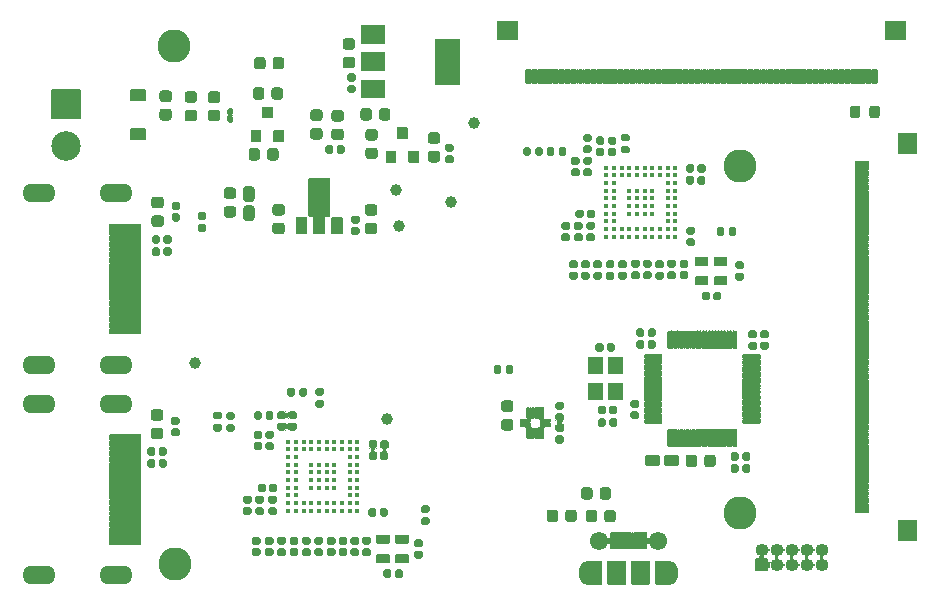
<source format=gbr>
G04 #@! TF.GenerationSoftware,KiCad,Pcbnew,(5.1.10)-1*
G04 #@! TF.CreationDate,2021-12-23T10:23:22+03:00*
G04 #@! TF.ProjectId,hdmi_to_mipi-dsi_converter,68646d69-5f74-46f5-9f6d-6970692d6473,rev?*
G04 #@! TF.SameCoordinates,Original*
G04 #@! TF.FileFunction,Soldermask,Top*
G04 #@! TF.FilePolarity,Negative*
%FSLAX46Y46*%
G04 Gerber Fmt 4.6, Leading zero omitted, Abs format (unit mm)*
G04 Created by KiCad (PCBNEW (5.1.10)-1) date 2021-12-23 10:23:22*
%MOMM*%
%LPD*%
G01*
G04 APERTURE LIST*
%ADD10O,2.802000X1.602000*%
%ADD11O,1.102000X1.102000*%
%ADD12C,2.502000*%
%ADD13C,1.552000*%
%ADD14O,1.302000X2.002000*%
%ADD15C,2.802000*%
%ADD16C,1.002000*%
%ADD17C,0.400000*%
%ADD18C,0.100000*%
G04 APERTURE END LIST*
G36*
G01*
X176961000Y-60210000D02*
X176961000Y-61910000D01*
G75*
G02*
X176910000Y-61961000I-51000J0D01*
G01*
X175410000Y-61961000D01*
G75*
G02*
X175359000Y-61910000I0J51000D01*
G01*
X175359000Y-60210000D01*
G75*
G02*
X175410000Y-60159000I51000J0D01*
G01*
X176910000Y-60159000D01*
G75*
G02*
X176961000Y-60210000I0J-51000D01*
G01*
G37*
G36*
G01*
X176961000Y-93010000D02*
X176961000Y-94710000D01*
G75*
G02*
X176910000Y-94761000I-51000J0D01*
G01*
X175410000Y-94761000D01*
G75*
G02*
X175359000Y-94710000I0J51000D01*
G01*
X175359000Y-93010000D01*
G75*
G02*
X175410000Y-92959000I51000J0D01*
G01*
X176910000Y-92959000D01*
G75*
G02*
X176961000Y-93010000I0J-51000D01*
G01*
G37*
G36*
G01*
X172810000Y-62886000D02*
X171710000Y-62886000D01*
G75*
G02*
X171659000Y-62835000I0J51000D01*
G01*
X171659000Y-62585000D01*
G75*
G02*
X171710000Y-62534000I51000J0D01*
G01*
X172810000Y-62534000D01*
G75*
G02*
X172861000Y-62585000I0J-51000D01*
G01*
X172861000Y-62835000D01*
G75*
G02*
X172810000Y-62886000I-51000J0D01*
G01*
G37*
G36*
G01*
X172810000Y-63386000D02*
X171710000Y-63386000D01*
G75*
G02*
X171659000Y-63335000I0J51000D01*
G01*
X171659000Y-63085000D01*
G75*
G02*
X171710000Y-63034000I51000J0D01*
G01*
X172810000Y-63034000D01*
G75*
G02*
X172861000Y-63085000I0J-51000D01*
G01*
X172861000Y-63335000D01*
G75*
G02*
X172810000Y-63386000I-51000J0D01*
G01*
G37*
G36*
G01*
X172810000Y-63886000D02*
X171710000Y-63886000D01*
G75*
G02*
X171659000Y-63835000I0J51000D01*
G01*
X171659000Y-63585000D01*
G75*
G02*
X171710000Y-63534000I51000J0D01*
G01*
X172810000Y-63534000D01*
G75*
G02*
X172861000Y-63585000I0J-51000D01*
G01*
X172861000Y-63835000D01*
G75*
G02*
X172810000Y-63886000I-51000J0D01*
G01*
G37*
G36*
G01*
X172810000Y-64386000D02*
X171710000Y-64386000D01*
G75*
G02*
X171659000Y-64335000I0J51000D01*
G01*
X171659000Y-64085000D01*
G75*
G02*
X171710000Y-64034000I51000J0D01*
G01*
X172810000Y-64034000D01*
G75*
G02*
X172861000Y-64085000I0J-51000D01*
G01*
X172861000Y-64335000D01*
G75*
G02*
X172810000Y-64386000I-51000J0D01*
G01*
G37*
G36*
G01*
X172810000Y-64886000D02*
X171710000Y-64886000D01*
G75*
G02*
X171659000Y-64835000I0J51000D01*
G01*
X171659000Y-64585000D01*
G75*
G02*
X171710000Y-64534000I51000J0D01*
G01*
X172810000Y-64534000D01*
G75*
G02*
X172861000Y-64585000I0J-51000D01*
G01*
X172861000Y-64835000D01*
G75*
G02*
X172810000Y-64886000I-51000J0D01*
G01*
G37*
G36*
G01*
X172810000Y-65386000D02*
X171710000Y-65386000D01*
G75*
G02*
X171659000Y-65335000I0J51000D01*
G01*
X171659000Y-65085000D01*
G75*
G02*
X171710000Y-65034000I51000J0D01*
G01*
X172810000Y-65034000D01*
G75*
G02*
X172861000Y-65085000I0J-51000D01*
G01*
X172861000Y-65335000D01*
G75*
G02*
X172810000Y-65386000I-51000J0D01*
G01*
G37*
G36*
G01*
X172810000Y-65886000D02*
X171710000Y-65886000D01*
G75*
G02*
X171659000Y-65835000I0J51000D01*
G01*
X171659000Y-65585000D01*
G75*
G02*
X171710000Y-65534000I51000J0D01*
G01*
X172810000Y-65534000D01*
G75*
G02*
X172861000Y-65585000I0J-51000D01*
G01*
X172861000Y-65835000D01*
G75*
G02*
X172810000Y-65886000I-51000J0D01*
G01*
G37*
G36*
G01*
X172810000Y-66386000D02*
X171710000Y-66386000D01*
G75*
G02*
X171659000Y-66335000I0J51000D01*
G01*
X171659000Y-66085000D01*
G75*
G02*
X171710000Y-66034000I51000J0D01*
G01*
X172810000Y-66034000D01*
G75*
G02*
X172861000Y-66085000I0J-51000D01*
G01*
X172861000Y-66335000D01*
G75*
G02*
X172810000Y-66386000I-51000J0D01*
G01*
G37*
G36*
G01*
X172810000Y-66886000D02*
X171710000Y-66886000D01*
G75*
G02*
X171659000Y-66835000I0J51000D01*
G01*
X171659000Y-66585000D01*
G75*
G02*
X171710000Y-66534000I51000J0D01*
G01*
X172810000Y-66534000D01*
G75*
G02*
X172861000Y-66585000I0J-51000D01*
G01*
X172861000Y-66835000D01*
G75*
G02*
X172810000Y-66886000I-51000J0D01*
G01*
G37*
G36*
G01*
X172810000Y-67386000D02*
X171710000Y-67386000D01*
G75*
G02*
X171659000Y-67335000I0J51000D01*
G01*
X171659000Y-67085000D01*
G75*
G02*
X171710000Y-67034000I51000J0D01*
G01*
X172810000Y-67034000D01*
G75*
G02*
X172861000Y-67085000I0J-51000D01*
G01*
X172861000Y-67335000D01*
G75*
G02*
X172810000Y-67386000I-51000J0D01*
G01*
G37*
G36*
G01*
X172810000Y-67886000D02*
X171710000Y-67886000D01*
G75*
G02*
X171659000Y-67835000I0J51000D01*
G01*
X171659000Y-67585000D01*
G75*
G02*
X171710000Y-67534000I51000J0D01*
G01*
X172810000Y-67534000D01*
G75*
G02*
X172861000Y-67585000I0J-51000D01*
G01*
X172861000Y-67835000D01*
G75*
G02*
X172810000Y-67886000I-51000J0D01*
G01*
G37*
G36*
G01*
X172810000Y-68386000D02*
X171710000Y-68386000D01*
G75*
G02*
X171659000Y-68335000I0J51000D01*
G01*
X171659000Y-68085000D01*
G75*
G02*
X171710000Y-68034000I51000J0D01*
G01*
X172810000Y-68034000D01*
G75*
G02*
X172861000Y-68085000I0J-51000D01*
G01*
X172861000Y-68335000D01*
G75*
G02*
X172810000Y-68386000I-51000J0D01*
G01*
G37*
G36*
G01*
X172810000Y-68886000D02*
X171710000Y-68886000D01*
G75*
G02*
X171659000Y-68835000I0J51000D01*
G01*
X171659000Y-68585000D01*
G75*
G02*
X171710000Y-68534000I51000J0D01*
G01*
X172810000Y-68534000D01*
G75*
G02*
X172861000Y-68585000I0J-51000D01*
G01*
X172861000Y-68835000D01*
G75*
G02*
X172810000Y-68886000I-51000J0D01*
G01*
G37*
G36*
G01*
X172810000Y-69386000D02*
X171710000Y-69386000D01*
G75*
G02*
X171659000Y-69335000I0J51000D01*
G01*
X171659000Y-69085000D01*
G75*
G02*
X171710000Y-69034000I51000J0D01*
G01*
X172810000Y-69034000D01*
G75*
G02*
X172861000Y-69085000I0J-51000D01*
G01*
X172861000Y-69335000D01*
G75*
G02*
X172810000Y-69386000I-51000J0D01*
G01*
G37*
G36*
G01*
X172810000Y-69886000D02*
X171710000Y-69886000D01*
G75*
G02*
X171659000Y-69835000I0J51000D01*
G01*
X171659000Y-69585000D01*
G75*
G02*
X171710000Y-69534000I51000J0D01*
G01*
X172810000Y-69534000D01*
G75*
G02*
X172861000Y-69585000I0J-51000D01*
G01*
X172861000Y-69835000D01*
G75*
G02*
X172810000Y-69886000I-51000J0D01*
G01*
G37*
G36*
G01*
X172810000Y-70386000D02*
X171710000Y-70386000D01*
G75*
G02*
X171659000Y-70335000I0J51000D01*
G01*
X171659000Y-70085000D01*
G75*
G02*
X171710000Y-70034000I51000J0D01*
G01*
X172810000Y-70034000D01*
G75*
G02*
X172861000Y-70085000I0J-51000D01*
G01*
X172861000Y-70335000D01*
G75*
G02*
X172810000Y-70386000I-51000J0D01*
G01*
G37*
G36*
G01*
X172810000Y-70886000D02*
X171710000Y-70886000D01*
G75*
G02*
X171659000Y-70835000I0J51000D01*
G01*
X171659000Y-70585000D01*
G75*
G02*
X171710000Y-70534000I51000J0D01*
G01*
X172810000Y-70534000D01*
G75*
G02*
X172861000Y-70585000I0J-51000D01*
G01*
X172861000Y-70835000D01*
G75*
G02*
X172810000Y-70886000I-51000J0D01*
G01*
G37*
G36*
G01*
X172810000Y-71386000D02*
X171710000Y-71386000D01*
G75*
G02*
X171659000Y-71335000I0J51000D01*
G01*
X171659000Y-71085000D01*
G75*
G02*
X171710000Y-71034000I51000J0D01*
G01*
X172810000Y-71034000D01*
G75*
G02*
X172861000Y-71085000I0J-51000D01*
G01*
X172861000Y-71335000D01*
G75*
G02*
X172810000Y-71386000I-51000J0D01*
G01*
G37*
G36*
G01*
X172810000Y-71886000D02*
X171710000Y-71886000D01*
G75*
G02*
X171659000Y-71835000I0J51000D01*
G01*
X171659000Y-71585000D01*
G75*
G02*
X171710000Y-71534000I51000J0D01*
G01*
X172810000Y-71534000D01*
G75*
G02*
X172861000Y-71585000I0J-51000D01*
G01*
X172861000Y-71835000D01*
G75*
G02*
X172810000Y-71886000I-51000J0D01*
G01*
G37*
G36*
G01*
X172810000Y-72386000D02*
X171710000Y-72386000D01*
G75*
G02*
X171659000Y-72335000I0J51000D01*
G01*
X171659000Y-72085000D01*
G75*
G02*
X171710000Y-72034000I51000J0D01*
G01*
X172810000Y-72034000D01*
G75*
G02*
X172861000Y-72085000I0J-51000D01*
G01*
X172861000Y-72335000D01*
G75*
G02*
X172810000Y-72386000I-51000J0D01*
G01*
G37*
G36*
G01*
X172810000Y-72886000D02*
X171710000Y-72886000D01*
G75*
G02*
X171659000Y-72835000I0J51000D01*
G01*
X171659000Y-72585000D01*
G75*
G02*
X171710000Y-72534000I51000J0D01*
G01*
X172810000Y-72534000D01*
G75*
G02*
X172861000Y-72585000I0J-51000D01*
G01*
X172861000Y-72835000D01*
G75*
G02*
X172810000Y-72886000I-51000J0D01*
G01*
G37*
G36*
G01*
X172810000Y-73386000D02*
X171710000Y-73386000D01*
G75*
G02*
X171659000Y-73335000I0J51000D01*
G01*
X171659000Y-73085000D01*
G75*
G02*
X171710000Y-73034000I51000J0D01*
G01*
X172810000Y-73034000D01*
G75*
G02*
X172861000Y-73085000I0J-51000D01*
G01*
X172861000Y-73335000D01*
G75*
G02*
X172810000Y-73386000I-51000J0D01*
G01*
G37*
G36*
G01*
X172810000Y-73886000D02*
X171710000Y-73886000D01*
G75*
G02*
X171659000Y-73835000I0J51000D01*
G01*
X171659000Y-73585000D01*
G75*
G02*
X171710000Y-73534000I51000J0D01*
G01*
X172810000Y-73534000D01*
G75*
G02*
X172861000Y-73585000I0J-51000D01*
G01*
X172861000Y-73835000D01*
G75*
G02*
X172810000Y-73886000I-51000J0D01*
G01*
G37*
G36*
G01*
X172810000Y-74386000D02*
X171710000Y-74386000D01*
G75*
G02*
X171659000Y-74335000I0J51000D01*
G01*
X171659000Y-74085000D01*
G75*
G02*
X171710000Y-74034000I51000J0D01*
G01*
X172810000Y-74034000D01*
G75*
G02*
X172861000Y-74085000I0J-51000D01*
G01*
X172861000Y-74335000D01*
G75*
G02*
X172810000Y-74386000I-51000J0D01*
G01*
G37*
G36*
G01*
X172810000Y-74886000D02*
X171710000Y-74886000D01*
G75*
G02*
X171659000Y-74835000I0J51000D01*
G01*
X171659000Y-74585000D01*
G75*
G02*
X171710000Y-74534000I51000J0D01*
G01*
X172810000Y-74534000D01*
G75*
G02*
X172861000Y-74585000I0J-51000D01*
G01*
X172861000Y-74835000D01*
G75*
G02*
X172810000Y-74886000I-51000J0D01*
G01*
G37*
G36*
G01*
X172810000Y-75386000D02*
X171710000Y-75386000D01*
G75*
G02*
X171659000Y-75335000I0J51000D01*
G01*
X171659000Y-75085000D01*
G75*
G02*
X171710000Y-75034000I51000J0D01*
G01*
X172810000Y-75034000D01*
G75*
G02*
X172861000Y-75085000I0J-51000D01*
G01*
X172861000Y-75335000D01*
G75*
G02*
X172810000Y-75386000I-51000J0D01*
G01*
G37*
G36*
G01*
X172810000Y-75886000D02*
X171710000Y-75886000D01*
G75*
G02*
X171659000Y-75835000I0J51000D01*
G01*
X171659000Y-75585000D01*
G75*
G02*
X171710000Y-75534000I51000J0D01*
G01*
X172810000Y-75534000D01*
G75*
G02*
X172861000Y-75585000I0J-51000D01*
G01*
X172861000Y-75835000D01*
G75*
G02*
X172810000Y-75886000I-51000J0D01*
G01*
G37*
G36*
G01*
X172810000Y-76386000D02*
X171710000Y-76386000D01*
G75*
G02*
X171659000Y-76335000I0J51000D01*
G01*
X171659000Y-76085000D01*
G75*
G02*
X171710000Y-76034000I51000J0D01*
G01*
X172810000Y-76034000D01*
G75*
G02*
X172861000Y-76085000I0J-51000D01*
G01*
X172861000Y-76335000D01*
G75*
G02*
X172810000Y-76386000I-51000J0D01*
G01*
G37*
G36*
G01*
X172810000Y-76886000D02*
X171710000Y-76886000D01*
G75*
G02*
X171659000Y-76835000I0J51000D01*
G01*
X171659000Y-76585000D01*
G75*
G02*
X171710000Y-76534000I51000J0D01*
G01*
X172810000Y-76534000D01*
G75*
G02*
X172861000Y-76585000I0J-51000D01*
G01*
X172861000Y-76835000D01*
G75*
G02*
X172810000Y-76886000I-51000J0D01*
G01*
G37*
G36*
G01*
X172810000Y-77386000D02*
X171710000Y-77386000D01*
G75*
G02*
X171659000Y-77335000I0J51000D01*
G01*
X171659000Y-77085000D01*
G75*
G02*
X171710000Y-77034000I51000J0D01*
G01*
X172810000Y-77034000D01*
G75*
G02*
X172861000Y-77085000I0J-51000D01*
G01*
X172861000Y-77335000D01*
G75*
G02*
X172810000Y-77386000I-51000J0D01*
G01*
G37*
G36*
G01*
X172810000Y-77886000D02*
X171710000Y-77886000D01*
G75*
G02*
X171659000Y-77835000I0J51000D01*
G01*
X171659000Y-77585000D01*
G75*
G02*
X171710000Y-77534000I51000J0D01*
G01*
X172810000Y-77534000D01*
G75*
G02*
X172861000Y-77585000I0J-51000D01*
G01*
X172861000Y-77835000D01*
G75*
G02*
X172810000Y-77886000I-51000J0D01*
G01*
G37*
G36*
G01*
X172810000Y-78386000D02*
X171710000Y-78386000D01*
G75*
G02*
X171659000Y-78335000I0J51000D01*
G01*
X171659000Y-78085000D01*
G75*
G02*
X171710000Y-78034000I51000J0D01*
G01*
X172810000Y-78034000D01*
G75*
G02*
X172861000Y-78085000I0J-51000D01*
G01*
X172861000Y-78335000D01*
G75*
G02*
X172810000Y-78386000I-51000J0D01*
G01*
G37*
G36*
G01*
X172810000Y-78886000D02*
X171710000Y-78886000D01*
G75*
G02*
X171659000Y-78835000I0J51000D01*
G01*
X171659000Y-78585000D01*
G75*
G02*
X171710000Y-78534000I51000J0D01*
G01*
X172810000Y-78534000D01*
G75*
G02*
X172861000Y-78585000I0J-51000D01*
G01*
X172861000Y-78835000D01*
G75*
G02*
X172810000Y-78886000I-51000J0D01*
G01*
G37*
G36*
G01*
X172810000Y-79386000D02*
X171710000Y-79386000D01*
G75*
G02*
X171659000Y-79335000I0J51000D01*
G01*
X171659000Y-79085000D01*
G75*
G02*
X171710000Y-79034000I51000J0D01*
G01*
X172810000Y-79034000D01*
G75*
G02*
X172861000Y-79085000I0J-51000D01*
G01*
X172861000Y-79335000D01*
G75*
G02*
X172810000Y-79386000I-51000J0D01*
G01*
G37*
G36*
G01*
X172810000Y-79886000D02*
X171710000Y-79886000D01*
G75*
G02*
X171659000Y-79835000I0J51000D01*
G01*
X171659000Y-79585000D01*
G75*
G02*
X171710000Y-79534000I51000J0D01*
G01*
X172810000Y-79534000D01*
G75*
G02*
X172861000Y-79585000I0J-51000D01*
G01*
X172861000Y-79835000D01*
G75*
G02*
X172810000Y-79886000I-51000J0D01*
G01*
G37*
G36*
G01*
X172810000Y-80386000D02*
X171710000Y-80386000D01*
G75*
G02*
X171659000Y-80335000I0J51000D01*
G01*
X171659000Y-80085000D01*
G75*
G02*
X171710000Y-80034000I51000J0D01*
G01*
X172810000Y-80034000D01*
G75*
G02*
X172861000Y-80085000I0J-51000D01*
G01*
X172861000Y-80335000D01*
G75*
G02*
X172810000Y-80386000I-51000J0D01*
G01*
G37*
G36*
G01*
X172810000Y-80886000D02*
X171710000Y-80886000D01*
G75*
G02*
X171659000Y-80835000I0J51000D01*
G01*
X171659000Y-80585000D01*
G75*
G02*
X171710000Y-80534000I51000J0D01*
G01*
X172810000Y-80534000D01*
G75*
G02*
X172861000Y-80585000I0J-51000D01*
G01*
X172861000Y-80835000D01*
G75*
G02*
X172810000Y-80886000I-51000J0D01*
G01*
G37*
G36*
G01*
X172810000Y-81386000D02*
X171710000Y-81386000D01*
G75*
G02*
X171659000Y-81335000I0J51000D01*
G01*
X171659000Y-81085000D01*
G75*
G02*
X171710000Y-81034000I51000J0D01*
G01*
X172810000Y-81034000D01*
G75*
G02*
X172861000Y-81085000I0J-51000D01*
G01*
X172861000Y-81335000D01*
G75*
G02*
X172810000Y-81386000I-51000J0D01*
G01*
G37*
G36*
G01*
X172810000Y-81886000D02*
X171710000Y-81886000D01*
G75*
G02*
X171659000Y-81835000I0J51000D01*
G01*
X171659000Y-81585000D01*
G75*
G02*
X171710000Y-81534000I51000J0D01*
G01*
X172810000Y-81534000D01*
G75*
G02*
X172861000Y-81585000I0J-51000D01*
G01*
X172861000Y-81835000D01*
G75*
G02*
X172810000Y-81886000I-51000J0D01*
G01*
G37*
G36*
G01*
X172810000Y-82386000D02*
X171710000Y-82386000D01*
G75*
G02*
X171659000Y-82335000I0J51000D01*
G01*
X171659000Y-82085000D01*
G75*
G02*
X171710000Y-82034000I51000J0D01*
G01*
X172810000Y-82034000D01*
G75*
G02*
X172861000Y-82085000I0J-51000D01*
G01*
X172861000Y-82335000D01*
G75*
G02*
X172810000Y-82386000I-51000J0D01*
G01*
G37*
G36*
G01*
X172810000Y-82886000D02*
X171710000Y-82886000D01*
G75*
G02*
X171659000Y-82835000I0J51000D01*
G01*
X171659000Y-82585000D01*
G75*
G02*
X171710000Y-82534000I51000J0D01*
G01*
X172810000Y-82534000D01*
G75*
G02*
X172861000Y-82585000I0J-51000D01*
G01*
X172861000Y-82835000D01*
G75*
G02*
X172810000Y-82886000I-51000J0D01*
G01*
G37*
G36*
G01*
X172810000Y-83386000D02*
X171710000Y-83386000D01*
G75*
G02*
X171659000Y-83335000I0J51000D01*
G01*
X171659000Y-83085000D01*
G75*
G02*
X171710000Y-83034000I51000J0D01*
G01*
X172810000Y-83034000D01*
G75*
G02*
X172861000Y-83085000I0J-51000D01*
G01*
X172861000Y-83335000D01*
G75*
G02*
X172810000Y-83386000I-51000J0D01*
G01*
G37*
G36*
G01*
X172810000Y-83886000D02*
X171710000Y-83886000D01*
G75*
G02*
X171659000Y-83835000I0J51000D01*
G01*
X171659000Y-83585000D01*
G75*
G02*
X171710000Y-83534000I51000J0D01*
G01*
X172810000Y-83534000D01*
G75*
G02*
X172861000Y-83585000I0J-51000D01*
G01*
X172861000Y-83835000D01*
G75*
G02*
X172810000Y-83886000I-51000J0D01*
G01*
G37*
G36*
G01*
X172810000Y-84386000D02*
X171710000Y-84386000D01*
G75*
G02*
X171659000Y-84335000I0J51000D01*
G01*
X171659000Y-84085000D01*
G75*
G02*
X171710000Y-84034000I51000J0D01*
G01*
X172810000Y-84034000D01*
G75*
G02*
X172861000Y-84085000I0J-51000D01*
G01*
X172861000Y-84335000D01*
G75*
G02*
X172810000Y-84386000I-51000J0D01*
G01*
G37*
G36*
G01*
X172810000Y-84886000D02*
X171710000Y-84886000D01*
G75*
G02*
X171659000Y-84835000I0J51000D01*
G01*
X171659000Y-84585000D01*
G75*
G02*
X171710000Y-84534000I51000J0D01*
G01*
X172810000Y-84534000D01*
G75*
G02*
X172861000Y-84585000I0J-51000D01*
G01*
X172861000Y-84835000D01*
G75*
G02*
X172810000Y-84886000I-51000J0D01*
G01*
G37*
G36*
G01*
X172810000Y-85386000D02*
X171710000Y-85386000D01*
G75*
G02*
X171659000Y-85335000I0J51000D01*
G01*
X171659000Y-85085000D01*
G75*
G02*
X171710000Y-85034000I51000J0D01*
G01*
X172810000Y-85034000D01*
G75*
G02*
X172861000Y-85085000I0J-51000D01*
G01*
X172861000Y-85335000D01*
G75*
G02*
X172810000Y-85386000I-51000J0D01*
G01*
G37*
G36*
G01*
X172810000Y-85886000D02*
X171710000Y-85886000D01*
G75*
G02*
X171659000Y-85835000I0J51000D01*
G01*
X171659000Y-85585000D01*
G75*
G02*
X171710000Y-85534000I51000J0D01*
G01*
X172810000Y-85534000D01*
G75*
G02*
X172861000Y-85585000I0J-51000D01*
G01*
X172861000Y-85835000D01*
G75*
G02*
X172810000Y-85886000I-51000J0D01*
G01*
G37*
G36*
G01*
X172810000Y-86386000D02*
X171710000Y-86386000D01*
G75*
G02*
X171659000Y-86335000I0J51000D01*
G01*
X171659000Y-86085000D01*
G75*
G02*
X171710000Y-86034000I51000J0D01*
G01*
X172810000Y-86034000D01*
G75*
G02*
X172861000Y-86085000I0J-51000D01*
G01*
X172861000Y-86335000D01*
G75*
G02*
X172810000Y-86386000I-51000J0D01*
G01*
G37*
G36*
G01*
X172810000Y-86886000D02*
X171710000Y-86886000D01*
G75*
G02*
X171659000Y-86835000I0J51000D01*
G01*
X171659000Y-86585000D01*
G75*
G02*
X171710000Y-86534000I51000J0D01*
G01*
X172810000Y-86534000D01*
G75*
G02*
X172861000Y-86585000I0J-51000D01*
G01*
X172861000Y-86835000D01*
G75*
G02*
X172810000Y-86886000I-51000J0D01*
G01*
G37*
G36*
G01*
X172810000Y-87386000D02*
X171710000Y-87386000D01*
G75*
G02*
X171659000Y-87335000I0J51000D01*
G01*
X171659000Y-87085000D01*
G75*
G02*
X171710000Y-87034000I51000J0D01*
G01*
X172810000Y-87034000D01*
G75*
G02*
X172861000Y-87085000I0J-51000D01*
G01*
X172861000Y-87335000D01*
G75*
G02*
X172810000Y-87386000I-51000J0D01*
G01*
G37*
G36*
G01*
X172810000Y-87886000D02*
X171710000Y-87886000D01*
G75*
G02*
X171659000Y-87835000I0J51000D01*
G01*
X171659000Y-87585000D01*
G75*
G02*
X171710000Y-87534000I51000J0D01*
G01*
X172810000Y-87534000D01*
G75*
G02*
X172861000Y-87585000I0J-51000D01*
G01*
X172861000Y-87835000D01*
G75*
G02*
X172810000Y-87886000I-51000J0D01*
G01*
G37*
G36*
G01*
X172810000Y-88386000D02*
X171710000Y-88386000D01*
G75*
G02*
X171659000Y-88335000I0J51000D01*
G01*
X171659000Y-88085000D01*
G75*
G02*
X171710000Y-88034000I51000J0D01*
G01*
X172810000Y-88034000D01*
G75*
G02*
X172861000Y-88085000I0J-51000D01*
G01*
X172861000Y-88335000D01*
G75*
G02*
X172810000Y-88386000I-51000J0D01*
G01*
G37*
G36*
G01*
X172810000Y-88886000D02*
X171710000Y-88886000D01*
G75*
G02*
X171659000Y-88835000I0J51000D01*
G01*
X171659000Y-88585000D01*
G75*
G02*
X171710000Y-88534000I51000J0D01*
G01*
X172810000Y-88534000D01*
G75*
G02*
X172861000Y-88585000I0J-51000D01*
G01*
X172861000Y-88835000D01*
G75*
G02*
X172810000Y-88886000I-51000J0D01*
G01*
G37*
G36*
G01*
X172810000Y-89386000D02*
X171710000Y-89386000D01*
G75*
G02*
X171659000Y-89335000I0J51000D01*
G01*
X171659000Y-89085000D01*
G75*
G02*
X171710000Y-89034000I51000J0D01*
G01*
X172810000Y-89034000D01*
G75*
G02*
X172861000Y-89085000I0J-51000D01*
G01*
X172861000Y-89335000D01*
G75*
G02*
X172810000Y-89386000I-51000J0D01*
G01*
G37*
G36*
G01*
X172810000Y-89886000D02*
X171710000Y-89886000D01*
G75*
G02*
X171659000Y-89835000I0J51000D01*
G01*
X171659000Y-89585000D01*
G75*
G02*
X171710000Y-89534000I51000J0D01*
G01*
X172810000Y-89534000D01*
G75*
G02*
X172861000Y-89585000I0J-51000D01*
G01*
X172861000Y-89835000D01*
G75*
G02*
X172810000Y-89886000I-51000J0D01*
G01*
G37*
G36*
G01*
X172810000Y-90386000D02*
X171710000Y-90386000D01*
G75*
G02*
X171659000Y-90335000I0J51000D01*
G01*
X171659000Y-90085000D01*
G75*
G02*
X171710000Y-90034000I51000J0D01*
G01*
X172810000Y-90034000D01*
G75*
G02*
X172861000Y-90085000I0J-51000D01*
G01*
X172861000Y-90335000D01*
G75*
G02*
X172810000Y-90386000I-51000J0D01*
G01*
G37*
G36*
G01*
X172810000Y-90886000D02*
X171710000Y-90886000D01*
G75*
G02*
X171659000Y-90835000I0J51000D01*
G01*
X171659000Y-90585000D01*
G75*
G02*
X171710000Y-90534000I51000J0D01*
G01*
X172810000Y-90534000D01*
G75*
G02*
X172861000Y-90585000I0J-51000D01*
G01*
X172861000Y-90835000D01*
G75*
G02*
X172810000Y-90886000I-51000J0D01*
G01*
G37*
G36*
G01*
X172810000Y-91386000D02*
X171710000Y-91386000D01*
G75*
G02*
X171659000Y-91335000I0J51000D01*
G01*
X171659000Y-91085000D01*
G75*
G02*
X171710000Y-91034000I51000J0D01*
G01*
X172810000Y-91034000D01*
G75*
G02*
X172861000Y-91085000I0J-51000D01*
G01*
X172861000Y-91335000D01*
G75*
G02*
X172810000Y-91386000I-51000J0D01*
G01*
G37*
G36*
G01*
X172810000Y-91886000D02*
X171710000Y-91886000D01*
G75*
G02*
X171659000Y-91835000I0J51000D01*
G01*
X171659000Y-91585000D01*
G75*
G02*
X171710000Y-91534000I51000J0D01*
G01*
X172810000Y-91534000D01*
G75*
G02*
X172861000Y-91585000I0J-51000D01*
G01*
X172861000Y-91835000D01*
G75*
G02*
X172810000Y-91886000I-51000J0D01*
G01*
G37*
G36*
G01*
X172810000Y-92386000D02*
X171710000Y-92386000D01*
G75*
G02*
X171659000Y-92335000I0J51000D01*
G01*
X171659000Y-92085000D01*
G75*
G02*
X171710000Y-92034000I51000J0D01*
G01*
X172810000Y-92034000D01*
G75*
G02*
X172861000Y-92085000I0J-51000D01*
G01*
X172861000Y-92335000D01*
G75*
G02*
X172810000Y-92386000I-51000J0D01*
G01*
G37*
G36*
G01*
X125808250Y-59769000D02*
X126371750Y-59769000D01*
G75*
G02*
X126616000Y-60013250I0J-244250D01*
G01*
X126616000Y-60501750D01*
G75*
G02*
X126371750Y-60746000I-244250J0D01*
G01*
X125808250Y-60746000D01*
G75*
G02*
X125564000Y-60501750I0J244250D01*
G01*
X125564000Y-60013250D01*
G75*
G02*
X125808250Y-59769000I244250J0D01*
G01*
G37*
G36*
G01*
X125808250Y-58194000D02*
X126371750Y-58194000D01*
G75*
G02*
X126616000Y-58438250I0J-244250D01*
G01*
X126616000Y-58926750D01*
G75*
G02*
X126371750Y-59171000I-244250J0D01*
G01*
X125808250Y-59171000D01*
G75*
G02*
X125564000Y-58926750I0J244250D01*
G01*
X125564000Y-58438250D01*
G75*
G02*
X125808250Y-58194000I244250J0D01*
G01*
G37*
G36*
G01*
X128867000Y-55144000D02*
X129263000Y-55144000D01*
G75*
G02*
X129436000Y-55317000I0J-173000D01*
G01*
X129436000Y-55663000D01*
G75*
G02*
X129263000Y-55836000I-173000J0D01*
G01*
X128867000Y-55836000D01*
G75*
G02*
X128694000Y-55663000I0J173000D01*
G01*
X128694000Y-55317000D01*
G75*
G02*
X128867000Y-55144000I173000J0D01*
G01*
G37*
G36*
G01*
X128867000Y-56114000D02*
X129263000Y-56114000D01*
G75*
G02*
X129436000Y-56287000I0J-173000D01*
G01*
X129436000Y-56633000D01*
G75*
G02*
X129263000Y-56806000I-173000J0D01*
G01*
X128867000Y-56806000D01*
G75*
G02*
X128694000Y-56633000I0J173000D01*
G01*
X128694000Y-56287000D01*
G75*
G02*
X128867000Y-56114000I173000J0D01*
G01*
G37*
G36*
G01*
X136139000Y-56060000D02*
X136139000Y-52260000D01*
G75*
G02*
X136190000Y-52209000I51000J0D01*
G01*
X138190000Y-52209000D01*
G75*
G02*
X138241000Y-52260000I0J-51000D01*
G01*
X138241000Y-56060000D01*
G75*
G02*
X138190000Y-56111000I-51000J0D01*
G01*
X136190000Y-56111000D01*
G75*
G02*
X136139000Y-56060000I0J51000D01*
G01*
G37*
G36*
G01*
X129839000Y-54910000D02*
X129839000Y-53410000D01*
G75*
G02*
X129890000Y-53359000I51000J0D01*
G01*
X131890000Y-53359000D01*
G75*
G02*
X131941000Y-53410000I0J-51000D01*
G01*
X131941000Y-54910000D01*
G75*
G02*
X131890000Y-54961000I-51000J0D01*
G01*
X129890000Y-54961000D01*
G75*
G02*
X129839000Y-54910000I0J51000D01*
G01*
G37*
G36*
G01*
X129839000Y-57210000D02*
X129839000Y-55710000D01*
G75*
G02*
X129890000Y-55659000I51000J0D01*
G01*
X131890000Y-55659000D01*
G75*
G02*
X131941000Y-55710000I0J-51000D01*
G01*
X131941000Y-57210000D01*
G75*
G02*
X131890000Y-57261000I-51000J0D01*
G01*
X129890000Y-57261000D01*
G75*
G02*
X129839000Y-57210000I0J51000D01*
G01*
G37*
G36*
G01*
X129839000Y-52610000D02*
X129839000Y-51110000D01*
G75*
G02*
X129890000Y-51059000I51000J0D01*
G01*
X131890000Y-51059000D01*
G75*
G02*
X131941000Y-51110000I0J-51000D01*
G01*
X131941000Y-52610000D01*
G75*
G02*
X131890000Y-52661000I-51000J0D01*
G01*
X129890000Y-52661000D01*
G75*
G02*
X129839000Y-52610000I0J51000D01*
G01*
G37*
D10*
X102600000Y-65300000D03*
X109140000Y-65300000D03*
X109140000Y-79800000D03*
X102600000Y-79800000D03*
G36*
G01*
X108600000Y-67859000D02*
X111200000Y-67859000D01*
G75*
G02*
X111251000Y-67910000I0J-51000D01*
G01*
X111251000Y-68190000D01*
G75*
G02*
X111200000Y-68241000I-51000J0D01*
G01*
X108600000Y-68241000D01*
G75*
G02*
X108549000Y-68190000I0J51000D01*
G01*
X108549000Y-67910000D01*
G75*
G02*
X108600000Y-67859000I51000J0D01*
G01*
G37*
G36*
G01*
X108600000Y-68359000D02*
X111200000Y-68359000D01*
G75*
G02*
X111251000Y-68410000I0J-51000D01*
G01*
X111251000Y-68690000D01*
G75*
G02*
X111200000Y-68741000I-51000J0D01*
G01*
X108600000Y-68741000D01*
G75*
G02*
X108549000Y-68690000I0J51000D01*
G01*
X108549000Y-68410000D01*
G75*
G02*
X108600000Y-68359000I51000J0D01*
G01*
G37*
G36*
G01*
X108600000Y-68859000D02*
X111200000Y-68859000D01*
G75*
G02*
X111251000Y-68910000I0J-51000D01*
G01*
X111251000Y-69190000D01*
G75*
G02*
X111200000Y-69241000I-51000J0D01*
G01*
X108600000Y-69241000D01*
G75*
G02*
X108549000Y-69190000I0J51000D01*
G01*
X108549000Y-68910000D01*
G75*
G02*
X108600000Y-68859000I51000J0D01*
G01*
G37*
G36*
G01*
X108600000Y-69359000D02*
X111200000Y-69359000D01*
G75*
G02*
X111251000Y-69410000I0J-51000D01*
G01*
X111251000Y-69690000D01*
G75*
G02*
X111200000Y-69741000I-51000J0D01*
G01*
X108600000Y-69741000D01*
G75*
G02*
X108549000Y-69690000I0J51000D01*
G01*
X108549000Y-69410000D01*
G75*
G02*
X108600000Y-69359000I51000J0D01*
G01*
G37*
G36*
G01*
X108600000Y-69859000D02*
X111200000Y-69859000D01*
G75*
G02*
X111251000Y-69910000I0J-51000D01*
G01*
X111251000Y-70190000D01*
G75*
G02*
X111200000Y-70241000I-51000J0D01*
G01*
X108600000Y-70241000D01*
G75*
G02*
X108549000Y-70190000I0J51000D01*
G01*
X108549000Y-69910000D01*
G75*
G02*
X108600000Y-69859000I51000J0D01*
G01*
G37*
G36*
G01*
X108600000Y-70359000D02*
X111200000Y-70359000D01*
G75*
G02*
X111251000Y-70410000I0J-51000D01*
G01*
X111251000Y-70690000D01*
G75*
G02*
X111200000Y-70741000I-51000J0D01*
G01*
X108600000Y-70741000D01*
G75*
G02*
X108549000Y-70690000I0J51000D01*
G01*
X108549000Y-70410000D01*
G75*
G02*
X108600000Y-70359000I51000J0D01*
G01*
G37*
G36*
G01*
X108600000Y-70859000D02*
X111200000Y-70859000D01*
G75*
G02*
X111251000Y-70910000I0J-51000D01*
G01*
X111251000Y-71190000D01*
G75*
G02*
X111200000Y-71241000I-51000J0D01*
G01*
X108600000Y-71241000D01*
G75*
G02*
X108549000Y-71190000I0J51000D01*
G01*
X108549000Y-70910000D01*
G75*
G02*
X108600000Y-70859000I51000J0D01*
G01*
G37*
G36*
G01*
X108600000Y-71359000D02*
X111200000Y-71359000D01*
G75*
G02*
X111251000Y-71410000I0J-51000D01*
G01*
X111251000Y-71690000D01*
G75*
G02*
X111200000Y-71741000I-51000J0D01*
G01*
X108600000Y-71741000D01*
G75*
G02*
X108549000Y-71690000I0J51000D01*
G01*
X108549000Y-71410000D01*
G75*
G02*
X108600000Y-71359000I51000J0D01*
G01*
G37*
G36*
G01*
X108600000Y-71859000D02*
X111200000Y-71859000D01*
G75*
G02*
X111251000Y-71910000I0J-51000D01*
G01*
X111251000Y-72190000D01*
G75*
G02*
X111200000Y-72241000I-51000J0D01*
G01*
X108600000Y-72241000D01*
G75*
G02*
X108549000Y-72190000I0J51000D01*
G01*
X108549000Y-71910000D01*
G75*
G02*
X108600000Y-71859000I51000J0D01*
G01*
G37*
G36*
G01*
X108600000Y-72359000D02*
X111200000Y-72359000D01*
G75*
G02*
X111251000Y-72410000I0J-51000D01*
G01*
X111251000Y-72690000D01*
G75*
G02*
X111200000Y-72741000I-51000J0D01*
G01*
X108600000Y-72741000D01*
G75*
G02*
X108549000Y-72690000I0J51000D01*
G01*
X108549000Y-72410000D01*
G75*
G02*
X108600000Y-72359000I51000J0D01*
G01*
G37*
G36*
G01*
X108600000Y-72859000D02*
X111200000Y-72859000D01*
G75*
G02*
X111251000Y-72910000I0J-51000D01*
G01*
X111251000Y-73190000D01*
G75*
G02*
X111200000Y-73241000I-51000J0D01*
G01*
X108600000Y-73241000D01*
G75*
G02*
X108549000Y-73190000I0J51000D01*
G01*
X108549000Y-72910000D01*
G75*
G02*
X108600000Y-72859000I51000J0D01*
G01*
G37*
G36*
G01*
X108600000Y-73359000D02*
X111200000Y-73359000D01*
G75*
G02*
X111251000Y-73410000I0J-51000D01*
G01*
X111251000Y-73690000D01*
G75*
G02*
X111200000Y-73741000I-51000J0D01*
G01*
X108600000Y-73741000D01*
G75*
G02*
X108549000Y-73690000I0J51000D01*
G01*
X108549000Y-73410000D01*
G75*
G02*
X108600000Y-73359000I51000J0D01*
G01*
G37*
G36*
G01*
X108600000Y-73859000D02*
X111200000Y-73859000D01*
G75*
G02*
X111251000Y-73910000I0J-51000D01*
G01*
X111251000Y-74190000D01*
G75*
G02*
X111200000Y-74241000I-51000J0D01*
G01*
X108600000Y-74241000D01*
G75*
G02*
X108549000Y-74190000I0J51000D01*
G01*
X108549000Y-73910000D01*
G75*
G02*
X108600000Y-73859000I51000J0D01*
G01*
G37*
G36*
G01*
X108600000Y-74359000D02*
X111200000Y-74359000D01*
G75*
G02*
X111251000Y-74410000I0J-51000D01*
G01*
X111251000Y-74690000D01*
G75*
G02*
X111200000Y-74741000I-51000J0D01*
G01*
X108600000Y-74741000D01*
G75*
G02*
X108549000Y-74690000I0J51000D01*
G01*
X108549000Y-74410000D01*
G75*
G02*
X108600000Y-74359000I51000J0D01*
G01*
G37*
G36*
G01*
X108600000Y-74859000D02*
X111200000Y-74859000D01*
G75*
G02*
X111251000Y-74910000I0J-51000D01*
G01*
X111251000Y-75190000D01*
G75*
G02*
X111200000Y-75241000I-51000J0D01*
G01*
X108600000Y-75241000D01*
G75*
G02*
X108549000Y-75190000I0J51000D01*
G01*
X108549000Y-74910000D01*
G75*
G02*
X108600000Y-74859000I51000J0D01*
G01*
G37*
G36*
G01*
X108600000Y-75359000D02*
X111200000Y-75359000D01*
G75*
G02*
X111251000Y-75410000I0J-51000D01*
G01*
X111251000Y-75690000D01*
G75*
G02*
X111200000Y-75741000I-51000J0D01*
G01*
X108600000Y-75741000D01*
G75*
G02*
X108549000Y-75690000I0J51000D01*
G01*
X108549000Y-75410000D01*
G75*
G02*
X108600000Y-75359000I51000J0D01*
G01*
G37*
G36*
G01*
X108600000Y-75859000D02*
X111200000Y-75859000D01*
G75*
G02*
X111251000Y-75910000I0J-51000D01*
G01*
X111251000Y-76190000D01*
G75*
G02*
X111200000Y-76241000I-51000J0D01*
G01*
X108600000Y-76241000D01*
G75*
G02*
X108549000Y-76190000I0J51000D01*
G01*
X108549000Y-75910000D01*
G75*
G02*
X108600000Y-75859000I51000J0D01*
G01*
G37*
G36*
G01*
X108600000Y-76359000D02*
X111200000Y-76359000D01*
G75*
G02*
X111251000Y-76410000I0J-51000D01*
G01*
X111251000Y-76690000D01*
G75*
G02*
X111200000Y-76741000I-51000J0D01*
G01*
X108600000Y-76741000D01*
G75*
G02*
X108549000Y-76690000I0J51000D01*
G01*
X108549000Y-76410000D01*
G75*
G02*
X108600000Y-76359000I51000J0D01*
G01*
G37*
G36*
G01*
X108600000Y-76859000D02*
X111200000Y-76859000D01*
G75*
G02*
X111251000Y-76910000I0J-51000D01*
G01*
X111251000Y-77190000D01*
G75*
G02*
X111200000Y-77241000I-51000J0D01*
G01*
X108600000Y-77241000D01*
G75*
G02*
X108549000Y-77190000I0J51000D01*
G01*
X108549000Y-76910000D01*
G75*
G02*
X108600000Y-76859000I51000J0D01*
G01*
G37*
X102600000Y-83150000D03*
X109140000Y-83150000D03*
X109140000Y-97650000D03*
X102600000Y-97650000D03*
G36*
G01*
X108600000Y-85709000D02*
X111200000Y-85709000D01*
G75*
G02*
X111251000Y-85760000I0J-51000D01*
G01*
X111251000Y-86040000D01*
G75*
G02*
X111200000Y-86091000I-51000J0D01*
G01*
X108600000Y-86091000D01*
G75*
G02*
X108549000Y-86040000I0J51000D01*
G01*
X108549000Y-85760000D01*
G75*
G02*
X108600000Y-85709000I51000J0D01*
G01*
G37*
G36*
G01*
X108600000Y-86209000D02*
X111200000Y-86209000D01*
G75*
G02*
X111251000Y-86260000I0J-51000D01*
G01*
X111251000Y-86540000D01*
G75*
G02*
X111200000Y-86591000I-51000J0D01*
G01*
X108600000Y-86591000D01*
G75*
G02*
X108549000Y-86540000I0J51000D01*
G01*
X108549000Y-86260000D01*
G75*
G02*
X108600000Y-86209000I51000J0D01*
G01*
G37*
G36*
G01*
X108600000Y-86709000D02*
X111200000Y-86709000D01*
G75*
G02*
X111251000Y-86760000I0J-51000D01*
G01*
X111251000Y-87040000D01*
G75*
G02*
X111200000Y-87091000I-51000J0D01*
G01*
X108600000Y-87091000D01*
G75*
G02*
X108549000Y-87040000I0J51000D01*
G01*
X108549000Y-86760000D01*
G75*
G02*
X108600000Y-86709000I51000J0D01*
G01*
G37*
G36*
G01*
X108600000Y-87209000D02*
X111200000Y-87209000D01*
G75*
G02*
X111251000Y-87260000I0J-51000D01*
G01*
X111251000Y-87540000D01*
G75*
G02*
X111200000Y-87591000I-51000J0D01*
G01*
X108600000Y-87591000D01*
G75*
G02*
X108549000Y-87540000I0J51000D01*
G01*
X108549000Y-87260000D01*
G75*
G02*
X108600000Y-87209000I51000J0D01*
G01*
G37*
G36*
G01*
X108600000Y-87709000D02*
X111200000Y-87709000D01*
G75*
G02*
X111251000Y-87760000I0J-51000D01*
G01*
X111251000Y-88040000D01*
G75*
G02*
X111200000Y-88091000I-51000J0D01*
G01*
X108600000Y-88091000D01*
G75*
G02*
X108549000Y-88040000I0J51000D01*
G01*
X108549000Y-87760000D01*
G75*
G02*
X108600000Y-87709000I51000J0D01*
G01*
G37*
G36*
G01*
X108600000Y-88209000D02*
X111200000Y-88209000D01*
G75*
G02*
X111251000Y-88260000I0J-51000D01*
G01*
X111251000Y-88540000D01*
G75*
G02*
X111200000Y-88591000I-51000J0D01*
G01*
X108600000Y-88591000D01*
G75*
G02*
X108549000Y-88540000I0J51000D01*
G01*
X108549000Y-88260000D01*
G75*
G02*
X108600000Y-88209000I51000J0D01*
G01*
G37*
G36*
G01*
X108600000Y-88709000D02*
X111200000Y-88709000D01*
G75*
G02*
X111251000Y-88760000I0J-51000D01*
G01*
X111251000Y-89040000D01*
G75*
G02*
X111200000Y-89091000I-51000J0D01*
G01*
X108600000Y-89091000D01*
G75*
G02*
X108549000Y-89040000I0J51000D01*
G01*
X108549000Y-88760000D01*
G75*
G02*
X108600000Y-88709000I51000J0D01*
G01*
G37*
G36*
G01*
X108600000Y-89209000D02*
X111200000Y-89209000D01*
G75*
G02*
X111251000Y-89260000I0J-51000D01*
G01*
X111251000Y-89540000D01*
G75*
G02*
X111200000Y-89591000I-51000J0D01*
G01*
X108600000Y-89591000D01*
G75*
G02*
X108549000Y-89540000I0J51000D01*
G01*
X108549000Y-89260000D01*
G75*
G02*
X108600000Y-89209000I51000J0D01*
G01*
G37*
G36*
G01*
X108600000Y-89709000D02*
X111200000Y-89709000D01*
G75*
G02*
X111251000Y-89760000I0J-51000D01*
G01*
X111251000Y-90040000D01*
G75*
G02*
X111200000Y-90091000I-51000J0D01*
G01*
X108600000Y-90091000D01*
G75*
G02*
X108549000Y-90040000I0J51000D01*
G01*
X108549000Y-89760000D01*
G75*
G02*
X108600000Y-89709000I51000J0D01*
G01*
G37*
G36*
G01*
X108600000Y-90209000D02*
X111200000Y-90209000D01*
G75*
G02*
X111251000Y-90260000I0J-51000D01*
G01*
X111251000Y-90540000D01*
G75*
G02*
X111200000Y-90591000I-51000J0D01*
G01*
X108600000Y-90591000D01*
G75*
G02*
X108549000Y-90540000I0J51000D01*
G01*
X108549000Y-90260000D01*
G75*
G02*
X108600000Y-90209000I51000J0D01*
G01*
G37*
G36*
G01*
X108600000Y-90709000D02*
X111200000Y-90709000D01*
G75*
G02*
X111251000Y-90760000I0J-51000D01*
G01*
X111251000Y-91040000D01*
G75*
G02*
X111200000Y-91091000I-51000J0D01*
G01*
X108600000Y-91091000D01*
G75*
G02*
X108549000Y-91040000I0J51000D01*
G01*
X108549000Y-90760000D01*
G75*
G02*
X108600000Y-90709000I51000J0D01*
G01*
G37*
G36*
G01*
X108600000Y-91209000D02*
X111200000Y-91209000D01*
G75*
G02*
X111251000Y-91260000I0J-51000D01*
G01*
X111251000Y-91540000D01*
G75*
G02*
X111200000Y-91591000I-51000J0D01*
G01*
X108600000Y-91591000D01*
G75*
G02*
X108549000Y-91540000I0J51000D01*
G01*
X108549000Y-91260000D01*
G75*
G02*
X108600000Y-91209000I51000J0D01*
G01*
G37*
G36*
G01*
X108600000Y-91709000D02*
X111200000Y-91709000D01*
G75*
G02*
X111251000Y-91760000I0J-51000D01*
G01*
X111251000Y-92040000D01*
G75*
G02*
X111200000Y-92091000I-51000J0D01*
G01*
X108600000Y-92091000D01*
G75*
G02*
X108549000Y-92040000I0J51000D01*
G01*
X108549000Y-91760000D01*
G75*
G02*
X108600000Y-91709000I51000J0D01*
G01*
G37*
G36*
G01*
X108600000Y-92209000D02*
X111200000Y-92209000D01*
G75*
G02*
X111251000Y-92260000I0J-51000D01*
G01*
X111251000Y-92540000D01*
G75*
G02*
X111200000Y-92591000I-51000J0D01*
G01*
X108600000Y-92591000D01*
G75*
G02*
X108549000Y-92540000I0J51000D01*
G01*
X108549000Y-92260000D01*
G75*
G02*
X108600000Y-92209000I51000J0D01*
G01*
G37*
G36*
G01*
X108600000Y-92709000D02*
X111200000Y-92709000D01*
G75*
G02*
X111251000Y-92760000I0J-51000D01*
G01*
X111251000Y-93040000D01*
G75*
G02*
X111200000Y-93091000I-51000J0D01*
G01*
X108600000Y-93091000D01*
G75*
G02*
X108549000Y-93040000I0J51000D01*
G01*
X108549000Y-92760000D01*
G75*
G02*
X108600000Y-92709000I51000J0D01*
G01*
G37*
G36*
G01*
X108600000Y-93209000D02*
X111200000Y-93209000D01*
G75*
G02*
X111251000Y-93260000I0J-51000D01*
G01*
X111251000Y-93540000D01*
G75*
G02*
X111200000Y-93591000I-51000J0D01*
G01*
X108600000Y-93591000D01*
G75*
G02*
X108549000Y-93540000I0J51000D01*
G01*
X108549000Y-93260000D01*
G75*
G02*
X108600000Y-93209000I51000J0D01*
G01*
G37*
G36*
G01*
X108600000Y-93709000D02*
X111200000Y-93709000D01*
G75*
G02*
X111251000Y-93760000I0J-51000D01*
G01*
X111251000Y-94040000D01*
G75*
G02*
X111200000Y-94091000I-51000J0D01*
G01*
X108600000Y-94091000D01*
G75*
G02*
X108549000Y-94040000I0J51000D01*
G01*
X108549000Y-93760000D01*
G75*
G02*
X108600000Y-93709000I51000J0D01*
G01*
G37*
G36*
G01*
X108600000Y-94209000D02*
X111200000Y-94209000D01*
G75*
G02*
X111251000Y-94260000I0J-51000D01*
G01*
X111251000Y-94540000D01*
G75*
G02*
X111200000Y-94591000I-51000J0D01*
G01*
X108600000Y-94591000D01*
G75*
G02*
X108549000Y-94540000I0J51000D01*
G01*
X108549000Y-94260000D01*
G75*
G02*
X108600000Y-94209000I51000J0D01*
G01*
G37*
G36*
G01*
X108600000Y-94709000D02*
X111200000Y-94709000D01*
G75*
G02*
X111251000Y-94760000I0J-51000D01*
G01*
X111251000Y-95040000D01*
G75*
G02*
X111200000Y-95091000I-51000J0D01*
G01*
X108600000Y-95091000D01*
G75*
G02*
X108549000Y-95040000I0J51000D01*
G01*
X108549000Y-94760000D01*
G75*
G02*
X108600000Y-94709000I51000J0D01*
G01*
G37*
G36*
G01*
X114002000Y-66989000D02*
X114398000Y-66989000D01*
G75*
G02*
X114571000Y-67162000I0J-173000D01*
G01*
X114571000Y-67508000D01*
G75*
G02*
X114398000Y-67681000I-173000J0D01*
G01*
X114002000Y-67681000D01*
G75*
G02*
X113829000Y-67508000I0J173000D01*
G01*
X113829000Y-67162000D01*
G75*
G02*
X114002000Y-66989000I173000J0D01*
G01*
G37*
G36*
G01*
X114002000Y-66019000D02*
X114398000Y-66019000D01*
G75*
G02*
X114571000Y-66192000I0J-173000D01*
G01*
X114571000Y-66538000D01*
G75*
G02*
X114398000Y-66711000I-173000J0D01*
G01*
X114002000Y-66711000D01*
G75*
G02*
X113829000Y-66538000I0J173000D01*
G01*
X113829000Y-66192000D01*
G75*
G02*
X114002000Y-66019000I173000J0D01*
G01*
G37*
G36*
G01*
X153912000Y-71879000D02*
X154308000Y-71879000D01*
G75*
G02*
X154481000Y-72052000I0J-173000D01*
G01*
X154481000Y-72398000D01*
G75*
G02*
X154308000Y-72571000I-173000J0D01*
G01*
X153912000Y-72571000D01*
G75*
G02*
X153739000Y-72398000I0J173000D01*
G01*
X153739000Y-72052000D01*
G75*
G02*
X153912000Y-71879000I173000J0D01*
G01*
G37*
G36*
G01*
X153912000Y-70909000D02*
X154308000Y-70909000D01*
G75*
G02*
X154481000Y-71082000I0J-173000D01*
G01*
X154481000Y-71428000D01*
G75*
G02*
X154308000Y-71601000I-173000J0D01*
G01*
X153912000Y-71601000D01*
G75*
G02*
X153739000Y-71428000I0J173000D01*
G01*
X153739000Y-71082000D01*
G75*
G02*
X153912000Y-70909000I173000J0D01*
G01*
G37*
G36*
G01*
X157374000Y-64388000D02*
X157374000Y-63992000D01*
G75*
G02*
X157547000Y-63819000I173000J0D01*
G01*
X157893000Y-63819000D01*
G75*
G02*
X158066000Y-63992000I0J-173000D01*
G01*
X158066000Y-64388000D01*
G75*
G02*
X157893000Y-64561000I-173000J0D01*
G01*
X157547000Y-64561000D01*
G75*
G02*
X157374000Y-64388000I0J173000D01*
G01*
G37*
G36*
G01*
X158344000Y-64388000D02*
X158344000Y-63992000D01*
G75*
G02*
X158517000Y-63819000I173000J0D01*
G01*
X158863000Y-63819000D01*
G75*
G02*
X159036000Y-63992000I0J-173000D01*
G01*
X159036000Y-64388000D01*
G75*
G02*
X158863000Y-64561000I-173000J0D01*
G01*
X158517000Y-64561000D01*
G75*
G02*
X158344000Y-64388000I0J173000D01*
G01*
G37*
G36*
G01*
X155962000Y-71879000D02*
X156358000Y-71879000D01*
G75*
G02*
X156531000Y-72052000I0J-173000D01*
G01*
X156531000Y-72398000D01*
G75*
G02*
X156358000Y-72571000I-173000J0D01*
G01*
X155962000Y-72571000D01*
G75*
G02*
X155789000Y-72398000I0J173000D01*
G01*
X155789000Y-72052000D01*
G75*
G02*
X155962000Y-71879000I173000J0D01*
G01*
G37*
G36*
G01*
X155962000Y-70909000D02*
X156358000Y-70909000D01*
G75*
G02*
X156531000Y-71082000I0J-173000D01*
G01*
X156531000Y-71428000D01*
G75*
G02*
X156358000Y-71601000I-173000J0D01*
G01*
X155962000Y-71601000D01*
G75*
G02*
X155789000Y-71428000I0J173000D01*
G01*
X155789000Y-71082000D01*
G75*
G02*
X155962000Y-70909000I173000J0D01*
G01*
G37*
G36*
G01*
X154962000Y-70959000D02*
X155358000Y-70959000D01*
G75*
G02*
X155531000Y-71132000I0J-173000D01*
G01*
X155531000Y-71478000D01*
G75*
G02*
X155358000Y-71651000I-173000J0D01*
G01*
X154962000Y-71651000D01*
G75*
G02*
X154789000Y-71478000I0J173000D01*
G01*
X154789000Y-71132000D01*
G75*
G02*
X154962000Y-70959000I173000J0D01*
G01*
G37*
G36*
G01*
X154962000Y-71929000D02*
X155358000Y-71929000D01*
G75*
G02*
X155531000Y-72102000I0J-173000D01*
G01*
X155531000Y-72448000D01*
G75*
G02*
X155358000Y-72621000I-173000J0D01*
G01*
X154962000Y-72621000D01*
G75*
G02*
X154789000Y-72448000I0J173000D01*
G01*
X154789000Y-72102000D01*
G75*
G02*
X154962000Y-71929000I173000J0D01*
G01*
G37*
G36*
G01*
X147012000Y-68679000D02*
X147408000Y-68679000D01*
G75*
G02*
X147581000Y-68852000I0J-173000D01*
G01*
X147581000Y-69198000D01*
G75*
G02*
X147408000Y-69371000I-173000J0D01*
G01*
X147012000Y-69371000D01*
G75*
G02*
X146839000Y-69198000I0J173000D01*
G01*
X146839000Y-68852000D01*
G75*
G02*
X147012000Y-68679000I173000J0D01*
G01*
G37*
G36*
G01*
X147012000Y-67709000D02*
X147408000Y-67709000D01*
G75*
G02*
X147581000Y-67882000I0J-173000D01*
G01*
X147581000Y-68228000D01*
G75*
G02*
X147408000Y-68401000I-173000J0D01*
G01*
X147012000Y-68401000D01*
G75*
G02*
X146839000Y-68228000I0J173000D01*
G01*
X146839000Y-67882000D01*
G75*
G02*
X147012000Y-67709000I173000J0D01*
G01*
G37*
G36*
G01*
X148062000Y-67709000D02*
X148458000Y-67709000D01*
G75*
G02*
X148631000Y-67882000I0J-173000D01*
G01*
X148631000Y-68228000D01*
G75*
G02*
X148458000Y-68401000I-173000J0D01*
G01*
X148062000Y-68401000D01*
G75*
G02*
X147889000Y-68228000I0J173000D01*
G01*
X147889000Y-67882000D01*
G75*
G02*
X148062000Y-67709000I173000J0D01*
G01*
G37*
G36*
G01*
X148062000Y-68679000D02*
X148458000Y-68679000D01*
G75*
G02*
X148631000Y-68852000I0J-173000D01*
G01*
X148631000Y-69198000D01*
G75*
G02*
X148458000Y-69371000I-173000J0D01*
G01*
X148062000Y-69371000D01*
G75*
G02*
X147889000Y-69198000I0J173000D01*
G01*
X147889000Y-68852000D01*
G75*
G02*
X148062000Y-68679000I173000J0D01*
G01*
G37*
G36*
G01*
X157592000Y-69089000D02*
X157988000Y-69089000D01*
G75*
G02*
X158161000Y-69262000I0J-173000D01*
G01*
X158161000Y-69608000D01*
G75*
G02*
X157988000Y-69781000I-173000J0D01*
G01*
X157592000Y-69781000D01*
G75*
G02*
X157419000Y-69608000I0J173000D01*
G01*
X157419000Y-69262000D01*
G75*
G02*
X157592000Y-69089000I173000J0D01*
G01*
G37*
G36*
G01*
X157592000Y-68119000D02*
X157988000Y-68119000D01*
G75*
G02*
X158161000Y-68292000I0J-173000D01*
G01*
X158161000Y-68638000D01*
G75*
G02*
X157988000Y-68811000I-173000J0D01*
G01*
X157592000Y-68811000D01*
G75*
G02*
X157419000Y-68638000I0J173000D01*
G01*
X157419000Y-68292000D01*
G75*
G02*
X157592000Y-68119000I173000J0D01*
G01*
G37*
G36*
G01*
X157384000Y-63388000D02*
X157384000Y-62992000D01*
G75*
G02*
X157557000Y-62819000I173000J0D01*
G01*
X157903000Y-62819000D01*
G75*
G02*
X158076000Y-62992000I0J-173000D01*
G01*
X158076000Y-63388000D01*
G75*
G02*
X157903000Y-63561000I-173000J0D01*
G01*
X157557000Y-63561000D01*
G75*
G02*
X157384000Y-63388000I0J173000D01*
G01*
G37*
G36*
G01*
X158354000Y-63388000D02*
X158354000Y-62992000D01*
G75*
G02*
X158527000Y-62819000I173000J0D01*
G01*
X158873000Y-62819000D01*
G75*
G02*
X159046000Y-62992000I0J-173000D01*
G01*
X159046000Y-63388000D01*
G75*
G02*
X158873000Y-63561000I-173000J0D01*
G01*
X158527000Y-63561000D01*
G75*
G02*
X158354000Y-63388000I0J173000D01*
G01*
G37*
G36*
G01*
X151328000Y-62151000D02*
X150932000Y-62151000D01*
G75*
G02*
X150759000Y-61978000I0J173000D01*
G01*
X150759000Y-61632000D01*
G75*
G02*
X150932000Y-61459000I173000J0D01*
G01*
X151328000Y-61459000D01*
G75*
G02*
X151501000Y-61632000I0J-173000D01*
G01*
X151501000Y-61978000D01*
G75*
G02*
X151328000Y-62151000I-173000J0D01*
G01*
G37*
G36*
G01*
X151328000Y-61181000D02*
X150932000Y-61181000D01*
G75*
G02*
X150759000Y-61008000I0J173000D01*
G01*
X150759000Y-60662000D01*
G75*
G02*
X150932000Y-60489000I173000J0D01*
G01*
X151328000Y-60489000D01*
G75*
G02*
X151501000Y-60662000I0J-173000D01*
G01*
X151501000Y-61008000D01*
G75*
G02*
X151328000Y-61181000I-173000J0D01*
G01*
G37*
G36*
G01*
X149112000Y-68679000D02*
X149508000Y-68679000D01*
G75*
G02*
X149681000Y-68852000I0J-173000D01*
G01*
X149681000Y-69198000D01*
G75*
G02*
X149508000Y-69371000I-173000J0D01*
G01*
X149112000Y-69371000D01*
G75*
G02*
X148939000Y-69198000I0J173000D01*
G01*
X148939000Y-68852000D01*
G75*
G02*
X149112000Y-68679000I173000J0D01*
G01*
G37*
G36*
G01*
X149112000Y-67709000D02*
X149508000Y-67709000D01*
G75*
G02*
X149681000Y-67882000I0J-173000D01*
G01*
X149681000Y-68228000D01*
G75*
G02*
X149508000Y-68401000I-173000J0D01*
G01*
X149112000Y-68401000D01*
G75*
G02*
X148939000Y-68228000I0J173000D01*
G01*
X148939000Y-67882000D01*
G75*
G02*
X149112000Y-67709000I173000J0D01*
G01*
G37*
G36*
G01*
X148208000Y-63861000D02*
X147812000Y-63861000D01*
G75*
G02*
X147639000Y-63688000I0J173000D01*
G01*
X147639000Y-63342000D01*
G75*
G02*
X147812000Y-63169000I173000J0D01*
G01*
X148208000Y-63169000D01*
G75*
G02*
X148381000Y-63342000I0J-173000D01*
G01*
X148381000Y-63688000D01*
G75*
G02*
X148208000Y-63861000I-173000J0D01*
G01*
G37*
G36*
G01*
X148208000Y-62891000D02*
X147812000Y-62891000D01*
G75*
G02*
X147639000Y-62718000I0J173000D01*
G01*
X147639000Y-62372000D01*
G75*
G02*
X147812000Y-62199000I173000J0D01*
G01*
X148208000Y-62199000D01*
G75*
G02*
X148381000Y-62372000I0J-173000D01*
G01*
X148381000Y-62718000D01*
G75*
G02*
X148208000Y-62891000I-173000J0D01*
G01*
G37*
G36*
G01*
X149258000Y-62891000D02*
X148862000Y-62891000D01*
G75*
G02*
X148689000Y-62718000I0J173000D01*
G01*
X148689000Y-62372000D01*
G75*
G02*
X148862000Y-62199000I173000J0D01*
G01*
X149258000Y-62199000D01*
G75*
G02*
X149431000Y-62372000I0J-173000D01*
G01*
X149431000Y-62718000D01*
G75*
G02*
X149258000Y-62891000I-173000J0D01*
G01*
G37*
G36*
G01*
X149258000Y-63861000D02*
X148862000Y-63861000D01*
G75*
G02*
X148689000Y-63688000I0J173000D01*
G01*
X148689000Y-63342000D01*
G75*
G02*
X148862000Y-63169000I173000J0D01*
G01*
X149258000Y-63169000D01*
G75*
G02*
X149431000Y-63342000I0J-173000D01*
G01*
X149431000Y-63688000D01*
G75*
G02*
X149258000Y-63861000I-173000J0D01*
G01*
G37*
G36*
G01*
X148721000Y-66842000D02*
X148721000Y-67238000D01*
G75*
G02*
X148548000Y-67411000I-173000J0D01*
G01*
X148202000Y-67411000D01*
G75*
G02*
X148029000Y-67238000I0J173000D01*
G01*
X148029000Y-66842000D01*
G75*
G02*
X148202000Y-66669000I173000J0D01*
G01*
X148548000Y-66669000D01*
G75*
G02*
X148721000Y-66842000I0J-173000D01*
G01*
G37*
G36*
G01*
X149691000Y-66842000D02*
X149691000Y-67238000D01*
G75*
G02*
X149518000Y-67411000I-173000J0D01*
G01*
X149172000Y-67411000D01*
G75*
G02*
X148999000Y-67238000I0J173000D01*
G01*
X148999000Y-66842000D01*
G75*
G02*
X149172000Y-66669000I173000J0D01*
G01*
X149518000Y-66669000D01*
G75*
G02*
X149691000Y-66842000I0J-173000D01*
G01*
G37*
G36*
G01*
X130488250Y-59846500D02*
X131051750Y-59846500D01*
G75*
G02*
X131296000Y-60090750I0J-244250D01*
G01*
X131296000Y-60579250D01*
G75*
G02*
X131051750Y-60823500I-244250J0D01*
G01*
X130488250Y-60823500D01*
G75*
G02*
X130244000Y-60579250I0J244250D01*
G01*
X130244000Y-60090750D01*
G75*
G02*
X130488250Y-59846500I244250J0D01*
G01*
G37*
G36*
G01*
X130488250Y-61421500D02*
X131051750Y-61421500D01*
G75*
G02*
X131296000Y-61665750I0J-244250D01*
G01*
X131296000Y-62154250D01*
G75*
G02*
X131051750Y-62398500I-244250J0D01*
G01*
X130488250Y-62398500D01*
G75*
G02*
X130244000Y-62154250I0J244250D01*
G01*
X130244000Y-61665750D01*
G75*
G02*
X130488250Y-61421500I244250J0D01*
G01*
G37*
G36*
G01*
X130791000Y-58328250D02*
X130791000Y-58891750D01*
G75*
G02*
X130546750Y-59136000I-244250J0D01*
G01*
X130058250Y-59136000D01*
G75*
G02*
X129814000Y-58891750I0J244250D01*
G01*
X129814000Y-58328250D01*
G75*
G02*
X130058250Y-58084000I244250J0D01*
G01*
X130546750Y-58084000D01*
G75*
G02*
X130791000Y-58328250I0J-244250D01*
G01*
G37*
G36*
G01*
X132366000Y-58328250D02*
X132366000Y-58891750D01*
G75*
G02*
X132121750Y-59136000I-244250J0D01*
G01*
X131633250Y-59136000D01*
G75*
G02*
X131389000Y-58891750I0J244250D01*
G01*
X131389000Y-58328250D01*
G75*
G02*
X131633250Y-58084000I244250J0D01*
G01*
X132121750Y-58084000D01*
G75*
G02*
X132366000Y-58328250I0J-244250D01*
G01*
G37*
G36*
G01*
X123175750Y-67181000D02*
X122612250Y-67181000D01*
G75*
G02*
X122368000Y-66936750I0J244250D01*
G01*
X122368000Y-66448250D01*
G75*
G02*
X122612250Y-66204000I244250J0D01*
G01*
X123175750Y-66204000D01*
G75*
G02*
X123420000Y-66448250I0J-244250D01*
G01*
X123420000Y-66936750D01*
G75*
G02*
X123175750Y-67181000I-244250J0D01*
G01*
G37*
G36*
G01*
X123175750Y-68756000D02*
X122612250Y-68756000D01*
G75*
G02*
X122368000Y-68511750I0J244250D01*
G01*
X122368000Y-68023250D01*
G75*
G02*
X122612250Y-67779000I244250J0D01*
G01*
X123175750Y-67779000D01*
G75*
G02*
X123420000Y-68023250I0J-244250D01*
G01*
X123420000Y-68511750D01*
G75*
G02*
X123175750Y-68756000I-244250J0D01*
G01*
G37*
G36*
G01*
X121691000Y-56568250D02*
X121691000Y-57131750D01*
G75*
G02*
X121446750Y-57376000I-244250J0D01*
G01*
X120958250Y-57376000D01*
G75*
G02*
X120714000Y-57131750I0J244250D01*
G01*
X120714000Y-56568250D01*
G75*
G02*
X120958250Y-56324000I244250J0D01*
G01*
X121446750Y-56324000D01*
G75*
G02*
X121691000Y-56568250I0J-244250D01*
G01*
G37*
G36*
G01*
X123266000Y-56568250D02*
X123266000Y-57131750D01*
G75*
G02*
X123021750Y-57376000I-244250J0D01*
G01*
X122533250Y-57376000D01*
G75*
G02*
X122289000Y-57131750I0J244250D01*
G01*
X122289000Y-56568250D01*
G75*
G02*
X122533250Y-56324000I244250J0D01*
G01*
X123021750Y-56324000D01*
G75*
G02*
X123266000Y-56568250I0J-244250D01*
G01*
G37*
G36*
G01*
X129121750Y-54723500D02*
X128558250Y-54723500D01*
G75*
G02*
X128314000Y-54479250I0J244250D01*
G01*
X128314000Y-53990750D01*
G75*
G02*
X128558250Y-53746500I244250J0D01*
G01*
X129121750Y-53746500D01*
G75*
G02*
X129366000Y-53990750I0J-244250D01*
G01*
X129366000Y-54479250D01*
G75*
G02*
X129121750Y-54723500I-244250J0D01*
G01*
G37*
G36*
G01*
X129121750Y-53148500D02*
X128558250Y-53148500D01*
G75*
G02*
X128314000Y-52904250I0J244250D01*
G01*
X128314000Y-52415750D01*
G75*
G02*
X128558250Y-52171500I244250J0D01*
G01*
X129121750Y-52171500D01*
G75*
G02*
X129366000Y-52415750I0J-244250D01*
G01*
X129366000Y-52904250D01*
G75*
G02*
X129121750Y-53148500I-244250J0D01*
G01*
G37*
G36*
G01*
X121321000Y-61708250D02*
X121321000Y-62271750D01*
G75*
G02*
X121076750Y-62516000I-244250J0D01*
G01*
X120588250Y-62516000D01*
G75*
G02*
X120344000Y-62271750I0J244250D01*
G01*
X120344000Y-61708250D01*
G75*
G02*
X120588250Y-61464000I244250J0D01*
G01*
X121076750Y-61464000D01*
G75*
G02*
X121321000Y-61708250I0J-244250D01*
G01*
G37*
G36*
G01*
X122896000Y-61708250D02*
X122896000Y-62271750D01*
G75*
G02*
X122651750Y-62516000I-244250J0D01*
G01*
X122163250Y-62516000D01*
G75*
G02*
X121919000Y-62271750I0J244250D01*
G01*
X121919000Y-61708250D01*
G75*
G02*
X122163250Y-61464000I244250J0D01*
G01*
X122651750Y-61464000D01*
G75*
G02*
X122896000Y-61708250I0J-244250D01*
G01*
G37*
G36*
G01*
X149712000Y-70959000D02*
X150108000Y-70959000D01*
G75*
G02*
X150281000Y-71132000I0J-173000D01*
G01*
X150281000Y-71478000D01*
G75*
G02*
X150108000Y-71651000I-173000J0D01*
G01*
X149712000Y-71651000D01*
G75*
G02*
X149539000Y-71478000I0J173000D01*
G01*
X149539000Y-71132000D01*
G75*
G02*
X149712000Y-70959000I173000J0D01*
G01*
G37*
G36*
G01*
X149712000Y-71929000D02*
X150108000Y-71929000D01*
G75*
G02*
X150281000Y-72102000I0J-173000D01*
G01*
X150281000Y-72448000D01*
G75*
G02*
X150108000Y-72621000I-173000J0D01*
G01*
X149712000Y-72621000D01*
G75*
G02*
X149539000Y-72448000I0J173000D01*
G01*
X149539000Y-72102000D01*
G75*
G02*
X149712000Y-71929000I173000J0D01*
G01*
G37*
G36*
G01*
X148662000Y-70959000D02*
X149058000Y-70959000D01*
G75*
G02*
X149231000Y-71132000I0J-173000D01*
G01*
X149231000Y-71478000D01*
G75*
G02*
X149058000Y-71651000I-173000J0D01*
G01*
X148662000Y-71651000D01*
G75*
G02*
X148489000Y-71478000I0J173000D01*
G01*
X148489000Y-71132000D01*
G75*
G02*
X148662000Y-70959000I173000J0D01*
G01*
G37*
G36*
G01*
X148662000Y-71929000D02*
X149058000Y-71929000D01*
G75*
G02*
X149231000Y-72102000I0J-173000D01*
G01*
X149231000Y-72448000D01*
G75*
G02*
X149058000Y-72621000I-173000J0D01*
G01*
X148662000Y-72621000D01*
G75*
G02*
X148489000Y-72448000I0J173000D01*
G01*
X148489000Y-72102000D01*
G75*
G02*
X148662000Y-71929000I173000J0D01*
G01*
G37*
G36*
G01*
X147662000Y-71929000D02*
X148058000Y-71929000D01*
G75*
G02*
X148231000Y-72102000I0J-173000D01*
G01*
X148231000Y-72448000D01*
G75*
G02*
X148058000Y-72621000I-173000J0D01*
G01*
X147662000Y-72621000D01*
G75*
G02*
X147489000Y-72448000I0J173000D01*
G01*
X147489000Y-72102000D01*
G75*
G02*
X147662000Y-71929000I173000J0D01*
G01*
G37*
G36*
G01*
X147662000Y-70959000D02*
X148058000Y-70959000D01*
G75*
G02*
X148231000Y-71132000I0J-173000D01*
G01*
X148231000Y-71478000D01*
G75*
G02*
X148058000Y-71651000I-173000J0D01*
G01*
X147662000Y-71651000D01*
G75*
G02*
X147489000Y-71478000I0J173000D01*
G01*
X147489000Y-71132000D01*
G75*
G02*
X147662000Y-70959000I173000J0D01*
G01*
G37*
G36*
G01*
X146561000Y-92318250D02*
X146561000Y-92881750D01*
G75*
G02*
X146316750Y-93126000I-244250J0D01*
G01*
X145828250Y-93126000D01*
G75*
G02*
X145584000Y-92881750I0J244250D01*
G01*
X145584000Y-92318250D01*
G75*
G02*
X145828250Y-92074000I244250J0D01*
G01*
X146316750Y-92074000D01*
G75*
G02*
X146561000Y-92318250I0J-244250D01*
G01*
G37*
G36*
G01*
X148136000Y-92318250D02*
X148136000Y-92881750D01*
G75*
G02*
X147891750Y-93126000I-244250J0D01*
G01*
X147403250Y-93126000D01*
G75*
G02*
X147159000Y-92881750I0J244250D01*
G01*
X147159000Y-92318250D01*
G75*
G02*
X147403250Y-92074000I244250J0D01*
G01*
X147891750Y-92074000D01*
G75*
G02*
X148136000Y-92318250I0J-244250D01*
G01*
G37*
G36*
G01*
X149719000Y-78538000D02*
X149719000Y-78142000D01*
G75*
G02*
X149892000Y-77969000I173000J0D01*
G01*
X150238000Y-77969000D01*
G75*
G02*
X150411000Y-78142000I0J-173000D01*
G01*
X150411000Y-78538000D01*
G75*
G02*
X150238000Y-78711000I-173000J0D01*
G01*
X149892000Y-78711000D01*
G75*
G02*
X149719000Y-78538000I0J173000D01*
G01*
G37*
G36*
G01*
X150689000Y-78538000D02*
X150689000Y-78142000D01*
G75*
G02*
X150862000Y-77969000I173000J0D01*
G01*
X151208000Y-77969000D01*
G75*
G02*
X151381000Y-78142000I0J-173000D01*
G01*
X151381000Y-78538000D01*
G75*
G02*
X151208000Y-78711000I-173000J0D01*
G01*
X150862000Y-78711000D01*
G75*
G02*
X150689000Y-78538000I0J173000D01*
G01*
G37*
G36*
G01*
X151561000Y-83442000D02*
X151561000Y-83838000D01*
G75*
G02*
X151388000Y-84011000I-173000J0D01*
G01*
X151042000Y-84011000D01*
G75*
G02*
X150869000Y-83838000I0J173000D01*
G01*
X150869000Y-83442000D01*
G75*
G02*
X151042000Y-83269000I173000J0D01*
G01*
X151388000Y-83269000D01*
G75*
G02*
X151561000Y-83442000I0J-173000D01*
G01*
G37*
G36*
G01*
X150591000Y-83442000D02*
X150591000Y-83838000D01*
G75*
G02*
X150418000Y-84011000I-173000J0D01*
G01*
X150072000Y-84011000D01*
G75*
G02*
X149899000Y-83838000I0J173000D01*
G01*
X149899000Y-83442000D01*
G75*
G02*
X150072000Y-83269000I173000J0D01*
G01*
X150418000Y-83269000D01*
G75*
G02*
X150591000Y-83442000I0J-173000D01*
G01*
G37*
G36*
G01*
X153881500Y-88158000D02*
X153881500Y-87682000D01*
G75*
G02*
X154119500Y-87444000I238000J0D01*
G01*
X154970500Y-87444000D01*
G75*
G02*
X155208500Y-87682000I0J-238000D01*
G01*
X155208500Y-88158000D01*
G75*
G02*
X154970500Y-88396000I-238000J0D01*
G01*
X154119500Y-88396000D01*
G75*
G02*
X153881500Y-88158000I0J238000D01*
G01*
G37*
G36*
G01*
X155506500Y-88158000D02*
X155506500Y-87682000D01*
G75*
G02*
X155744500Y-87444000I238000J0D01*
G01*
X156595500Y-87444000D01*
G75*
G02*
X156833500Y-87682000I0J-238000D01*
G01*
X156833500Y-88158000D01*
G75*
G02*
X156595500Y-88396000I-238000J0D01*
G01*
X155744500Y-88396000D01*
G75*
G02*
X155506500Y-88158000I0J238000D01*
G01*
G37*
G36*
G01*
X120138000Y-66319000D02*
X120614000Y-66319000D01*
G75*
G02*
X120852000Y-66557000I0J-238000D01*
G01*
X120852000Y-67408000D01*
G75*
G02*
X120614000Y-67646000I-238000J0D01*
G01*
X120138000Y-67646000D01*
G75*
G02*
X119900000Y-67408000I0J238000D01*
G01*
X119900000Y-66557000D01*
G75*
G02*
X120138000Y-66319000I238000J0D01*
G01*
G37*
G36*
G01*
X120138000Y-64694000D02*
X120614000Y-64694000D01*
G75*
G02*
X120852000Y-64932000I0J-238000D01*
G01*
X120852000Y-65783000D01*
G75*
G02*
X120614000Y-66021000I-238000J0D01*
G01*
X120138000Y-66021000D01*
G75*
G02*
X119900000Y-65783000I0J238000D01*
G01*
X119900000Y-64932000D01*
G75*
G02*
X120138000Y-64694000I238000J0D01*
G01*
G37*
G36*
G01*
X164280000Y-97311000D02*
X163280000Y-97311000D01*
G75*
G02*
X163229000Y-97260000I0J51000D01*
G01*
X163229000Y-96260000D01*
G75*
G02*
X163280000Y-96209000I51000J0D01*
G01*
X164280000Y-96209000D01*
G75*
G02*
X164331000Y-96260000I0J-51000D01*
G01*
X164331000Y-97260000D01*
G75*
G02*
X164280000Y-97311000I-51000J0D01*
G01*
G37*
D11*
X163780000Y-95490000D03*
X165050000Y-96760000D03*
X165050000Y-95490000D03*
X166320000Y-96760000D03*
X166320000Y-95490000D03*
X167590000Y-96760000D03*
X167590000Y-95490000D03*
X168860000Y-96760000D03*
X168860000Y-95490000D03*
G36*
G01*
X141450000Y-50699000D02*
X143150000Y-50699000D01*
G75*
G02*
X143201000Y-50750000I0J-51000D01*
G01*
X143201000Y-52250000D01*
G75*
G02*
X143150000Y-52301000I-51000J0D01*
G01*
X141450000Y-52301000D01*
G75*
G02*
X141399000Y-52250000I0J51000D01*
G01*
X141399000Y-50750000D01*
G75*
G02*
X141450000Y-50699000I51000J0D01*
G01*
G37*
G36*
G01*
X174250000Y-50699000D02*
X175950000Y-50699000D01*
G75*
G02*
X176001000Y-50750000I0J-51000D01*
G01*
X176001000Y-52250000D01*
G75*
G02*
X175950000Y-52301000I-51000J0D01*
G01*
X174250000Y-52301000D01*
G75*
G02*
X174199000Y-52250000I0J51000D01*
G01*
X174199000Y-50750000D01*
G75*
G02*
X174250000Y-50699000I51000J0D01*
G01*
G37*
G36*
G01*
X144126000Y-54850000D02*
X144126000Y-55950000D01*
G75*
G02*
X144075000Y-56001000I-51000J0D01*
G01*
X143825000Y-56001000D01*
G75*
G02*
X143774000Y-55950000I0J51000D01*
G01*
X143774000Y-54850000D01*
G75*
G02*
X143825000Y-54799000I51000J0D01*
G01*
X144075000Y-54799000D01*
G75*
G02*
X144126000Y-54850000I0J-51000D01*
G01*
G37*
G36*
G01*
X144626000Y-54850000D02*
X144626000Y-55950000D01*
G75*
G02*
X144575000Y-56001000I-51000J0D01*
G01*
X144325000Y-56001000D01*
G75*
G02*
X144274000Y-55950000I0J51000D01*
G01*
X144274000Y-54850000D01*
G75*
G02*
X144325000Y-54799000I51000J0D01*
G01*
X144575000Y-54799000D01*
G75*
G02*
X144626000Y-54850000I0J-51000D01*
G01*
G37*
G36*
G01*
X145126000Y-54850000D02*
X145126000Y-55950000D01*
G75*
G02*
X145075000Y-56001000I-51000J0D01*
G01*
X144825000Y-56001000D01*
G75*
G02*
X144774000Y-55950000I0J51000D01*
G01*
X144774000Y-54850000D01*
G75*
G02*
X144825000Y-54799000I51000J0D01*
G01*
X145075000Y-54799000D01*
G75*
G02*
X145126000Y-54850000I0J-51000D01*
G01*
G37*
G36*
G01*
X145626000Y-54850000D02*
X145626000Y-55950000D01*
G75*
G02*
X145575000Y-56001000I-51000J0D01*
G01*
X145325000Y-56001000D01*
G75*
G02*
X145274000Y-55950000I0J51000D01*
G01*
X145274000Y-54850000D01*
G75*
G02*
X145325000Y-54799000I51000J0D01*
G01*
X145575000Y-54799000D01*
G75*
G02*
X145626000Y-54850000I0J-51000D01*
G01*
G37*
G36*
G01*
X146126000Y-54850000D02*
X146126000Y-55950000D01*
G75*
G02*
X146075000Y-56001000I-51000J0D01*
G01*
X145825000Y-56001000D01*
G75*
G02*
X145774000Y-55950000I0J51000D01*
G01*
X145774000Y-54850000D01*
G75*
G02*
X145825000Y-54799000I51000J0D01*
G01*
X146075000Y-54799000D01*
G75*
G02*
X146126000Y-54850000I0J-51000D01*
G01*
G37*
G36*
G01*
X146626000Y-54850000D02*
X146626000Y-55950000D01*
G75*
G02*
X146575000Y-56001000I-51000J0D01*
G01*
X146325000Y-56001000D01*
G75*
G02*
X146274000Y-55950000I0J51000D01*
G01*
X146274000Y-54850000D01*
G75*
G02*
X146325000Y-54799000I51000J0D01*
G01*
X146575000Y-54799000D01*
G75*
G02*
X146626000Y-54850000I0J-51000D01*
G01*
G37*
G36*
G01*
X147126000Y-54850000D02*
X147126000Y-55950000D01*
G75*
G02*
X147075000Y-56001000I-51000J0D01*
G01*
X146825000Y-56001000D01*
G75*
G02*
X146774000Y-55950000I0J51000D01*
G01*
X146774000Y-54850000D01*
G75*
G02*
X146825000Y-54799000I51000J0D01*
G01*
X147075000Y-54799000D01*
G75*
G02*
X147126000Y-54850000I0J-51000D01*
G01*
G37*
G36*
G01*
X147626000Y-54850000D02*
X147626000Y-55950000D01*
G75*
G02*
X147575000Y-56001000I-51000J0D01*
G01*
X147325000Y-56001000D01*
G75*
G02*
X147274000Y-55950000I0J51000D01*
G01*
X147274000Y-54850000D01*
G75*
G02*
X147325000Y-54799000I51000J0D01*
G01*
X147575000Y-54799000D01*
G75*
G02*
X147626000Y-54850000I0J-51000D01*
G01*
G37*
G36*
G01*
X148126000Y-54850000D02*
X148126000Y-55950000D01*
G75*
G02*
X148075000Y-56001000I-51000J0D01*
G01*
X147825000Y-56001000D01*
G75*
G02*
X147774000Y-55950000I0J51000D01*
G01*
X147774000Y-54850000D01*
G75*
G02*
X147825000Y-54799000I51000J0D01*
G01*
X148075000Y-54799000D01*
G75*
G02*
X148126000Y-54850000I0J-51000D01*
G01*
G37*
G36*
G01*
X148626000Y-54850000D02*
X148626000Y-55950000D01*
G75*
G02*
X148575000Y-56001000I-51000J0D01*
G01*
X148325000Y-56001000D01*
G75*
G02*
X148274000Y-55950000I0J51000D01*
G01*
X148274000Y-54850000D01*
G75*
G02*
X148325000Y-54799000I51000J0D01*
G01*
X148575000Y-54799000D01*
G75*
G02*
X148626000Y-54850000I0J-51000D01*
G01*
G37*
G36*
G01*
X149126000Y-54850000D02*
X149126000Y-55950000D01*
G75*
G02*
X149075000Y-56001000I-51000J0D01*
G01*
X148825000Y-56001000D01*
G75*
G02*
X148774000Y-55950000I0J51000D01*
G01*
X148774000Y-54850000D01*
G75*
G02*
X148825000Y-54799000I51000J0D01*
G01*
X149075000Y-54799000D01*
G75*
G02*
X149126000Y-54850000I0J-51000D01*
G01*
G37*
G36*
G01*
X149626000Y-54850000D02*
X149626000Y-55950000D01*
G75*
G02*
X149575000Y-56001000I-51000J0D01*
G01*
X149325000Y-56001000D01*
G75*
G02*
X149274000Y-55950000I0J51000D01*
G01*
X149274000Y-54850000D01*
G75*
G02*
X149325000Y-54799000I51000J0D01*
G01*
X149575000Y-54799000D01*
G75*
G02*
X149626000Y-54850000I0J-51000D01*
G01*
G37*
G36*
G01*
X150126000Y-54850000D02*
X150126000Y-55950000D01*
G75*
G02*
X150075000Y-56001000I-51000J0D01*
G01*
X149825000Y-56001000D01*
G75*
G02*
X149774000Y-55950000I0J51000D01*
G01*
X149774000Y-54850000D01*
G75*
G02*
X149825000Y-54799000I51000J0D01*
G01*
X150075000Y-54799000D01*
G75*
G02*
X150126000Y-54850000I0J-51000D01*
G01*
G37*
G36*
G01*
X150626000Y-54850000D02*
X150626000Y-55950000D01*
G75*
G02*
X150575000Y-56001000I-51000J0D01*
G01*
X150325000Y-56001000D01*
G75*
G02*
X150274000Y-55950000I0J51000D01*
G01*
X150274000Y-54850000D01*
G75*
G02*
X150325000Y-54799000I51000J0D01*
G01*
X150575000Y-54799000D01*
G75*
G02*
X150626000Y-54850000I0J-51000D01*
G01*
G37*
G36*
G01*
X151126000Y-54850000D02*
X151126000Y-55950000D01*
G75*
G02*
X151075000Y-56001000I-51000J0D01*
G01*
X150825000Y-56001000D01*
G75*
G02*
X150774000Y-55950000I0J51000D01*
G01*
X150774000Y-54850000D01*
G75*
G02*
X150825000Y-54799000I51000J0D01*
G01*
X151075000Y-54799000D01*
G75*
G02*
X151126000Y-54850000I0J-51000D01*
G01*
G37*
G36*
G01*
X151626000Y-54850000D02*
X151626000Y-55950000D01*
G75*
G02*
X151575000Y-56001000I-51000J0D01*
G01*
X151325000Y-56001000D01*
G75*
G02*
X151274000Y-55950000I0J51000D01*
G01*
X151274000Y-54850000D01*
G75*
G02*
X151325000Y-54799000I51000J0D01*
G01*
X151575000Y-54799000D01*
G75*
G02*
X151626000Y-54850000I0J-51000D01*
G01*
G37*
G36*
G01*
X152126000Y-54850000D02*
X152126000Y-55950000D01*
G75*
G02*
X152075000Y-56001000I-51000J0D01*
G01*
X151825000Y-56001000D01*
G75*
G02*
X151774000Y-55950000I0J51000D01*
G01*
X151774000Y-54850000D01*
G75*
G02*
X151825000Y-54799000I51000J0D01*
G01*
X152075000Y-54799000D01*
G75*
G02*
X152126000Y-54850000I0J-51000D01*
G01*
G37*
G36*
G01*
X152626000Y-54850000D02*
X152626000Y-55950000D01*
G75*
G02*
X152575000Y-56001000I-51000J0D01*
G01*
X152325000Y-56001000D01*
G75*
G02*
X152274000Y-55950000I0J51000D01*
G01*
X152274000Y-54850000D01*
G75*
G02*
X152325000Y-54799000I51000J0D01*
G01*
X152575000Y-54799000D01*
G75*
G02*
X152626000Y-54850000I0J-51000D01*
G01*
G37*
G36*
G01*
X153126000Y-54850000D02*
X153126000Y-55950000D01*
G75*
G02*
X153075000Y-56001000I-51000J0D01*
G01*
X152825000Y-56001000D01*
G75*
G02*
X152774000Y-55950000I0J51000D01*
G01*
X152774000Y-54850000D01*
G75*
G02*
X152825000Y-54799000I51000J0D01*
G01*
X153075000Y-54799000D01*
G75*
G02*
X153126000Y-54850000I0J-51000D01*
G01*
G37*
G36*
G01*
X153626000Y-54850000D02*
X153626000Y-55950000D01*
G75*
G02*
X153575000Y-56001000I-51000J0D01*
G01*
X153325000Y-56001000D01*
G75*
G02*
X153274000Y-55950000I0J51000D01*
G01*
X153274000Y-54850000D01*
G75*
G02*
X153325000Y-54799000I51000J0D01*
G01*
X153575000Y-54799000D01*
G75*
G02*
X153626000Y-54850000I0J-51000D01*
G01*
G37*
G36*
G01*
X154126000Y-54850000D02*
X154126000Y-55950000D01*
G75*
G02*
X154075000Y-56001000I-51000J0D01*
G01*
X153825000Y-56001000D01*
G75*
G02*
X153774000Y-55950000I0J51000D01*
G01*
X153774000Y-54850000D01*
G75*
G02*
X153825000Y-54799000I51000J0D01*
G01*
X154075000Y-54799000D01*
G75*
G02*
X154126000Y-54850000I0J-51000D01*
G01*
G37*
G36*
G01*
X154626000Y-54850000D02*
X154626000Y-55950000D01*
G75*
G02*
X154575000Y-56001000I-51000J0D01*
G01*
X154325000Y-56001000D01*
G75*
G02*
X154274000Y-55950000I0J51000D01*
G01*
X154274000Y-54850000D01*
G75*
G02*
X154325000Y-54799000I51000J0D01*
G01*
X154575000Y-54799000D01*
G75*
G02*
X154626000Y-54850000I0J-51000D01*
G01*
G37*
G36*
G01*
X155126000Y-54850000D02*
X155126000Y-55950000D01*
G75*
G02*
X155075000Y-56001000I-51000J0D01*
G01*
X154825000Y-56001000D01*
G75*
G02*
X154774000Y-55950000I0J51000D01*
G01*
X154774000Y-54850000D01*
G75*
G02*
X154825000Y-54799000I51000J0D01*
G01*
X155075000Y-54799000D01*
G75*
G02*
X155126000Y-54850000I0J-51000D01*
G01*
G37*
G36*
G01*
X155626000Y-54850000D02*
X155626000Y-55950000D01*
G75*
G02*
X155575000Y-56001000I-51000J0D01*
G01*
X155325000Y-56001000D01*
G75*
G02*
X155274000Y-55950000I0J51000D01*
G01*
X155274000Y-54850000D01*
G75*
G02*
X155325000Y-54799000I51000J0D01*
G01*
X155575000Y-54799000D01*
G75*
G02*
X155626000Y-54850000I0J-51000D01*
G01*
G37*
G36*
G01*
X156126000Y-54850000D02*
X156126000Y-55950000D01*
G75*
G02*
X156075000Y-56001000I-51000J0D01*
G01*
X155825000Y-56001000D01*
G75*
G02*
X155774000Y-55950000I0J51000D01*
G01*
X155774000Y-54850000D01*
G75*
G02*
X155825000Y-54799000I51000J0D01*
G01*
X156075000Y-54799000D01*
G75*
G02*
X156126000Y-54850000I0J-51000D01*
G01*
G37*
G36*
G01*
X156626000Y-54850000D02*
X156626000Y-55950000D01*
G75*
G02*
X156575000Y-56001000I-51000J0D01*
G01*
X156325000Y-56001000D01*
G75*
G02*
X156274000Y-55950000I0J51000D01*
G01*
X156274000Y-54850000D01*
G75*
G02*
X156325000Y-54799000I51000J0D01*
G01*
X156575000Y-54799000D01*
G75*
G02*
X156626000Y-54850000I0J-51000D01*
G01*
G37*
G36*
G01*
X157126000Y-54850000D02*
X157126000Y-55950000D01*
G75*
G02*
X157075000Y-56001000I-51000J0D01*
G01*
X156825000Y-56001000D01*
G75*
G02*
X156774000Y-55950000I0J51000D01*
G01*
X156774000Y-54850000D01*
G75*
G02*
X156825000Y-54799000I51000J0D01*
G01*
X157075000Y-54799000D01*
G75*
G02*
X157126000Y-54850000I0J-51000D01*
G01*
G37*
G36*
G01*
X157626000Y-54850000D02*
X157626000Y-55950000D01*
G75*
G02*
X157575000Y-56001000I-51000J0D01*
G01*
X157325000Y-56001000D01*
G75*
G02*
X157274000Y-55950000I0J51000D01*
G01*
X157274000Y-54850000D01*
G75*
G02*
X157325000Y-54799000I51000J0D01*
G01*
X157575000Y-54799000D01*
G75*
G02*
X157626000Y-54850000I0J-51000D01*
G01*
G37*
G36*
G01*
X158126000Y-54850000D02*
X158126000Y-55950000D01*
G75*
G02*
X158075000Y-56001000I-51000J0D01*
G01*
X157825000Y-56001000D01*
G75*
G02*
X157774000Y-55950000I0J51000D01*
G01*
X157774000Y-54850000D01*
G75*
G02*
X157825000Y-54799000I51000J0D01*
G01*
X158075000Y-54799000D01*
G75*
G02*
X158126000Y-54850000I0J-51000D01*
G01*
G37*
G36*
G01*
X158626000Y-54850000D02*
X158626000Y-55950000D01*
G75*
G02*
X158575000Y-56001000I-51000J0D01*
G01*
X158325000Y-56001000D01*
G75*
G02*
X158274000Y-55950000I0J51000D01*
G01*
X158274000Y-54850000D01*
G75*
G02*
X158325000Y-54799000I51000J0D01*
G01*
X158575000Y-54799000D01*
G75*
G02*
X158626000Y-54850000I0J-51000D01*
G01*
G37*
G36*
G01*
X159126000Y-54850000D02*
X159126000Y-55950000D01*
G75*
G02*
X159075000Y-56001000I-51000J0D01*
G01*
X158825000Y-56001000D01*
G75*
G02*
X158774000Y-55950000I0J51000D01*
G01*
X158774000Y-54850000D01*
G75*
G02*
X158825000Y-54799000I51000J0D01*
G01*
X159075000Y-54799000D01*
G75*
G02*
X159126000Y-54850000I0J-51000D01*
G01*
G37*
G36*
G01*
X159626000Y-54850000D02*
X159626000Y-55950000D01*
G75*
G02*
X159575000Y-56001000I-51000J0D01*
G01*
X159325000Y-56001000D01*
G75*
G02*
X159274000Y-55950000I0J51000D01*
G01*
X159274000Y-54850000D01*
G75*
G02*
X159325000Y-54799000I51000J0D01*
G01*
X159575000Y-54799000D01*
G75*
G02*
X159626000Y-54850000I0J-51000D01*
G01*
G37*
G36*
G01*
X160126000Y-54850000D02*
X160126000Y-55950000D01*
G75*
G02*
X160075000Y-56001000I-51000J0D01*
G01*
X159825000Y-56001000D01*
G75*
G02*
X159774000Y-55950000I0J51000D01*
G01*
X159774000Y-54850000D01*
G75*
G02*
X159825000Y-54799000I51000J0D01*
G01*
X160075000Y-54799000D01*
G75*
G02*
X160126000Y-54850000I0J-51000D01*
G01*
G37*
G36*
G01*
X160626000Y-54850000D02*
X160626000Y-55950000D01*
G75*
G02*
X160575000Y-56001000I-51000J0D01*
G01*
X160325000Y-56001000D01*
G75*
G02*
X160274000Y-55950000I0J51000D01*
G01*
X160274000Y-54850000D01*
G75*
G02*
X160325000Y-54799000I51000J0D01*
G01*
X160575000Y-54799000D01*
G75*
G02*
X160626000Y-54850000I0J-51000D01*
G01*
G37*
G36*
G01*
X161126000Y-54850000D02*
X161126000Y-55950000D01*
G75*
G02*
X161075000Y-56001000I-51000J0D01*
G01*
X160825000Y-56001000D01*
G75*
G02*
X160774000Y-55950000I0J51000D01*
G01*
X160774000Y-54850000D01*
G75*
G02*
X160825000Y-54799000I51000J0D01*
G01*
X161075000Y-54799000D01*
G75*
G02*
X161126000Y-54850000I0J-51000D01*
G01*
G37*
G36*
G01*
X161626000Y-54850000D02*
X161626000Y-55950000D01*
G75*
G02*
X161575000Y-56001000I-51000J0D01*
G01*
X161325000Y-56001000D01*
G75*
G02*
X161274000Y-55950000I0J51000D01*
G01*
X161274000Y-54850000D01*
G75*
G02*
X161325000Y-54799000I51000J0D01*
G01*
X161575000Y-54799000D01*
G75*
G02*
X161626000Y-54850000I0J-51000D01*
G01*
G37*
G36*
G01*
X162126000Y-54850000D02*
X162126000Y-55950000D01*
G75*
G02*
X162075000Y-56001000I-51000J0D01*
G01*
X161825000Y-56001000D01*
G75*
G02*
X161774000Y-55950000I0J51000D01*
G01*
X161774000Y-54850000D01*
G75*
G02*
X161825000Y-54799000I51000J0D01*
G01*
X162075000Y-54799000D01*
G75*
G02*
X162126000Y-54850000I0J-51000D01*
G01*
G37*
G36*
G01*
X162626000Y-54850000D02*
X162626000Y-55950000D01*
G75*
G02*
X162575000Y-56001000I-51000J0D01*
G01*
X162325000Y-56001000D01*
G75*
G02*
X162274000Y-55950000I0J51000D01*
G01*
X162274000Y-54850000D01*
G75*
G02*
X162325000Y-54799000I51000J0D01*
G01*
X162575000Y-54799000D01*
G75*
G02*
X162626000Y-54850000I0J-51000D01*
G01*
G37*
G36*
G01*
X163126000Y-54850000D02*
X163126000Y-55950000D01*
G75*
G02*
X163075000Y-56001000I-51000J0D01*
G01*
X162825000Y-56001000D01*
G75*
G02*
X162774000Y-55950000I0J51000D01*
G01*
X162774000Y-54850000D01*
G75*
G02*
X162825000Y-54799000I51000J0D01*
G01*
X163075000Y-54799000D01*
G75*
G02*
X163126000Y-54850000I0J-51000D01*
G01*
G37*
G36*
G01*
X163626000Y-54850000D02*
X163626000Y-55950000D01*
G75*
G02*
X163575000Y-56001000I-51000J0D01*
G01*
X163325000Y-56001000D01*
G75*
G02*
X163274000Y-55950000I0J51000D01*
G01*
X163274000Y-54850000D01*
G75*
G02*
X163325000Y-54799000I51000J0D01*
G01*
X163575000Y-54799000D01*
G75*
G02*
X163626000Y-54850000I0J-51000D01*
G01*
G37*
G36*
G01*
X164126000Y-54850000D02*
X164126000Y-55950000D01*
G75*
G02*
X164075000Y-56001000I-51000J0D01*
G01*
X163825000Y-56001000D01*
G75*
G02*
X163774000Y-55950000I0J51000D01*
G01*
X163774000Y-54850000D01*
G75*
G02*
X163825000Y-54799000I51000J0D01*
G01*
X164075000Y-54799000D01*
G75*
G02*
X164126000Y-54850000I0J-51000D01*
G01*
G37*
G36*
G01*
X164626000Y-54850000D02*
X164626000Y-55950000D01*
G75*
G02*
X164575000Y-56001000I-51000J0D01*
G01*
X164325000Y-56001000D01*
G75*
G02*
X164274000Y-55950000I0J51000D01*
G01*
X164274000Y-54850000D01*
G75*
G02*
X164325000Y-54799000I51000J0D01*
G01*
X164575000Y-54799000D01*
G75*
G02*
X164626000Y-54850000I0J-51000D01*
G01*
G37*
G36*
G01*
X165126000Y-54850000D02*
X165126000Y-55950000D01*
G75*
G02*
X165075000Y-56001000I-51000J0D01*
G01*
X164825000Y-56001000D01*
G75*
G02*
X164774000Y-55950000I0J51000D01*
G01*
X164774000Y-54850000D01*
G75*
G02*
X164825000Y-54799000I51000J0D01*
G01*
X165075000Y-54799000D01*
G75*
G02*
X165126000Y-54850000I0J-51000D01*
G01*
G37*
G36*
G01*
X165626000Y-54850000D02*
X165626000Y-55950000D01*
G75*
G02*
X165575000Y-56001000I-51000J0D01*
G01*
X165325000Y-56001000D01*
G75*
G02*
X165274000Y-55950000I0J51000D01*
G01*
X165274000Y-54850000D01*
G75*
G02*
X165325000Y-54799000I51000J0D01*
G01*
X165575000Y-54799000D01*
G75*
G02*
X165626000Y-54850000I0J-51000D01*
G01*
G37*
G36*
G01*
X166126000Y-54850000D02*
X166126000Y-55950000D01*
G75*
G02*
X166075000Y-56001000I-51000J0D01*
G01*
X165825000Y-56001000D01*
G75*
G02*
X165774000Y-55950000I0J51000D01*
G01*
X165774000Y-54850000D01*
G75*
G02*
X165825000Y-54799000I51000J0D01*
G01*
X166075000Y-54799000D01*
G75*
G02*
X166126000Y-54850000I0J-51000D01*
G01*
G37*
G36*
G01*
X166626000Y-54850000D02*
X166626000Y-55950000D01*
G75*
G02*
X166575000Y-56001000I-51000J0D01*
G01*
X166325000Y-56001000D01*
G75*
G02*
X166274000Y-55950000I0J51000D01*
G01*
X166274000Y-54850000D01*
G75*
G02*
X166325000Y-54799000I51000J0D01*
G01*
X166575000Y-54799000D01*
G75*
G02*
X166626000Y-54850000I0J-51000D01*
G01*
G37*
G36*
G01*
X167126000Y-54850000D02*
X167126000Y-55950000D01*
G75*
G02*
X167075000Y-56001000I-51000J0D01*
G01*
X166825000Y-56001000D01*
G75*
G02*
X166774000Y-55950000I0J51000D01*
G01*
X166774000Y-54850000D01*
G75*
G02*
X166825000Y-54799000I51000J0D01*
G01*
X167075000Y-54799000D01*
G75*
G02*
X167126000Y-54850000I0J-51000D01*
G01*
G37*
G36*
G01*
X167626000Y-54850000D02*
X167626000Y-55950000D01*
G75*
G02*
X167575000Y-56001000I-51000J0D01*
G01*
X167325000Y-56001000D01*
G75*
G02*
X167274000Y-55950000I0J51000D01*
G01*
X167274000Y-54850000D01*
G75*
G02*
X167325000Y-54799000I51000J0D01*
G01*
X167575000Y-54799000D01*
G75*
G02*
X167626000Y-54850000I0J-51000D01*
G01*
G37*
G36*
G01*
X168126000Y-54850000D02*
X168126000Y-55950000D01*
G75*
G02*
X168075000Y-56001000I-51000J0D01*
G01*
X167825000Y-56001000D01*
G75*
G02*
X167774000Y-55950000I0J51000D01*
G01*
X167774000Y-54850000D01*
G75*
G02*
X167825000Y-54799000I51000J0D01*
G01*
X168075000Y-54799000D01*
G75*
G02*
X168126000Y-54850000I0J-51000D01*
G01*
G37*
G36*
G01*
X168626000Y-54850000D02*
X168626000Y-55950000D01*
G75*
G02*
X168575000Y-56001000I-51000J0D01*
G01*
X168325000Y-56001000D01*
G75*
G02*
X168274000Y-55950000I0J51000D01*
G01*
X168274000Y-54850000D01*
G75*
G02*
X168325000Y-54799000I51000J0D01*
G01*
X168575000Y-54799000D01*
G75*
G02*
X168626000Y-54850000I0J-51000D01*
G01*
G37*
G36*
G01*
X169126000Y-54850000D02*
X169126000Y-55950000D01*
G75*
G02*
X169075000Y-56001000I-51000J0D01*
G01*
X168825000Y-56001000D01*
G75*
G02*
X168774000Y-55950000I0J51000D01*
G01*
X168774000Y-54850000D01*
G75*
G02*
X168825000Y-54799000I51000J0D01*
G01*
X169075000Y-54799000D01*
G75*
G02*
X169126000Y-54850000I0J-51000D01*
G01*
G37*
G36*
G01*
X169626000Y-54850000D02*
X169626000Y-55950000D01*
G75*
G02*
X169575000Y-56001000I-51000J0D01*
G01*
X169325000Y-56001000D01*
G75*
G02*
X169274000Y-55950000I0J51000D01*
G01*
X169274000Y-54850000D01*
G75*
G02*
X169325000Y-54799000I51000J0D01*
G01*
X169575000Y-54799000D01*
G75*
G02*
X169626000Y-54850000I0J-51000D01*
G01*
G37*
G36*
G01*
X170126000Y-54850000D02*
X170126000Y-55950000D01*
G75*
G02*
X170075000Y-56001000I-51000J0D01*
G01*
X169825000Y-56001000D01*
G75*
G02*
X169774000Y-55950000I0J51000D01*
G01*
X169774000Y-54850000D01*
G75*
G02*
X169825000Y-54799000I51000J0D01*
G01*
X170075000Y-54799000D01*
G75*
G02*
X170126000Y-54850000I0J-51000D01*
G01*
G37*
G36*
G01*
X170626000Y-54850000D02*
X170626000Y-55950000D01*
G75*
G02*
X170575000Y-56001000I-51000J0D01*
G01*
X170325000Y-56001000D01*
G75*
G02*
X170274000Y-55950000I0J51000D01*
G01*
X170274000Y-54850000D01*
G75*
G02*
X170325000Y-54799000I51000J0D01*
G01*
X170575000Y-54799000D01*
G75*
G02*
X170626000Y-54850000I0J-51000D01*
G01*
G37*
G36*
G01*
X171126000Y-54850000D02*
X171126000Y-55950000D01*
G75*
G02*
X171075000Y-56001000I-51000J0D01*
G01*
X170825000Y-56001000D01*
G75*
G02*
X170774000Y-55950000I0J51000D01*
G01*
X170774000Y-54850000D01*
G75*
G02*
X170825000Y-54799000I51000J0D01*
G01*
X171075000Y-54799000D01*
G75*
G02*
X171126000Y-54850000I0J-51000D01*
G01*
G37*
G36*
G01*
X171626000Y-54850000D02*
X171626000Y-55950000D01*
G75*
G02*
X171575000Y-56001000I-51000J0D01*
G01*
X171325000Y-56001000D01*
G75*
G02*
X171274000Y-55950000I0J51000D01*
G01*
X171274000Y-54850000D01*
G75*
G02*
X171325000Y-54799000I51000J0D01*
G01*
X171575000Y-54799000D01*
G75*
G02*
X171626000Y-54850000I0J-51000D01*
G01*
G37*
G36*
G01*
X172126000Y-54850000D02*
X172126000Y-55950000D01*
G75*
G02*
X172075000Y-56001000I-51000J0D01*
G01*
X171825000Y-56001000D01*
G75*
G02*
X171774000Y-55950000I0J51000D01*
G01*
X171774000Y-54850000D01*
G75*
G02*
X171825000Y-54799000I51000J0D01*
G01*
X172075000Y-54799000D01*
G75*
G02*
X172126000Y-54850000I0J-51000D01*
G01*
G37*
G36*
G01*
X172626000Y-54850000D02*
X172626000Y-55950000D01*
G75*
G02*
X172575000Y-56001000I-51000J0D01*
G01*
X172325000Y-56001000D01*
G75*
G02*
X172274000Y-55950000I0J51000D01*
G01*
X172274000Y-54850000D01*
G75*
G02*
X172325000Y-54799000I51000J0D01*
G01*
X172575000Y-54799000D01*
G75*
G02*
X172626000Y-54850000I0J-51000D01*
G01*
G37*
G36*
G01*
X173126000Y-54850000D02*
X173126000Y-55950000D01*
G75*
G02*
X173075000Y-56001000I-51000J0D01*
G01*
X172825000Y-56001000D01*
G75*
G02*
X172774000Y-55950000I0J51000D01*
G01*
X172774000Y-54850000D01*
G75*
G02*
X172825000Y-54799000I51000J0D01*
G01*
X173075000Y-54799000D01*
G75*
G02*
X173126000Y-54850000I0J-51000D01*
G01*
G37*
G36*
G01*
X173626000Y-54850000D02*
X173626000Y-55950000D01*
G75*
G02*
X173575000Y-56001000I-51000J0D01*
G01*
X173325000Y-56001000D01*
G75*
G02*
X173274000Y-55950000I0J51000D01*
G01*
X173274000Y-54850000D01*
G75*
G02*
X173325000Y-54799000I51000J0D01*
G01*
X173575000Y-54799000D01*
G75*
G02*
X173626000Y-54850000I0J-51000D01*
G01*
G37*
G36*
G01*
X103700000Y-56499000D02*
X106100000Y-56499000D01*
G75*
G02*
X106151000Y-56550000I0J-51000D01*
G01*
X106151000Y-58950000D01*
G75*
G02*
X106100000Y-59001000I-51000J0D01*
G01*
X103700000Y-59001000D01*
G75*
G02*
X103649000Y-58950000I0J51000D01*
G01*
X103649000Y-56550000D01*
G75*
G02*
X103700000Y-56499000I51000J0D01*
G01*
G37*
D12*
X104900000Y-61250000D03*
G36*
G01*
X157012000Y-70909000D02*
X157408000Y-70909000D01*
G75*
G02*
X157581000Y-71082000I0J-173000D01*
G01*
X157581000Y-71428000D01*
G75*
G02*
X157408000Y-71601000I-173000J0D01*
G01*
X157012000Y-71601000D01*
G75*
G02*
X156839000Y-71428000I0J173000D01*
G01*
X156839000Y-71082000D01*
G75*
G02*
X157012000Y-70909000I173000J0D01*
G01*
G37*
G36*
G01*
X157012000Y-71879000D02*
X157408000Y-71879000D01*
G75*
G02*
X157581000Y-72052000I0J-173000D01*
G01*
X157581000Y-72398000D01*
G75*
G02*
X157408000Y-72571000I-173000J0D01*
G01*
X157012000Y-72571000D01*
G75*
G02*
X156839000Y-72398000I0J173000D01*
G01*
X156839000Y-72052000D01*
G75*
G02*
X157012000Y-71879000I173000J0D01*
G01*
G37*
G36*
G01*
X153308000Y-72571000D02*
X152912000Y-72571000D01*
G75*
G02*
X152739000Y-72398000I0J173000D01*
G01*
X152739000Y-72052000D01*
G75*
G02*
X152912000Y-71879000I173000J0D01*
G01*
X153308000Y-71879000D01*
G75*
G02*
X153481000Y-72052000I0J-173000D01*
G01*
X153481000Y-72398000D01*
G75*
G02*
X153308000Y-72571000I-173000J0D01*
G01*
G37*
G36*
G01*
X153308000Y-71601000D02*
X152912000Y-71601000D01*
G75*
G02*
X152739000Y-71428000I0J173000D01*
G01*
X152739000Y-71082000D01*
G75*
G02*
X152912000Y-70909000I173000J0D01*
G01*
X153308000Y-70909000D01*
G75*
G02*
X153481000Y-71082000I0J-173000D01*
G01*
X153481000Y-71428000D01*
G75*
G02*
X153308000Y-71601000I-173000J0D01*
G01*
G37*
G36*
G01*
X142531750Y-85376000D02*
X141968250Y-85376000D01*
G75*
G02*
X141724000Y-85131750I0J244250D01*
G01*
X141724000Y-84643250D01*
G75*
G02*
X141968250Y-84399000I244250J0D01*
G01*
X142531750Y-84399000D01*
G75*
G02*
X142776000Y-84643250I0J-244250D01*
G01*
X142776000Y-85131750D01*
G75*
G02*
X142531750Y-85376000I-244250J0D01*
G01*
G37*
G36*
G01*
X142531750Y-83801000D02*
X141968250Y-83801000D01*
G75*
G02*
X141724000Y-83556750I0J244250D01*
G01*
X141724000Y-83068250D01*
G75*
G02*
X141968250Y-82824000I244250J0D01*
G01*
X142531750Y-82824000D01*
G75*
G02*
X142776000Y-83068250I0J-244250D01*
G01*
X142776000Y-83556750D01*
G75*
G02*
X142531750Y-83801000I-244250J0D01*
G01*
G37*
G36*
G01*
X159896000Y-87668250D02*
X159896000Y-88231750D01*
G75*
G02*
X159651750Y-88476000I-244250J0D01*
G01*
X159163250Y-88476000D01*
G75*
G02*
X158919000Y-88231750I0J244250D01*
G01*
X158919000Y-87668250D01*
G75*
G02*
X159163250Y-87424000I244250J0D01*
G01*
X159651750Y-87424000D01*
G75*
G02*
X159896000Y-87668250I0J-244250D01*
G01*
G37*
G36*
G01*
X158321000Y-87668250D02*
X158321000Y-88231750D01*
G75*
G02*
X158076750Y-88476000I-244250J0D01*
G01*
X157588250Y-88476000D01*
G75*
G02*
X157344000Y-88231750I0J244250D01*
G01*
X157344000Y-87668250D01*
G75*
G02*
X157588250Y-87424000I244250J0D01*
G01*
X158076750Y-87424000D01*
G75*
G02*
X158321000Y-87668250I0J-244250D01*
G01*
G37*
G36*
G01*
X118494250Y-64794000D02*
X119057750Y-64794000D01*
G75*
G02*
X119302000Y-65038250I0J-244250D01*
G01*
X119302000Y-65526750D01*
G75*
G02*
X119057750Y-65771000I-244250J0D01*
G01*
X118494250Y-65771000D01*
G75*
G02*
X118250000Y-65526750I0J244250D01*
G01*
X118250000Y-65038250D01*
G75*
G02*
X118494250Y-64794000I244250J0D01*
G01*
G37*
G36*
G01*
X118494250Y-66369000D02*
X119057750Y-66369000D01*
G75*
G02*
X119302000Y-66613250I0J-244250D01*
G01*
X119302000Y-67101750D01*
G75*
G02*
X119057750Y-67346000I-244250J0D01*
G01*
X118494250Y-67346000D01*
G75*
G02*
X118250000Y-67101750I0J244250D01*
G01*
X118250000Y-66613250D01*
G75*
G02*
X118494250Y-66369000I244250J0D01*
G01*
G37*
G36*
G01*
X133770000Y-60711000D02*
X132970000Y-60711000D01*
G75*
G02*
X132919000Y-60660000I0J51000D01*
G01*
X132919000Y-59760000D01*
G75*
G02*
X132970000Y-59709000I51000J0D01*
G01*
X133770000Y-59709000D01*
G75*
G02*
X133821000Y-59760000I0J-51000D01*
G01*
X133821000Y-60660000D01*
G75*
G02*
X133770000Y-60711000I-51000J0D01*
G01*
G37*
G36*
G01*
X134720000Y-62711000D02*
X133920000Y-62711000D01*
G75*
G02*
X133869000Y-62660000I0J51000D01*
G01*
X133869000Y-61760000D01*
G75*
G02*
X133920000Y-61709000I51000J0D01*
G01*
X134720000Y-61709000D01*
G75*
G02*
X134771000Y-61760000I0J-51000D01*
G01*
X134771000Y-62660000D01*
G75*
G02*
X134720000Y-62711000I-51000J0D01*
G01*
G37*
G36*
G01*
X132820000Y-62711000D02*
X132020000Y-62711000D01*
G75*
G02*
X131969000Y-62660000I0J51000D01*
G01*
X131969000Y-61760000D01*
G75*
G02*
X132020000Y-61709000I51000J0D01*
G01*
X132820000Y-61709000D01*
G75*
G02*
X132871000Y-61760000I0J-51000D01*
G01*
X132871000Y-62660000D01*
G75*
G02*
X132820000Y-62711000I-51000J0D01*
G01*
G37*
G36*
G01*
X122340000Y-58951000D02*
X121540000Y-58951000D01*
G75*
G02*
X121489000Y-58900000I0J51000D01*
G01*
X121489000Y-58000000D01*
G75*
G02*
X121540000Y-57949000I51000J0D01*
G01*
X122340000Y-57949000D01*
G75*
G02*
X122391000Y-58000000I0J-51000D01*
G01*
X122391000Y-58900000D01*
G75*
G02*
X122340000Y-58951000I-51000J0D01*
G01*
G37*
G36*
G01*
X123290000Y-60951000D02*
X122490000Y-60951000D01*
G75*
G02*
X122439000Y-60900000I0J51000D01*
G01*
X122439000Y-60000000D01*
G75*
G02*
X122490000Y-59949000I51000J0D01*
G01*
X123290000Y-59949000D01*
G75*
G02*
X123341000Y-60000000I0J-51000D01*
G01*
X123341000Y-60900000D01*
G75*
G02*
X123290000Y-60951000I-51000J0D01*
G01*
G37*
G36*
G01*
X121390000Y-60951000D02*
X120590000Y-60951000D01*
G75*
G02*
X120539000Y-60900000I0J51000D01*
G01*
X120539000Y-60000000D01*
G75*
G02*
X120590000Y-59949000I51000J0D01*
G01*
X121390000Y-59949000D01*
G75*
G02*
X121441000Y-60000000I0J-51000D01*
G01*
X121441000Y-60900000D01*
G75*
G02*
X121390000Y-60951000I-51000J0D01*
G01*
G37*
G36*
G01*
X153809000Y-79210500D02*
X153809000Y-79009500D01*
G75*
G02*
X153909500Y-78909000I100500J0D01*
G01*
X155285500Y-78909000D01*
G75*
G02*
X155386000Y-79009500I0J-100500D01*
G01*
X155386000Y-79210500D01*
G75*
G02*
X155285500Y-79311000I-100500J0D01*
G01*
X153909500Y-79311000D01*
G75*
G02*
X153809000Y-79210500I0J100500D01*
G01*
G37*
G36*
G01*
X153809000Y-79710500D02*
X153809000Y-79509500D01*
G75*
G02*
X153909500Y-79409000I100500J0D01*
G01*
X155285500Y-79409000D01*
G75*
G02*
X155386000Y-79509500I0J-100500D01*
G01*
X155386000Y-79710500D01*
G75*
G02*
X155285500Y-79811000I-100500J0D01*
G01*
X153909500Y-79811000D01*
G75*
G02*
X153809000Y-79710500I0J100500D01*
G01*
G37*
G36*
G01*
X153809000Y-80210500D02*
X153809000Y-80009500D01*
G75*
G02*
X153909500Y-79909000I100500J0D01*
G01*
X155285500Y-79909000D01*
G75*
G02*
X155386000Y-80009500I0J-100500D01*
G01*
X155386000Y-80210500D01*
G75*
G02*
X155285500Y-80311000I-100500J0D01*
G01*
X153909500Y-80311000D01*
G75*
G02*
X153809000Y-80210500I0J100500D01*
G01*
G37*
G36*
G01*
X153809000Y-80710500D02*
X153809000Y-80509500D01*
G75*
G02*
X153909500Y-80409000I100500J0D01*
G01*
X155285500Y-80409000D01*
G75*
G02*
X155386000Y-80509500I0J-100500D01*
G01*
X155386000Y-80710500D01*
G75*
G02*
X155285500Y-80811000I-100500J0D01*
G01*
X153909500Y-80811000D01*
G75*
G02*
X153809000Y-80710500I0J100500D01*
G01*
G37*
G36*
G01*
X153809000Y-81210500D02*
X153809000Y-81009500D01*
G75*
G02*
X153909500Y-80909000I100500J0D01*
G01*
X155285500Y-80909000D01*
G75*
G02*
X155386000Y-81009500I0J-100500D01*
G01*
X155386000Y-81210500D01*
G75*
G02*
X155285500Y-81311000I-100500J0D01*
G01*
X153909500Y-81311000D01*
G75*
G02*
X153809000Y-81210500I0J100500D01*
G01*
G37*
G36*
G01*
X153809000Y-81710500D02*
X153809000Y-81509500D01*
G75*
G02*
X153909500Y-81409000I100500J0D01*
G01*
X155285500Y-81409000D01*
G75*
G02*
X155386000Y-81509500I0J-100500D01*
G01*
X155386000Y-81710500D01*
G75*
G02*
X155285500Y-81811000I-100500J0D01*
G01*
X153909500Y-81811000D01*
G75*
G02*
X153809000Y-81710500I0J100500D01*
G01*
G37*
G36*
G01*
X153809000Y-82210500D02*
X153809000Y-82009500D01*
G75*
G02*
X153909500Y-81909000I100500J0D01*
G01*
X155285500Y-81909000D01*
G75*
G02*
X155386000Y-82009500I0J-100500D01*
G01*
X155386000Y-82210500D01*
G75*
G02*
X155285500Y-82311000I-100500J0D01*
G01*
X153909500Y-82311000D01*
G75*
G02*
X153809000Y-82210500I0J100500D01*
G01*
G37*
G36*
G01*
X153809000Y-82710500D02*
X153809000Y-82509500D01*
G75*
G02*
X153909500Y-82409000I100500J0D01*
G01*
X155285500Y-82409000D01*
G75*
G02*
X155386000Y-82509500I0J-100500D01*
G01*
X155386000Y-82710500D01*
G75*
G02*
X155285500Y-82811000I-100500J0D01*
G01*
X153909500Y-82811000D01*
G75*
G02*
X153809000Y-82710500I0J100500D01*
G01*
G37*
G36*
G01*
X153809000Y-83210500D02*
X153809000Y-83009500D01*
G75*
G02*
X153909500Y-82909000I100500J0D01*
G01*
X155285500Y-82909000D01*
G75*
G02*
X155386000Y-83009500I0J-100500D01*
G01*
X155386000Y-83210500D01*
G75*
G02*
X155285500Y-83311000I-100500J0D01*
G01*
X153909500Y-83311000D01*
G75*
G02*
X153809000Y-83210500I0J100500D01*
G01*
G37*
G36*
G01*
X153809000Y-83710500D02*
X153809000Y-83509500D01*
G75*
G02*
X153909500Y-83409000I100500J0D01*
G01*
X155285500Y-83409000D01*
G75*
G02*
X155386000Y-83509500I0J-100500D01*
G01*
X155386000Y-83710500D01*
G75*
G02*
X155285500Y-83811000I-100500J0D01*
G01*
X153909500Y-83811000D01*
G75*
G02*
X153809000Y-83710500I0J100500D01*
G01*
G37*
G36*
G01*
X153809000Y-84210500D02*
X153809000Y-84009500D01*
G75*
G02*
X153909500Y-83909000I100500J0D01*
G01*
X155285500Y-83909000D01*
G75*
G02*
X155386000Y-84009500I0J-100500D01*
G01*
X155386000Y-84210500D01*
G75*
G02*
X155285500Y-84311000I-100500J0D01*
G01*
X153909500Y-84311000D01*
G75*
G02*
X153809000Y-84210500I0J100500D01*
G01*
G37*
G36*
G01*
X153809000Y-84710500D02*
X153809000Y-84509500D01*
G75*
G02*
X153909500Y-84409000I100500J0D01*
G01*
X155285500Y-84409000D01*
G75*
G02*
X155386000Y-84509500I0J-100500D01*
G01*
X155386000Y-84710500D01*
G75*
G02*
X155285500Y-84811000I-100500J0D01*
G01*
X153909500Y-84811000D01*
G75*
G02*
X153809000Y-84710500I0J100500D01*
G01*
G37*
G36*
G01*
X155809000Y-86710500D02*
X155809000Y-85334500D01*
G75*
G02*
X155909500Y-85234000I100500J0D01*
G01*
X156110500Y-85234000D01*
G75*
G02*
X156211000Y-85334500I0J-100500D01*
G01*
X156211000Y-86710500D01*
G75*
G02*
X156110500Y-86811000I-100500J0D01*
G01*
X155909500Y-86811000D01*
G75*
G02*
X155809000Y-86710500I0J100500D01*
G01*
G37*
G36*
G01*
X156309000Y-86710500D02*
X156309000Y-85334500D01*
G75*
G02*
X156409500Y-85234000I100500J0D01*
G01*
X156610500Y-85234000D01*
G75*
G02*
X156711000Y-85334500I0J-100500D01*
G01*
X156711000Y-86710500D01*
G75*
G02*
X156610500Y-86811000I-100500J0D01*
G01*
X156409500Y-86811000D01*
G75*
G02*
X156309000Y-86710500I0J100500D01*
G01*
G37*
G36*
G01*
X156809000Y-86710500D02*
X156809000Y-85334500D01*
G75*
G02*
X156909500Y-85234000I100500J0D01*
G01*
X157110500Y-85234000D01*
G75*
G02*
X157211000Y-85334500I0J-100500D01*
G01*
X157211000Y-86710500D01*
G75*
G02*
X157110500Y-86811000I-100500J0D01*
G01*
X156909500Y-86811000D01*
G75*
G02*
X156809000Y-86710500I0J100500D01*
G01*
G37*
G36*
G01*
X157309000Y-86710500D02*
X157309000Y-85334500D01*
G75*
G02*
X157409500Y-85234000I100500J0D01*
G01*
X157610500Y-85234000D01*
G75*
G02*
X157711000Y-85334500I0J-100500D01*
G01*
X157711000Y-86710500D01*
G75*
G02*
X157610500Y-86811000I-100500J0D01*
G01*
X157409500Y-86811000D01*
G75*
G02*
X157309000Y-86710500I0J100500D01*
G01*
G37*
G36*
G01*
X157809000Y-86710500D02*
X157809000Y-85334500D01*
G75*
G02*
X157909500Y-85234000I100500J0D01*
G01*
X158110500Y-85234000D01*
G75*
G02*
X158211000Y-85334500I0J-100500D01*
G01*
X158211000Y-86710500D01*
G75*
G02*
X158110500Y-86811000I-100500J0D01*
G01*
X157909500Y-86811000D01*
G75*
G02*
X157809000Y-86710500I0J100500D01*
G01*
G37*
G36*
G01*
X158309000Y-86710500D02*
X158309000Y-85334500D01*
G75*
G02*
X158409500Y-85234000I100500J0D01*
G01*
X158610500Y-85234000D01*
G75*
G02*
X158711000Y-85334500I0J-100500D01*
G01*
X158711000Y-86710500D01*
G75*
G02*
X158610500Y-86811000I-100500J0D01*
G01*
X158409500Y-86811000D01*
G75*
G02*
X158309000Y-86710500I0J100500D01*
G01*
G37*
G36*
G01*
X158809000Y-86710500D02*
X158809000Y-85334500D01*
G75*
G02*
X158909500Y-85234000I100500J0D01*
G01*
X159110500Y-85234000D01*
G75*
G02*
X159211000Y-85334500I0J-100500D01*
G01*
X159211000Y-86710500D01*
G75*
G02*
X159110500Y-86811000I-100500J0D01*
G01*
X158909500Y-86811000D01*
G75*
G02*
X158809000Y-86710500I0J100500D01*
G01*
G37*
G36*
G01*
X159309000Y-86710500D02*
X159309000Y-85334500D01*
G75*
G02*
X159409500Y-85234000I100500J0D01*
G01*
X159610500Y-85234000D01*
G75*
G02*
X159711000Y-85334500I0J-100500D01*
G01*
X159711000Y-86710500D01*
G75*
G02*
X159610500Y-86811000I-100500J0D01*
G01*
X159409500Y-86811000D01*
G75*
G02*
X159309000Y-86710500I0J100500D01*
G01*
G37*
G36*
G01*
X159809000Y-86710500D02*
X159809000Y-85334500D01*
G75*
G02*
X159909500Y-85234000I100500J0D01*
G01*
X160110500Y-85234000D01*
G75*
G02*
X160211000Y-85334500I0J-100500D01*
G01*
X160211000Y-86710500D01*
G75*
G02*
X160110500Y-86811000I-100500J0D01*
G01*
X159909500Y-86811000D01*
G75*
G02*
X159809000Y-86710500I0J100500D01*
G01*
G37*
G36*
G01*
X160309000Y-86710500D02*
X160309000Y-85334500D01*
G75*
G02*
X160409500Y-85234000I100500J0D01*
G01*
X160610500Y-85234000D01*
G75*
G02*
X160711000Y-85334500I0J-100500D01*
G01*
X160711000Y-86710500D01*
G75*
G02*
X160610500Y-86811000I-100500J0D01*
G01*
X160409500Y-86811000D01*
G75*
G02*
X160309000Y-86710500I0J100500D01*
G01*
G37*
G36*
G01*
X160809000Y-86710500D02*
X160809000Y-85334500D01*
G75*
G02*
X160909500Y-85234000I100500J0D01*
G01*
X161110500Y-85234000D01*
G75*
G02*
X161211000Y-85334500I0J-100500D01*
G01*
X161211000Y-86710500D01*
G75*
G02*
X161110500Y-86811000I-100500J0D01*
G01*
X160909500Y-86811000D01*
G75*
G02*
X160809000Y-86710500I0J100500D01*
G01*
G37*
G36*
G01*
X161309000Y-86710500D02*
X161309000Y-85334500D01*
G75*
G02*
X161409500Y-85234000I100500J0D01*
G01*
X161610500Y-85234000D01*
G75*
G02*
X161711000Y-85334500I0J-100500D01*
G01*
X161711000Y-86710500D01*
G75*
G02*
X161610500Y-86811000I-100500J0D01*
G01*
X161409500Y-86811000D01*
G75*
G02*
X161309000Y-86710500I0J100500D01*
G01*
G37*
G36*
G01*
X162134000Y-84710500D02*
X162134000Y-84509500D01*
G75*
G02*
X162234500Y-84409000I100500J0D01*
G01*
X163610500Y-84409000D01*
G75*
G02*
X163711000Y-84509500I0J-100500D01*
G01*
X163711000Y-84710500D01*
G75*
G02*
X163610500Y-84811000I-100500J0D01*
G01*
X162234500Y-84811000D01*
G75*
G02*
X162134000Y-84710500I0J100500D01*
G01*
G37*
G36*
G01*
X162134000Y-84210500D02*
X162134000Y-84009500D01*
G75*
G02*
X162234500Y-83909000I100500J0D01*
G01*
X163610500Y-83909000D01*
G75*
G02*
X163711000Y-84009500I0J-100500D01*
G01*
X163711000Y-84210500D01*
G75*
G02*
X163610500Y-84311000I-100500J0D01*
G01*
X162234500Y-84311000D01*
G75*
G02*
X162134000Y-84210500I0J100500D01*
G01*
G37*
G36*
G01*
X162134000Y-83710500D02*
X162134000Y-83509500D01*
G75*
G02*
X162234500Y-83409000I100500J0D01*
G01*
X163610500Y-83409000D01*
G75*
G02*
X163711000Y-83509500I0J-100500D01*
G01*
X163711000Y-83710500D01*
G75*
G02*
X163610500Y-83811000I-100500J0D01*
G01*
X162234500Y-83811000D01*
G75*
G02*
X162134000Y-83710500I0J100500D01*
G01*
G37*
G36*
G01*
X162134000Y-83210500D02*
X162134000Y-83009500D01*
G75*
G02*
X162234500Y-82909000I100500J0D01*
G01*
X163610500Y-82909000D01*
G75*
G02*
X163711000Y-83009500I0J-100500D01*
G01*
X163711000Y-83210500D01*
G75*
G02*
X163610500Y-83311000I-100500J0D01*
G01*
X162234500Y-83311000D01*
G75*
G02*
X162134000Y-83210500I0J100500D01*
G01*
G37*
G36*
G01*
X162134000Y-82710500D02*
X162134000Y-82509500D01*
G75*
G02*
X162234500Y-82409000I100500J0D01*
G01*
X163610500Y-82409000D01*
G75*
G02*
X163711000Y-82509500I0J-100500D01*
G01*
X163711000Y-82710500D01*
G75*
G02*
X163610500Y-82811000I-100500J0D01*
G01*
X162234500Y-82811000D01*
G75*
G02*
X162134000Y-82710500I0J100500D01*
G01*
G37*
G36*
G01*
X162134000Y-82210500D02*
X162134000Y-82009500D01*
G75*
G02*
X162234500Y-81909000I100500J0D01*
G01*
X163610500Y-81909000D01*
G75*
G02*
X163711000Y-82009500I0J-100500D01*
G01*
X163711000Y-82210500D01*
G75*
G02*
X163610500Y-82311000I-100500J0D01*
G01*
X162234500Y-82311000D01*
G75*
G02*
X162134000Y-82210500I0J100500D01*
G01*
G37*
G36*
G01*
X162134000Y-81710500D02*
X162134000Y-81509500D01*
G75*
G02*
X162234500Y-81409000I100500J0D01*
G01*
X163610500Y-81409000D01*
G75*
G02*
X163711000Y-81509500I0J-100500D01*
G01*
X163711000Y-81710500D01*
G75*
G02*
X163610500Y-81811000I-100500J0D01*
G01*
X162234500Y-81811000D01*
G75*
G02*
X162134000Y-81710500I0J100500D01*
G01*
G37*
G36*
G01*
X162134000Y-81210500D02*
X162134000Y-81009500D01*
G75*
G02*
X162234500Y-80909000I100500J0D01*
G01*
X163610500Y-80909000D01*
G75*
G02*
X163711000Y-81009500I0J-100500D01*
G01*
X163711000Y-81210500D01*
G75*
G02*
X163610500Y-81311000I-100500J0D01*
G01*
X162234500Y-81311000D01*
G75*
G02*
X162134000Y-81210500I0J100500D01*
G01*
G37*
G36*
G01*
X162134000Y-80710500D02*
X162134000Y-80509500D01*
G75*
G02*
X162234500Y-80409000I100500J0D01*
G01*
X163610500Y-80409000D01*
G75*
G02*
X163711000Y-80509500I0J-100500D01*
G01*
X163711000Y-80710500D01*
G75*
G02*
X163610500Y-80811000I-100500J0D01*
G01*
X162234500Y-80811000D01*
G75*
G02*
X162134000Y-80710500I0J100500D01*
G01*
G37*
G36*
G01*
X162134000Y-80210500D02*
X162134000Y-80009500D01*
G75*
G02*
X162234500Y-79909000I100500J0D01*
G01*
X163610500Y-79909000D01*
G75*
G02*
X163711000Y-80009500I0J-100500D01*
G01*
X163711000Y-80210500D01*
G75*
G02*
X163610500Y-80311000I-100500J0D01*
G01*
X162234500Y-80311000D01*
G75*
G02*
X162134000Y-80210500I0J100500D01*
G01*
G37*
G36*
G01*
X162134000Y-79710500D02*
X162134000Y-79509500D01*
G75*
G02*
X162234500Y-79409000I100500J0D01*
G01*
X163610500Y-79409000D01*
G75*
G02*
X163711000Y-79509500I0J-100500D01*
G01*
X163711000Y-79710500D01*
G75*
G02*
X163610500Y-79811000I-100500J0D01*
G01*
X162234500Y-79811000D01*
G75*
G02*
X162134000Y-79710500I0J100500D01*
G01*
G37*
G36*
G01*
X162134000Y-79210500D02*
X162134000Y-79009500D01*
G75*
G02*
X162234500Y-78909000I100500J0D01*
G01*
X163610500Y-78909000D01*
G75*
G02*
X163711000Y-79009500I0J-100500D01*
G01*
X163711000Y-79210500D01*
G75*
G02*
X163610500Y-79311000I-100500J0D01*
G01*
X162234500Y-79311000D01*
G75*
G02*
X162134000Y-79210500I0J100500D01*
G01*
G37*
G36*
G01*
X161309000Y-78385500D02*
X161309000Y-77009500D01*
G75*
G02*
X161409500Y-76909000I100500J0D01*
G01*
X161610500Y-76909000D01*
G75*
G02*
X161711000Y-77009500I0J-100500D01*
G01*
X161711000Y-78385500D01*
G75*
G02*
X161610500Y-78486000I-100500J0D01*
G01*
X161409500Y-78486000D01*
G75*
G02*
X161309000Y-78385500I0J100500D01*
G01*
G37*
G36*
G01*
X160809000Y-78385500D02*
X160809000Y-77009500D01*
G75*
G02*
X160909500Y-76909000I100500J0D01*
G01*
X161110500Y-76909000D01*
G75*
G02*
X161211000Y-77009500I0J-100500D01*
G01*
X161211000Y-78385500D01*
G75*
G02*
X161110500Y-78486000I-100500J0D01*
G01*
X160909500Y-78486000D01*
G75*
G02*
X160809000Y-78385500I0J100500D01*
G01*
G37*
G36*
G01*
X160309000Y-78385500D02*
X160309000Y-77009500D01*
G75*
G02*
X160409500Y-76909000I100500J0D01*
G01*
X160610500Y-76909000D01*
G75*
G02*
X160711000Y-77009500I0J-100500D01*
G01*
X160711000Y-78385500D01*
G75*
G02*
X160610500Y-78486000I-100500J0D01*
G01*
X160409500Y-78486000D01*
G75*
G02*
X160309000Y-78385500I0J100500D01*
G01*
G37*
G36*
G01*
X159809000Y-78385500D02*
X159809000Y-77009500D01*
G75*
G02*
X159909500Y-76909000I100500J0D01*
G01*
X160110500Y-76909000D01*
G75*
G02*
X160211000Y-77009500I0J-100500D01*
G01*
X160211000Y-78385500D01*
G75*
G02*
X160110500Y-78486000I-100500J0D01*
G01*
X159909500Y-78486000D01*
G75*
G02*
X159809000Y-78385500I0J100500D01*
G01*
G37*
G36*
G01*
X159309000Y-78385500D02*
X159309000Y-77009500D01*
G75*
G02*
X159409500Y-76909000I100500J0D01*
G01*
X159610500Y-76909000D01*
G75*
G02*
X159711000Y-77009500I0J-100500D01*
G01*
X159711000Y-78385500D01*
G75*
G02*
X159610500Y-78486000I-100500J0D01*
G01*
X159409500Y-78486000D01*
G75*
G02*
X159309000Y-78385500I0J100500D01*
G01*
G37*
G36*
G01*
X158809000Y-78385500D02*
X158809000Y-77009500D01*
G75*
G02*
X158909500Y-76909000I100500J0D01*
G01*
X159110500Y-76909000D01*
G75*
G02*
X159211000Y-77009500I0J-100500D01*
G01*
X159211000Y-78385500D01*
G75*
G02*
X159110500Y-78486000I-100500J0D01*
G01*
X158909500Y-78486000D01*
G75*
G02*
X158809000Y-78385500I0J100500D01*
G01*
G37*
G36*
G01*
X158309000Y-78385500D02*
X158309000Y-77009500D01*
G75*
G02*
X158409500Y-76909000I100500J0D01*
G01*
X158610500Y-76909000D01*
G75*
G02*
X158711000Y-77009500I0J-100500D01*
G01*
X158711000Y-78385500D01*
G75*
G02*
X158610500Y-78486000I-100500J0D01*
G01*
X158409500Y-78486000D01*
G75*
G02*
X158309000Y-78385500I0J100500D01*
G01*
G37*
G36*
G01*
X157809000Y-78385500D02*
X157809000Y-77009500D01*
G75*
G02*
X157909500Y-76909000I100500J0D01*
G01*
X158110500Y-76909000D01*
G75*
G02*
X158211000Y-77009500I0J-100500D01*
G01*
X158211000Y-78385500D01*
G75*
G02*
X158110500Y-78486000I-100500J0D01*
G01*
X157909500Y-78486000D01*
G75*
G02*
X157809000Y-78385500I0J100500D01*
G01*
G37*
G36*
G01*
X157309000Y-78385500D02*
X157309000Y-77009500D01*
G75*
G02*
X157409500Y-76909000I100500J0D01*
G01*
X157610500Y-76909000D01*
G75*
G02*
X157711000Y-77009500I0J-100500D01*
G01*
X157711000Y-78385500D01*
G75*
G02*
X157610500Y-78486000I-100500J0D01*
G01*
X157409500Y-78486000D01*
G75*
G02*
X157309000Y-78385500I0J100500D01*
G01*
G37*
G36*
G01*
X156809000Y-78385500D02*
X156809000Y-77009500D01*
G75*
G02*
X156909500Y-76909000I100500J0D01*
G01*
X157110500Y-76909000D01*
G75*
G02*
X157211000Y-77009500I0J-100500D01*
G01*
X157211000Y-78385500D01*
G75*
G02*
X157110500Y-78486000I-100500J0D01*
G01*
X156909500Y-78486000D01*
G75*
G02*
X156809000Y-78385500I0J100500D01*
G01*
G37*
G36*
G01*
X156309000Y-78385500D02*
X156309000Y-77009500D01*
G75*
G02*
X156409500Y-76909000I100500J0D01*
G01*
X156610500Y-76909000D01*
G75*
G02*
X156711000Y-77009500I0J-100500D01*
G01*
X156711000Y-78385500D01*
G75*
G02*
X156610500Y-78486000I-100500J0D01*
G01*
X156409500Y-78486000D01*
G75*
G02*
X156309000Y-78385500I0J100500D01*
G01*
G37*
G36*
G01*
X155809000Y-78385500D02*
X155809000Y-77009500D01*
G75*
G02*
X155909500Y-76909000I100500J0D01*
G01*
X156110500Y-76909000D01*
G75*
G02*
X156211000Y-77009500I0J-100500D01*
G01*
X156211000Y-78385500D01*
G75*
G02*
X156110500Y-78486000I-100500J0D01*
G01*
X155909500Y-78486000D01*
G75*
G02*
X155809000Y-78385500I0J100500D01*
G01*
G37*
G36*
G01*
X160879100Y-72375300D02*
X160879100Y-73035700D01*
G75*
G02*
X160828100Y-73086700I-51000J0D01*
G01*
X159812100Y-73086700D01*
G75*
G02*
X159761100Y-73035700I0J51000D01*
G01*
X159761100Y-72375300D01*
G75*
G02*
X159812100Y-72324300I51000J0D01*
G01*
X160828100Y-72324300D01*
G75*
G02*
X160879100Y-72375300I0J-51000D01*
G01*
G37*
G36*
G01*
X160879100Y-70724300D02*
X160879100Y-71384700D01*
G75*
G02*
X160828100Y-71435700I-51000J0D01*
G01*
X159812100Y-71435700D01*
G75*
G02*
X159761100Y-71384700I0J51000D01*
G01*
X159761100Y-70724300D01*
G75*
G02*
X159812100Y-70673300I51000J0D01*
G01*
X160828100Y-70673300D01*
G75*
G02*
X160879100Y-70724300I0J-51000D01*
G01*
G37*
G36*
G01*
X159278900Y-70724300D02*
X159278900Y-71384700D01*
G75*
G02*
X159227900Y-71435700I-51000J0D01*
G01*
X158211900Y-71435700D01*
G75*
G02*
X158160900Y-71384700I0J51000D01*
G01*
X158160900Y-70724300D01*
G75*
G02*
X158211900Y-70673300I51000J0D01*
G01*
X159227900Y-70673300D01*
G75*
G02*
X159278900Y-70724300I0J-51000D01*
G01*
G37*
G36*
G01*
X159278900Y-72375300D02*
X159278900Y-73035700D01*
G75*
G02*
X159227900Y-73086700I-51000J0D01*
G01*
X158211900Y-73086700D01*
G75*
G02*
X158160900Y-73035700I0J51000D01*
G01*
X158160900Y-72375300D01*
G75*
G02*
X158211900Y-72324300I51000J0D01*
G01*
X159227900Y-72324300D01*
G75*
G02*
X159278900Y-72375300I0J-51000D01*
G01*
G37*
G36*
G01*
X149109999Y-79119000D02*
X150310001Y-79119000D01*
G75*
G02*
X150361000Y-79169999I0J-50999D01*
G01*
X150361000Y-80570001D01*
G75*
G02*
X150310001Y-80621000I-50999J0D01*
G01*
X149109999Y-80621000D01*
G75*
G02*
X149059000Y-80570001I0J50999D01*
G01*
X149059000Y-79169999D01*
G75*
G02*
X149109999Y-79119000I50999J0D01*
G01*
G37*
G36*
G01*
X149109999Y-81319000D02*
X150310001Y-81319000D01*
G75*
G02*
X150361000Y-81369999I0J-50999D01*
G01*
X150361000Y-82770001D01*
G75*
G02*
X150310001Y-82821000I-50999J0D01*
G01*
X149109999Y-82821000D01*
G75*
G02*
X149059000Y-82770001I0J50999D01*
G01*
X149059000Y-81369999D01*
G75*
G02*
X149109999Y-81319000I50999J0D01*
G01*
G37*
G36*
G01*
X150809999Y-81319000D02*
X152010001Y-81319000D01*
G75*
G02*
X152061000Y-81369999I0J-50999D01*
G01*
X152061000Y-82770001D01*
G75*
G02*
X152010001Y-82821000I-50999J0D01*
G01*
X150809999Y-82821000D01*
G75*
G02*
X150759000Y-82770001I0J50999D01*
G01*
X150759000Y-81369999D01*
G75*
G02*
X150809999Y-81319000I50999J0D01*
G01*
G37*
G36*
G01*
X150809999Y-79119000D02*
X152010001Y-79119000D01*
G75*
G02*
X152061000Y-79169999I0J-50999D01*
G01*
X152061000Y-80570001D01*
G75*
G02*
X152010001Y-80621000I-50999J0D01*
G01*
X150809999Y-80621000D01*
G75*
G02*
X150759000Y-80570001I0J50999D01*
G01*
X150759000Y-79169999D01*
G75*
G02*
X150809999Y-79119000I50999J0D01*
G01*
G37*
G36*
G01*
X152729000Y-98370000D02*
X152729000Y-96470000D01*
G75*
G02*
X152780000Y-96419000I51000J0D01*
G01*
X154280000Y-96419000D01*
G75*
G02*
X154331000Y-96470000I0J-51000D01*
G01*
X154331000Y-98370000D01*
G75*
G02*
X154280000Y-98421000I-51000J0D01*
G01*
X152780000Y-98421000D01*
G75*
G02*
X152729000Y-98370000I0J51000D01*
G01*
G37*
D13*
X150030000Y-94720000D03*
G36*
G01*
X151629000Y-95395000D02*
X151629000Y-94045000D01*
G75*
G02*
X151680000Y-93994000I51000J0D01*
G01*
X152080000Y-93994000D01*
G75*
G02*
X152131000Y-94045000I0J-51000D01*
G01*
X152131000Y-95395000D01*
G75*
G02*
X152080000Y-95446000I-51000J0D01*
G01*
X151680000Y-95446000D01*
G75*
G02*
X151629000Y-95395000I0J51000D01*
G01*
G37*
G36*
G01*
X150979000Y-95395000D02*
X150979000Y-94045000D01*
G75*
G02*
X151030000Y-93994000I51000J0D01*
G01*
X151430000Y-93994000D01*
G75*
G02*
X151481000Y-94045000I0J-51000D01*
G01*
X151481000Y-95395000D01*
G75*
G02*
X151430000Y-95446000I-51000J0D01*
G01*
X151030000Y-95446000D01*
G75*
G02*
X150979000Y-95395000I0J51000D01*
G01*
G37*
G36*
G01*
X153579000Y-95395000D02*
X153579000Y-94045000D01*
G75*
G02*
X153630000Y-93994000I51000J0D01*
G01*
X154030000Y-93994000D01*
G75*
G02*
X154081000Y-94045000I0J-51000D01*
G01*
X154081000Y-95395000D01*
G75*
G02*
X154030000Y-95446000I-51000J0D01*
G01*
X153630000Y-95446000D01*
G75*
G02*
X153579000Y-95395000I0J51000D01*
G01*
G37*
G36*
G01*
X152929000Y-95395000D02*
X152929000Y-94045000D01*
G75*
G02*
X152980000Y-93994000I51000J0D01*
G01*
X153380000Y-93994000D01*
G75*
G02*
X153431000Y-94045000I0J-51000D01*
G01*
X153431000Y-95395000D01*
G75*
G02*
X153380000Y-95446000I-51000J0D01*
G01*
X152980000Y-95446000D01*
G75*
G02*
X152929000Y-95395000I0J51000D01*
G01*
G37*
G36*
G01*
X152279000Y-95395000D02*
X152279000Y-94045000D01*
G75*
G02*
X152330000Y-93994000I51000J0D01*
G01*
X152730000Y-93994000D01*
G75*
G02*
X152781000Y-94045000I0J-51000D01*
G01*
X152781000Y-95395000D01*
G75*
G02*
X152730000Y-95446000I-51000J0D01*
G01*
X152330000Y-95446000D01*
G75*
G02*
X152279000Y-95395000I0J51000D01*
G01*
G37*
X155030000Y-94720000D03*
G36*
G01*
X150729000Y-98370000D02*
X150729000Y-96470000D01*
G75*
G02*
X150780000Y-96419000I51000J0D01*
G01*
X152280000Y-96419000D01*
G75*
G02*
X152331000Y-96470000I0J-51000D01*
G01*
X152331000Y-98370000D01*
G75*
G02*
X152280000Y-98421000I-51000J0D01*
G01*
X150780000Y-98421000D01*
G75*
G02*
X150729000Y-98370000I0J51000D01*
G01*
G37*
D14*
X149030000Y-97420000D03*
X156030000Y-97420000D03*
G36*
G01*
X154779000Y-98370001D02*
X154779000Y-96469999D01*
G75*
G02*
X154829999Y-96419000I50999J0D01*
G01*
X156030001Y-96419000D01*
G75*
G02*
X156081000Y-96469999I0J-50999D01*
G01*
X156081000Y-98370001D01*
G75*
G02*
X156030001Y-98421000I-50999J0D01*
G01*
X154829999Y-98421000D01*
G75*
G02*
X154779000Y-98370001I0J50999D01*
G01*
G37*
G36*
G01*
X148979000Y-98370001D02*
X148979000Y-96469999D01*
G75*
G02*
X149029999Y-96419000I50999J0D01*
G01*
X150230001Y-96419000D01*
G75*
G02*
X150281000Y-96469999I0J-50999D01*
G01*
X150281000Y-98370001D01*
G75*
G02*
X150230001Y-98421000I-50999J0D01*
G01*
X149029999Y-98421000D01*
G75*
G02*
X148979000Y-98370001I0J50999D01*
G01*
G37*
G36*
G01*
X113952000Y-84219000D02*
X114348000Y-84219000D01*
G75*
G02*
X114521000Y-84392000I0J-173000D01*
G01*
X114521000Y-84738000D01*
G75*
G02*
X114348000Y-84911000I-173000J0D01*
G01*
X113952000Y-84911000D01*
G75*
G02*
X113779000Y-84738000I0J173000D01*
G01*
X113779000Y-84392000D01*
G75*
G02*
X113952000Y-84219000I173000J0D01*
G01*
G37*
G36*
G01*
X113952000Y-85189000D02*
X114348000Y-85189000D01*
G75*
G02*
X114521000Y-85362000I0J-173000D01*
G01*
X114521000Y-85708000D01*
G75*
G02*
X114348000Y-85881000I-173000J0D01*
G01*
X113952000Y-85881000D01*
G75*
G02*
X113779000Y-85708000I0J173000D01*
G01*
X113779000Y-85362000D01*
G75*
G02*
X113952000Y-85189000I173000J0D01*
G01*
G37*
G36*
G01*
X127142000Y-95339000D02*
X127538000Y-95339000D01*
G75*
G02*
X127711000Y-95512000I0J-173000D01*
G01*
X127711000Y-95858000D01*
G75*
G02*
X127538000Y-96031000I-173000J0D01*
G01*
X127142000Y-96031000D01*
G75*
G02*
X126969000Y-95858000I0J173000D01*
G01*
X126969000Y-95512000D01*
G75*
G02*
X127142000Y-95339000I173000J0D01*
G01*
G37*
G36*
G01*
X127142000Y-94369000D02*
X127538000Y-94369000D01*
G75*
G02*
X127711000Y-94542000I0J-173000D01*
G01*
X127711000Y-94888000D01*
G75*
G02*
X127538000Y-95061000I-173000J0D01*
G01*
X127142000Y-95061000D01*
G75*
G02*
X126969000Y-94888000I0J173000D01*
G01*
X126969000Y-94542000D01*
G75*
G02*
X127142000Y-94369000I173000J0D01*
G01*
G37*
G36*
G01*
X130524000Y-87732000D02*
X130524000Y-87336000D01*
G75*
G02*
X130697000Y-87163000I173000J0D01*
G01*
X131043000Y-87163000D01*
G75*
G02*
X131216000Y-87336000I0J-173000D01*
G01*
X131216000Y-87732000D01*
G75*
G02*
X131043000Y-87905000I-173000J0D01*
G01*
X130697000Y-87905000D01*
G75*
G02*
X130524000Y-87732000I0J173000D01*
G01*
G37*
G36*
G01*
X131494000Y-87732000D02*
X131494000Y-87336000D01*
G75*
G02*
X131667000Y-87163000I173000J0D01*
G01*
X132013000Y-87163000D01*
G75*
G02*
X132186000Y-87336000I0J-173000D01*
G01*
X132186000Y-87732000D01*
G75*
G02*
X132013000Y-87905000I-173000J0D01*
G01*
X131667000Y-87905000D01*
G75*
G02*
X131494000Y-87732000I0J173000D01*
G01*
G37*
G36*
G01*
X128142000Y-95339000D02*
X128538000Y-95339000D01*
G75*
G02*
X128711000Y-95512000I0J-173000D01*
G01*
X128711000Y-95858000D01*
G75*
G02*
X128538000Y-96031000I-173000J0D01*
G01*
X128142000Y-96031000D01*
G75*
G02*
X127969000Y-95858000I0J173000D01*
G01*
X127969000Y-95512000D01*
G75*
G02*
X128142000Y-95339000I173000J0D01*
G01*
G37*
G36*
G01*
X128142000Y-94369000D02*
X128538000Y-94369000D01*
G75*
G02*
X128711000Y-94542000I0J-173000D01*
G01*
X128711000Y-94888000D01*
G75*
G02*
X128538000Y-95061000I-173000J0D01*
G01*
X128142000Y-95061000D01*
G75*
G02*
X127969000Y-94888000I0J173000D01*
G01*
X127969000Y-94542000D01*
G75*
G02*
X128142000Y-94369000I173000J0D01*
G01*
G37*
G36*
G01*
X129142000Y-94369000D02*
X129538000Y-94369000D01*
G75*
G02*
X129711000Y-94542000I0J-173000D01*
G01*
X129711000Y-94888000D01*
G75*
G02*
X129538000Y-95061000I-173000J0D01*
G01*
X129142000Y-95061000D01*
G75*
G02*
X128969000Y-94888000I0J173000D01*
G01*
X128969000Y-94542000D01*
G75*
G02*
X129142000Y-94369000I173000J0D01*
G01*
G37*
G36*
G01*
X129142000Y-95339000D02*
X129538000Y-95339000D01*
G75*
G02*
X129711000Y-95512000I0J-173000D01*
G01*
X129711000Y-95858000D01*
G75*
G02*
X129538000Y-96031000I-173000J0D01*
G01*
X129142000Y-96031000D01*
G75*
G02*
X128969000Y-95858000I0J173000D01*
G01*
X128969000Y-95512000D01*
G75*
G02*
X129142000Y-95339000I173000J0D01*
G01*
G37*
G36*
G01*
X120042000Y-91854000D02*
X120438000Y-91854000D01*
G75*
G02*
X120611000Y-92027000I0J-173000D01*
G01*
X120611000Y-92373000D01*
G75*
G02*
X120438000Y-92546000I-173000J0D01*
G01*
X120042000Y-92546000D01*
G75*
G02*
X119869000Y-92373000I0J173000D01*
G01*
X119869000Y-92027000D01*
G75*
G02*
X120042000Y-91854000I173000J0D01*
G01*
G37*
G36*
G01*
X120042000Y-90884000D02*
X120438000Y-90884000D01*
G75*
G02*
X120611000Y-91057000I0J-173000D01*
G01*
X120611000Y-91403000D01*
G75*
G02*
X120438000Y-91576000I-173000J0D01*
G01*
X120042000Y-91576000D01*
G75*
G02*
X119869000Y-91403000I0J173000D01*
G01*
X119869000Y-91057000D01*
G75*
G02*
X120042000Y-90884000I173000J0D01*
G01*
G37*
G36*
G01*
X121092000Y-90884000D02*
X121488000Y-90884000D01*
G75*
G02*
X121661000Y-91057000I0J-173000D01*
G01*
X121661000Y-91403000D01*
G75*
G02*
X121488000Y-91576000I-173000J0D01*
G01*
X121092000Y-91576000D01*
G75*
G02*
X120919000Y-91403000I0J173000D01*
G01*
X120919000Y-91057000D01*
G75*
G02*
X121092000Y-90884000I173000J0D01*
G01*
G37*
G36*
G01*
X121092000Y-91854000D02*
X121488000Y-91854000D01*
G75*
G02*
X121661000Y-92027000I0J-173000D01*
G01*
X121661000Y-92373000D01*
G75*
G02*
X121488000Y-92546000I-173000J0D01*
G01*
X121092000Y-92546000D01*
G75*
G02*
X120919000Y-92373000I0J173000D01*
G01*
X120919000Y-92027000D01*
G75*
G02*
X121092000Y-91854000I173000J0D01*
G01*
G37*
G36*
G01*
X131459000Y-92508000D02*
X131459000Y-92112000D01*
G75*
G02*
X131632000Y-91939000I173000J0D01*
G01*
X131978000Y-91939000D01*
G75*
G02*
X132151000Y-92112000I0J-173000D01*
G01*
X132151000Y-92508000D01*
G75*
G02*
X131978000Y-92681000I-173000J0D01*
G01*
X131632000Y-92681000D01*
G75*
G02*
X131459000Y-92508000I0J173000D01*
G01*
G37*
G36*
G01*
X130489000Y-92508000D02*
X130489000Y-92112000D01*
G75*
G02*
X130662000Y-91939000I173000J0D01*
G01*
X131008000Y-91939000D01*
G75*
G02*
X131181000Y-92112000I0J-173000D01*
G01*
X131181000Y-92508000D01*
G75*
G02*
X131008000Y-92681000I-173000J0D01*
G01*
X130662000Y-92681000D01*
G75*
G02*
X130489000Y-92508000I0J173000D01*
G01*
G37*
G36*
G01*
X130539000Y-86742000D02*
X130539000Y-86346000D01*
G75*
G02*
X130712000Y-86173000I173000J0D01*
G01*
X131058000Y-86173000D01*
G75*
G02*
X131231000Y-86346000I0J-173000D01*
G01*
X131231000Y-86742000D01*
G75*
G02*
X131058000Y-86915000I-173000J0D01*
G01*
X130712000Y-86915000D01*
G75*
G02*
X130539000Y-86742000I0J173000D01*
G01*
G37*
G36*
G01*
X131509000Y-86742000D02*
X131509000Y-86346000D01*
G75*
G02*
X131682000Y-86173000I173000J0D01*
G01*
X132028000Y-86173000D01*
G75*
G02*
X132201000Y-86346000I0J-173000D01*
G01*
X132201000Y-86742000D01*
G75*
G02*
X132028000Y-86915000I-173000J0D01*
G01*
X131682000Y-86915000D01*
G75*
G02*
X131509000Y-86742000I0J173000D01*
G01*
G37*
G36*
G01*
X124288000Y-84426000D02*
X123892000Y-84426000D01*
G75*
G02*
X123719000Y-84253000I0J173000D01*
G01*
X123719000Y-83907000D01*
G75*
G02*
X123892000Y-83734000I173000J0D01*
G01*
X124288000Y-83734000D01*
G75*
G02*
X124461000Y-83907000I0J-173000D01*
G01*
X124461000Y-84253000D01*
G75*
G02*
X124288000Y-84426000I-173000J0D01*
G01*
G37*
G36*
G01*
X124288000Y-85396000D02*
X123892000Y-85396000D01*
G75*
G02*
X123719000Y-85223000I0J173000D01*
G01*
X123719000Y-84877000D01*
G75*
G02*
X123892000Y-84704000I173000J0D01*
G01*
X124288000Y-84704000D01*
G75*
G02*
X124461000Y-84877000I0J-173000D01*
G01*
X124461000Y-85223000D01*
G75*
G02*
X124288000Y-85396000I-173000J0D01*
G01*
G37*
G36*
G01*
X122192000Y-90884000D02*
X122588000Y-90884000D01*
G75*
G02*
X122761000Y-91057000I0J-173000D01*
G01*
X122761000Y-91403000D01*
G75*
G02*
X122588000Y-91576000I-173000J0D01*
G01*
X122192000Y-91576000D01*
G75*
G02*
X122019000Y-91403000I0J173000D01*
G01*
X122019000Y-91057000D01*
G75*
G02*
X122192000Y-90884000I173000J0D01*
G01*
G37*
G36*
G01*
X122192000Y-91854000D02*
X122588000Y-91854000D01*
G75*
G02*
X122761000Y-92027000I0J-173000D01*
G01*
X122761000Y-92373000D01*
G75*
G02*
X122588000Y-92546000I-173000J0D01*
G01*
X122192000Y-92546000D01*
G75*
G02*
X122019000Y-92373000I0J173000D01*
G01*
X122019000Y-92027000D01*
G75*
G02*
X122192000Y-91854000I173000J0D01*
G01*
G37*
G36*
G01*
X121338000Y-87051000D02*
X120942000Y-87051000D01*
G75*
G02*
X120769000Y-86878000I0J173000D01*
G01*
X120769000Y-86532000D01*
G75*
G02*
X120942000Y-86359000I173000J0D01*
G01*
X121338000Y-86359000D01*
G75*
G02*
X121511000Y-86532000I0J-173000D01*
G01*
X121511000Y-86878000D01*
G75*
G02*
X121338000Y-87051000I-173000J0D01*
G01*
G37*
G36*
G01*
X121338000Y-86081000D02*
X120942000Y-86081000D01*
G75*
G02*
X120769000Y-85908000I0J173000D01*
G01*
X120769000Y-85562000D01*
G75*
G02*
X120942000Y-85389000I173000J0D01*
G01*
X121338000Y-85389000D01*
G75*
G02*
X121511000Y-85562000I0J-173000D01*
G01*
X121511000Y-85908000D01*
G75*
G02*
X121338000Y-86081000I-173000J0D01*
G01*
G37*
G36*
G01*
X121816000Y-90052000D02*
X121816000Y-90448000D01*
G75*
G02*
X121643000Y-90621000I-173000J0D01*
G01*
X121297000Y-90621000D01*
G75*
G02*
X121124000Y-90448000I0J173000D01*
G01*
X121124000Y-90052000D01*
G75*
G02*
X121297000Y-89879000I173000J0D01*
G01*
X121643000Y-89879000D01*
G75*
G02*
X121816000Y-90052000I0J-173000D01*
G01*
G37*
G36*
G01*
X122786000Y-90052000D02*
X122786000Y-90448000D01*
G75*
G02*
X122613000Y-90621000I-173000J0D01*
G01*
X122267000Y-90621000D01*
G75*
G02*
X122094000Y-90448000I0J173000D01*
G01*
X122094000Y-90052000D01*
G75*
G02*
X122267000Y-89879000I173000J0D01*
G01*
X122613000Y-89879000D01*
G75*
G02*
X122786000Y-90052000I0J-173000D01*
G01*
G37*
G36*
G01*
X122338000Y-87051000D02*
X121942000Y-87051000D01*
G75*
G02*
X121769000Y-86878000I0J173000D01*
G01*
X121769000Y-86532000D01*
G75*
G02*
X121942000Y-86359000I173000J0D01*
G01*
X122338000Y-86359000D01*
G75*
G02*
X122511000Y-86532000I0J-173000D01*
G01*
X122511000Y-86878000D01*
G75*
G02*
X122338000Y-87051000I-173000J0D01*
G01*
G37*
G36*
G01*
X122338000Y-86081000D02*
X121942000Y-86081000D01*
G75*
G02*
X121769000Y-85908000I0J173000D01*
G01*
X121769000Y-85562000D01*
G75*
G02*
X121942000Y-85389000I173000J0D01*
G01*
X122338000Y-85389000D01*
G75*
G02*
X122511000Y-85562000I0J-173000D01*
G01*
X122511000Y-85908000D01*
G75*
G02*
X122338000Y-86081000I-173000J0D01*
G01*
G37*
G36*
G01*
X122942000Y-95339000D02*
X123338000Y-95339000D01*
G75*
G02*
X123511000Y-95512000I0J-173000D01*
G01*
X123511000Y-95858000D01*
G75*
G02*
X123338000Y-96031000I-173000J0D01*
G01*
X122942000Y-96031000D01*
G75*
G02*
X122769000Y-95858000I0J173000D01*
G01*
X122769000Y-95512000D01*
G75*
G02*
X122942000Y-95339000I173000J0D01*
G01*
G37*
G36*
G01*
X122942000Y-94369000D02*
X123338000Y-94369000D01*
G75*
G02*
X123511000Y-94542000I0J-173000D01*
G01*
X123511000Y-94888000D01*
G75*
G02*
X123338000Y-95061000I-173000J0D01*
G01*
X122942000Y-95061000D01*
G75*
G02*
X122769000Y-94888000I0J173000D01*
G01*
X122769000Y-94542000D01*
G75*
G02*
X122942000Y-94369000I173000J0D01*
G01*
G37*
G36*
G01*
X121892000Y-94369000D02*
X122288000Y-94369000D01*
G75*
G02*
X122461000Y-94542000I0J-173000D01*
G01*
X122461000Y-94888000D01*
G75*
G02*
X122288000Y-95061000I-173000J0D01*
G01*
X121892000Y-95061000D01*
G75*
G02*
X121719000Y-94888000I0J173000D01*
G01*
X121719000Y-94542000D01*
G75*
G02*
X121892000Y-94369000I173000J0D01*
G01*
G37*
G36*
G01*
X121892000Y-95339000D02*
X122288000Y-95339000D01*
G75*
G02*
X122461000Y-95512000I0J-173000D01*
G01*
X122461000Y-95858000D01*
G75*
G02*
X122288000Y-96031000I-173000J0D01*
G01*
X121892000Y-96031000D01*
G75*
G02*
X121719000Y-95858000I0J173000D01*
G01*
X121719000Y-95512000D01*
G75*
G02*
X121892000Y-95339000I173000J0D01*
G01*
G37*
G36*
G01*
X120792000Y-95339000D02*
X121188000Y-95339000D01*
G75*
G02*
X121361000Y-95512000I0J-173000D01*
G01*
X121361000Y-95858000D01*
G75*
G02*
X121188000Y-96031000I-173000J0D01*
G01*
X120792000Y-96031000D01*
G75*
G02*
X120619000Y-95858000I0J173000D01*
G01*
X120619000Y-95512000D01*
G75*
G02*
X120792000Y-95339000I173000J0D01*
G01*
G37*
G36*
G01*
X120792000Y-94369000D02*
X121188000Y-94369000D01*
G75*
G02*
X121361000Y-94542000I0J-173000D01*
G01*
X121361000Y-94888000D01*
G75*
G02*
X121188000Y-95061000I-173000J0D01*
G01*
X120792000Y-95061000D01*
G75*
G02*
X120619000Y-94888000I0J173000D01*
G01*
X120619000Y-94542000D01*
G75*
G02*
X120792000Y-94369000I173000J0D01*
G01*
G37*
G36*
G01*
X130142000Y-95339000D02*
X130538000Y-95339000D01*
G75*
G02*
X130711000Y-95512000I0J-173000D01*
G01*
X130711000Y-95858000D01*
G75*
G02*
X130538000Y-96031000I-173000J0D01*
G01*
X130142000Y-96031000D01*
G75*
G02*
X129969000Y-95858000I0J173000D01*
G01*
X129969000Y-95512000D01*
G75*
G02*
X130142000Y-95339000I173000J0D01*
G01*
G37*
G36*
G01*
X130142000Y-94369000D02*
X130538000Y-94369000D01*
G75*
G02*
X130711000Y-94542000I0J-173000D01*
G01*
X130711000Y-94888000D01*
G75*
G02*
X130538000Y-95061000I-173000J0D01*
G01*
X130142000Y-95061000D01*
G75*
G02*
X129969000Y-94888000I0J173000D01*
G01*
X129969000Y-94542000D01*
G75*
G02*
X130142000Y-94369000I173000J0D01*
G01*
G37*
G36*
G01*
X126488000Y-96031000D02*
X126092000Y-96031000D01*
G75*
G02*
X125919000Y-95858000I0J173000D01*
G01*
X125919000Y-95512000D01*
G75*
G02*
X126092000Y-95339000I173000J0D01*
G01*
X126488000Y-95339000D01*
G75*
G02*
X126661000Y-95512000I0J-173000D01*
G01*
X126661000Y-95858000D01*
G75*
G02*
X126488000Y-96031000I-173000J0D01*
G01*
G37*
G36*
G01*
X126488000Y-95061000D02*
X126092000Y-95061000D01*
G75*
G02*
X125919000Y-94888000I0J173000D01*
G01*
X125919000Y-94542000D01*
G75*
G02*
X126092000Y-94369000I173000J0D01*
G01*
X126488000Y-94369000D01*
G75*
G02*
X126661000Y-94542000I0J-173000D01*
G01*
X126661000Y-94888000D01*
G75*
G02*
X126488000Y-95061000I-173000J0D01*
G01*
G37*
G36*
G01*
X132298900Y-95895300D02*
X132298900Y-96555700D01*
G75*
G02*
X132247900Y-96606700I-51000J0D01*
G01*
X131231900Y-96606700D01*
G75*
G02*
X131180900Y-96555700I0J51000D01*
G01*
X131180900Y-95895300D01*
G75*
G02*
X131231900Y-95844300I51000J0D01*
G01*
X132247900Y-95844300D01*
G75*
G02*
X132298900Y-95895300I0J-51000D01*
G01*
G37*
G36*
G01*
X132298900Y-94244300D02*
X132298900Y-94904700D01*
G75*
G02*
X132247900Y-94955700I-51000J0D01*
G01*
X131231900Y-94955700D01*
G75*
G02*
X131180900Y-94904700I0J51000D01*
G01*
X131180900Y-94244300D01*
G75*
G02*
X131231900Y-94193300I51000J0D01*
G01*
X132247900Y-94193300D01*
G75*
G02*
X132298900Y-94244300I0J-51000D01*
G01*
G37*
G36*
G01*
X133899100Y-94244300D02*
X133899100Y-94904700D01*
G75*
G02*
X133848100Y-94955700I-51000J0D01*
G01*
X132832100Y-94955700D01*
G75*
G02*
X132781100Y-94904700I0J51000D01*
G01*
X132781100Y-94244300D01*
G75*
G02*
X132832100Y-94193300I51000J0D01*
G01*
X133848100Y-94193300D01*
G75*
G02*
X133899100Y-94244300I0J-51000D01*
G01*
G37*
G36*
G01*
X133899100Y-95895300D02*
X133899100Y-96555700D01*
G75*
G02*
X133848100Y-96606700I-51000J0D01*
G01*
X132832100Y-96606700D01*
G75*
G02*
X132781100Y-96555700I0J51000D01*
G01*
X132781100Y-95895300D01*
G75*
G02*
X132832100Y-95844300I51000J0D01*
G01*
X133848100Y-95844300D01*
G75*
G02*
X133899100Y-95895300I0J-51000D01*
G01*
G37*
G36*
G01*
X128171750Y-60796000D02*
X127608250Y-60796000D01*
G75*
G02*
X127364000Y-60551750I0J244250D01*
G01*
X127364000Y-60063250D01*
G75*
G02*
X127608250Y-59819000I244250J0D01*
G01*
X128171750Y-59819000D01*
G75*
G02*
X128416000Y-60063250I0J-244250D01*
G01*
X128416000Y-60551750D01*
G75*
G02*
X128171750Y-60796000I-244250J0D01*
G01*
G37*
G36*
G01*
X128171750Y-59221000D02*
X127608250Y-59221000D01*
G75*
G02*
X127364000Y-58976750I0J244250D01*
G01*
X127364000Y-58488250D01*
G75*
G02*
X127608250Y-58244000I244250J0D01*
G01*
X128171750Y-58244000D01*
G75*
G02*
X128416000Y-58488250I0J-244250D01*
G01*
X128416000Y-58976750D01*
G75*
G02*
X128171750Y-59221000I-244250J0D01*
G01*
G37*
G36*
G01*
X136331750Y-62686000D02*
X135768250Y-62686000D01*
G75*
G02*
X135524000Y-62441750I0J244250D01*
G01*
X135524000Y-61953250D01*
G75*
G02*
X135768250Y-61709000I244250J0D01*
G01*
X136331750Y-61709000D01*
G75*
G02*
X136576000Y-61953250I0J-244250D01*
G01*
X136576000Y-62441750D01*
G75*
G02*
X136331750Y-62686000I-244250J0D01*
G01*
G37*
G36*
G01*
X136331750Y-61111000D02*
X135768250Y-61111000D01*
G75*
G02*
X135524000Y-60866750I0J244250D01*
G01*
X135524000Y-60378250D01*
G75*
G02*
X135768250Y-60134000I244250J0D01*
G01*
X136331750Y-60134000D01*
G75*
G02*
X136576000Y-60378250I0J-244250D01*
G01*
X136576000Y-60866750D01*
G75*
G02*
X136331750Y-61111000I-244250J0D01*
G01*
G37*
G36*
G01*
X137548000Y-61791000D02*
X137152000Y-61791000D01*
G75*
G02*
X136979000Y-61618000I0J173000D01*
G01*
X136979000Y-61272000D01*
G75*
G02*
X137152000Y-61099000I173000J0D01*
G01*
X137548000Y-61099000D01*
G75*
G02*
X137721000Y-61272000I0J-173000D01*
G01*
X137721000Y-61618000D01*
G75*
G02*
X137548000Y-61791000I-173000J0D01*
G01*
G37*
G36*
G01*
X137548000Y-62761000D02*
X137152000Y-62761000D01*
G75*
G02*
X136979000Y-62588000I0J173000D01*
G01*
X136979000Y-62242000D01*
G75*
G02*
X137152000Y-62069000I173000J0D01*
G01*
X137548000Y-62069000D01*
G75*
G02*
X137721000Y-62242000I0J-173000D01*
G01*
X137721000Y-62588000D01*
G75*
G02*
X137548000Y-62761000I-173000J0D01*
G01*
G37*
G36*
G01*
X130442250Y-67779000D02*
X131005750Y-67779000D01*
G75*
G02*
X131250000Y-68023250I0J-244250D01*
G01*
X131250000Y-68511750D01*
G75*
G02*
X131005750Y-68756000I-244250J0D01*
G01*
X130442250Y-68756000D01*
G75*
G02*
X130198000Y-68511750I0J244250D01*
G01*
X130198000Y-68023250D01*
G75*
G02*
X130442250Y-67779000I244250J0D01*
G01*
G37*
G36*
G01*
X130442250Y-66204000D02*
X131005750Y-66204000D01*
G75*
G02*
X131250000Y-66448250I0J-244250D01*
G01*
X131250000Y-66936750D01*
G75*
G02*
X131005750Y-67181000I-244250J0D01*
G01*
X130442250Y-67181000D01*
G75*
G02*
X130198000Y-66936750I0J244250D01*
G01*
X130198000Y-66448250D01*
G75*
G02*
X130442250Y-66204000I244250J0D01*
G01*
G37*
G36*
G01*
X129186000Y-67179000D02*
X129582000Y-67179000D01*
G75*
G02*
X129755000Y-67352000I0J-173000D01*
G01*
X129755000Y-67698000D01*
G75*
G02*
X129582000Y-67871000I-173000J0D01*
G01*
X129186000Y-67871000D01*
G75*
G02*
X129013000Y-67698000I0J173000D01*
G01*
X129013000Y-67352000D01*
G75*
G02*
X129186000Y-67179000I173000J0D01*
G01*
G37*
G36*
G01*
X129186000Y-68149000D02*
X129582000Y-68149000D01*
G75*
G02*
X129755000Y-68322000I0J-173000D01*
G01*
X129755000Y-68668000D01*
G75*
G02*
X129582000Y-68841000I-173000J0D01*
G01*
X129186000Y-68841000D01*
G75*
G02*
X129013000Y-68668000I0J173000D01*
G01*
X129013000Y-68322000D01*
G75*
G02*
X129186000Y-68149000I173000J0D01*
G01*
G37*
G36*
G01*
X127526000Y-61372000D02*
X127526000Y-61768000D01*
G75*
G02*
X127353000Y-61941000I-173000J0D01*
G01*
X127007000Y-61941000D01*
G75*
G02*
X126834000Y-61768000I0J173000D01*
G01*
X126834000Y-61372000D01*
G75*
G02*
X127007000Y-61199000I173000J0D01*
G01*
X127353000Y-61199000D01*
G75*
G02*
X127526000Y-61372000I0J-173000D01*
G01*
G37*
G36*
G01*
X128496000Y-61372000D02*
X128496000Y-61768000D01*
G75*
G02*
X128323000Y-61941000I-173000J0D01*
G01*
X127977000Y-61941000D01*
G75*
G02*
X127804000Y-61768000I0J173000D01*
G01*
X127804000Y-61372000D01*
G75*
G02*
X127977000Y-61199000I173000J0D01*
G01*
X128323000Y-61199000D01*
G75*
G02*
X128496000Y-61372000I0J-173000D01*
G01*
G37*
D15*
X114060000Y-52790000D03*
X114140000Y-96660000D03*
X161930000Y-63000000D03*
X161940000Y-92340000D03*
G36*
G01*
X132729000Y-97698000D02*
X132729000Y-97302000D01*
G75*
G02*
X132902000Y-97129000I173000J0D01*
G01*
X133248000Y-97129000D01*
G75*
G02*
X133421000Y-97302000I0J-173000D01*
G01*
X133421000Y-97698000D01*
G75*
G02*
X133248000Y-97871000I-173000J0D01*
G01*
X132902000Y-97871000D01*
G75*
G02*
X132729000Y-97698000I0J173000D01*
G01*
G37*
G36*
G01*
X131759000Y-97698000D02*
X131759000Y-97302000D01*
G75*
G02*
X131932000Y-97129000I173000J0D01*
G01*
X132278000Y-97129000D01*
G75*
G02*
X132451000Y-97302000I0J-173000D01*
G01*
X132451000Y-97698000D01*
G75*
G02*
X132278000Y-97871000I-173000J0D01*
G01*
X131932000Y-97871000D01*
G75*
G02*
X131759000Y-97698000I0J173000D01*
G01*
G37*
G36*
G01*
X112461000Y-86952000D02*
X112461000Y-87348000D01*
G75*
G02*
X112288000Y-87521000I-173000J0D01*
G01*
X111942000Y-87521000D01*
G75*
G02*
X111769000Y-87348000I0J173000D01*
G01*
X111769000Y-86952000D01*
G75*
G02*
X111942000Y-86779000I173000J0D01*
G01*
X112288000Y-86779000D01*
G75*
G02*
X112461000Y-86952000I0J-173000D01*
G01*
G37*
G36*
G01*
X113431000Y-86952000D02*
X113431000Y-87348000D01*
G75*
G02*
X113258000Y-87521000I-173000J0D01*
G01*
X112912000Y-87521000D01*
G75*
G02*
X112739000Y-87348000I0J173000D01*
G01*
X112739000Y-86952000D01*
G75*
G02*
X112912000Y-86779000I173000J0D01*
G01*
X113258000Y-86779000D01*
G75*
G02*
X113431000Y-86952000I0J-173000D01*
G01*
G37*
G36*
G01*
X111769000Y-88348000D02*
X111769000Y-87952000D01*
G75*
G02*
X111942000Y-87779000I173000J0D01*
G01*
X112288000Y-87779000D01*
G75*
G02*
X112461000Y-87952000I0J-173000D01*
G01*
X112461000Y-88348000D01*
G75*
G02*
X112288000Y-88521000I-173000J0D01*
G01*
X111942000Y-88521000D01*
G75*
G02*
X111769000Y-88348000I0J173000D01*
G01*
G37*
G36*
G01*
X112739000Y-88348000D02*
X112739000Y-87952000D01*
G75*
G02*
X112912000Y-87779000I173000J0D01*
G01*
X113258000Y-87779000D01*
G75*
G02*
X113431000Y-87952000I0J-173000D01*
G01*
X113431000Y-88348000D01*
G75*
G02*
X113258000Y-88521000I-173000J0D01*
G01*
X112912000Y-88521000D01*
G75*
G02*
X112739000Y-88348000I0J173000D01*
G01*
G37*
G36*
G01*
X134938000Y-96231000D02*
X134542000Y-96231000D01*
G75*
G02*
X134369000Y-96058000I0J173000D01*
G01*
X134369000Y-95712000D01*
G75*
G02*
X134542000Y-95539000I173000J0D01*
G01*
X134938000Y-95539000D01*
G75*
G02*
X135111000Y-95712000I0J-173000D01*
G01*
X135111000Y-96058000D01*
G75*
G02*
X134938000Y-96231000I-173000J0D01*
G01*
G37*
G36*
G01*
X134938000Y-95261000D02*
X134542000Y-95261000D01*
G75*
G02*
X134369000Y-95088000I0J173000D01*
G01*
X134369000Y-94742000D01*
G75*
G02*
X134542000Y-94569000I173000J0D01*
G01*
X134938000Y-94569000D01*
G75*
G02*
X135111000Y-94742000I0J-173000D01*
G01*
X135111000Y-95088000D01*
G75*
G02*
X134938000Y-95261000I-173000J0D01*
G01*
G37*
G36*
G01*
X158729000Y-74188000D02*
X158729000Y-73792000D01*
G75*
G02*
X158902000Y-73619000I173000J0D01*
G01*
X159248000Y-73619000D01*
G75*
G02*
X159421000Y-73792000I0J-173000D01*
G01*
X159421000Y-74188000D01*
G75*
G02*
X159248000Y-74361000I-173000J0D01*
G01*
X158902000Y-74361000D01*
G75*
G02*
X158729000Y-74188000I0J173000D01*
G01*
G37*
G36*
G01*
X159699000Y-74188000D02*
X159699000Y-73792000D01*
G75*
G02*
X159872000Y-73619000I173000J0D01*
G01*
X160218000Y-73619000D01*
G75*
G02*
X160391000Y-73792000I0J-173000D01*
G01*
X160391000Y-74188000D01*
G75*
G02*
X160218000Y-74361000I-173000J0D01*
G01*
X159872000Y-74361000D01*
G75*
G02*
X159699000Y-74188000I0J173000D01*
G01*
G37*
G36*
G01*
X162128000Y-71721000D02*
X161732000Y-71721000D01*
G75*
G02*
X161559000Y-71548000I0J173000D01*
G01*
X161559000Y-71202000D01*
G75*
G02*
X161732000Y-71029000I173000J0D01*
G01*
X162128000Y-71029000D01*
G75*
G02*
X162301000Y-71202000I0J-173000D01*
G01*
X162301000Y-71548000D01*
G75*
G02*
X162128000Y-71721000I-173000J0D01*
G01*
G37*
G36*
G01*
X162128000Y-72691000D02*
X161732000Y-72691000D01*
G75*
G02*
X161559000Y-72518000I0J173000D01*
G01*
X161559000Y-72172000D01*
G75*
G02*
X161732000Y-71999000I173000J0D01*
G01*
X162128000Y-71999000D01*
G75*
G02*
X162301000Y-72172000I0J-173000D01*
G01*
X162301000Y-72518000D01*
G75*
G02*
X162128000Y-72691000I-173000J0D01*
G01*
G37*
G36*
G01*
X150762000Y-71929000D02*
X151158000Y-71929000D01*
G75*
G02*
X151331000Y-72102000I0J-173000D01*
G01*
X151331000Y-72448000D01*
G75*
G02*
X151158000Y-72621000I-173000J0D01*
G01*
X150762000Y-72621000D01*
G75*
G02*
X150589000Y-72448000I0J173000D01*
G01*
X150589000Y-72102000D01*
G75*
G02*
X150762000Y-71929000I173000J0D01*
G01*
G37*
G36*
G01*
X150762000Y-70959000D02*
X151158000Y-70959000D01*
G75*
G02*
X151331000Y-71132000I0J-173000D01*
G01*
X151331000Y-71478000D01*
G75*
G02*
X151158000Y-71651000I-173000J0D01*
G01*
X150762000Y-71651000D01*
G75*
G02*
X150589000Y-71478000I0J173000D01*
G01*
X150589000Y-71132000D01*
G75*
G02*
X150762000Y-70959000I173000J0D01*
G01*
G37*
G36*
G01*
X151812000Y-70959000D02*
X152208000Y-70959000D01*
G75*
G02*
X152381000Y-71132000I0J-173000D01*
G01*
X152381000Y-71478000D01*
G75*
G02*
X152208000Y-71651000I-173000J0D01*
G01*
X151812000Y-71651000D01*
G75*
G02*
X151639000Y-71478000I0J173000D01*
G01*
X151639000Y-71132000D01*
G75*
G02*
X151812000Y-70959000I173000J0D01*
G01*
G37*
G36*
G01*
X151812000Y-71929000D02*
X152208000Y-71929000D01*
G75*
G02*
X152381000Y-72102000I0J-173000D01*
G01*
X152381000Y-72448000D01*
G75*
G02*
X152208000Y-72621000I-173000J0D01*
G01*
X151812000Y-72621000D01*
G75*
G02*
X151639000Y-72448000I0J173000D01*
G01*
X151639000Y-72102000D01*
G75*
G02*
X151812000Y-71929000I173000J0D01*
G01*
G37*
G36*
G01*
X150308000Y-61171000D02*
X149912000Y-61171000D01*
G75*
G02*
X149739000Y-60998000I0J173000D01*
G01*
X149739000Y-60652000D01*
G75*
G02*
X149912000Y-60479000I173000J0D01*
G01*
X150308000Y-60479000D01*
G75*
G02*
X150481000Y-60652000I0J-173000D01*
G01*
X150481000Y-60998000D01*
G75*
G02*
X150308000Y-61171000I-173000J0D01*
G01*
G37*
G36*
G01*
X150308000Y-62141000D02*
X149912000Y-62141000D01*
G75*
G02*
X149739000Y-61968000I0J173000D01*
G01*
X149739000Y-61622000D01*
G75*
G02*
X149912000Y-61449000I173000J0D01*
G01*
X150308000Y-61449000D01*
G75*
G02*
X150481000Y-61622000I0J-173000D01*
G01*
X150481000Y-61968000D01*
G75*
G02*
X150308000Y-62141000I-173000J0D01*
G01*
G37*
G36*
G01*
X112169000Y-69398000D02*
X112169000Y-69002000D01*
G75*
G02*
X112342000Y-68829000I173000J0D01*
G01*
X112688000Y-68829000D01*
G75*
G02*
X112861000Y-69002000I0J-173000D01*
G01*
X112861000Y-69398000D01*
G75*
G02*
X112688000Y-69571000I-173000J0D01*
G01*
X112342000Y-69571000D01*
G75*
G02*
X112169000Y-69398000I0J173000D01*
G01*
G37*
G36*
G01*
X113139000Y-69398000D02*
X113139000Y-69002000D01*
G75*
G02*
X113312000Y-68829000I173000J0D01*
G01*
X113658000Y-68829000D01*
G75*
G02*
X113831000Y-69002000I0J-173000D01*
G01*
X113831000Y-69398000D01*
G75*
G02*
X113658000Y-69571000I-173000J0D01*
G01*
X113312000Y-69571000D01*
G75*
G02*
X113139000Y-69398000I0J173000D01*
G01*
G37*
G36*
G01*
X113139000Y-70448000D02*
X113139000Y-70052000D01*
G75*
G02*
X113312000Y-69879000I173000J0D01*
G01*
X113658000Y-69879000D01*
G75*
G02*
X113831000Y-70052000I0J-173000D01*
G01*
X113831000Y-70448000D01*
G75*
G02*
X113658000Y-70621000I-173000J0D01*
G01*
X113312000Y-70621000D01*
G75*
G02*
X113139000Y-70448000I0J173000D01*
G01*
G37*
G36*
G01*
X112169000Y-70448000D02*
X112169000Y-70052000D01*
G75*
G02*
X112342000Y-69879000I173000J0D01*
G01*
X112688000Y-69879000D01*
G75*
G02*
X112861000Y-70052000I0J-173000D01*
G01*
X112861000Y-70448000D01*
G75*
G02*
X112688000Y-70621000I-173000J0D01*
G01*
X112342000Y-70621000D01*
G75*
G02*
X112169000Y-70448000I0J173000D01*
G01*
G37*
G36*
G01*
X123338000Y-85396000D02*
X122942000Y-85396000D01*
G75*
G02*
X122769000Y-85223000I0J173000D01*
G01*
X122769000Y-84877000D01*
G75*
G02*
X122942000Y-84704000I173000J0D01*
G01*
X123338000Y-84704000D01*
G75*
G02*
X123511000Y-84877000I0J-173000D01*
G01*
X123511000Y-85223000D01*
G75*
G02*
X123338000Y-85396000I-173000J0D01*
G01*
G37*
G36*
G01*
X123338000Y-84426000D02*
X122942000Y-84426000D01*
G75*
G02*
X122769000Y-84253000I0J173000D01*
G01*
X122769000Y-83907000D01*
G75*
G02*
X122942000Y-83734000I173000J0D01*
G01*
X123338000Y-83734000D01*
G75*
G02*
X123511000Y-83907000I0J-173000D01*
G01*
X123511000Y-84253000D01*
G75*
G02*
X123338000Y-84426000I-173000J0D01*
G01*
G37*
G36*
G01*
X123992000Y-94369000D02*
X124388000Y-94369000D01*
G75*
G02*
X124561000Y-94542000I0J-173000D01*
G01*
X124561000Y-94888000D01*
G75*
G02*
X124388000Y-95061000I-173000J0D01*
G01*
X123992000Y-95061000D01*
G75*
G02*
X123819000Y-94888000I0J173000D01*
G01*
X123819000Y-94542000D01*
G75*
G02*
X123992000Y-94369000I173000J0D01*
G01*
G37*
G36*
G01*
X123992000Y-95339000D02*
X124388000Y-95339000D01*
G75*
G02*
X124561000Y-95512000I0J-173000D01*
G01*
X124561000Y-95858000D01*
G75*
G02*
X124388000Y-96031000I-173000J0D01*
G01*
X123992000Y-96031000D01*
G75*
G02*
X123819000Y-95858000I0J173000D01*
G01*
X123819000Y-95512000D01*
G75*
G02*
X123992000Y-95339000I173000J0D01*
G01*
G37*
G36*
G01*
X125042000Y-95339000D02*
X125438000Y-95339000D01*
G75*
G02*
X125611000Y-95512000I0J-173000D01*
G01*
X125611000Y-95858000D01*
G75*
G02*
X125438000Y-96031000I-173000J0D01*
G01*
X125042000Y-96031000D01*
G75*
G02*
X124869000Y-95858000I0J173000D01*
G01*
X124869000Y-95512000D01*
G75*
G02*
X125042000Y-95339000I173000J0D01*
G01*
G37*
G36*
G01*
X125042000Y-94369000D02*
X125438000Y-94369000D01*
G75*
G02*
X125611000Y-94542000I0J-173000D01*
G01*
X125611000Y-94888000D01*
G75*
G02*
X125438000Y-95061000I-173000J0D01*
G01*
X125042000Y-95061000D01*
G75*
G02*
X124869000Y-94888000I0J173000D01*
G01*
X124869000Y-94542000D01*
G75*
G02*
X125042000Y-94369000I173000J0D01*
G01*
G37*
D16*
X133096000Y-68072000D03*
D17*
X150635000Y-63115000D03*
X150635000Y-63765000D03*
X150635000Y-64415000D03*
X150635000Y-65065000D03*
X150635000Y-65715000D03*
X150635000Y-66365000D03*
X150635000Y-67015000D03*
X150635000Y-67665000D03*
X150635000Y-68315000D03*
X150635000Y-68965000D03*
X151285000Y-63115000D03*
X151285000Y-63765000D03*
X151285000Y-64415000D03*
X151285000Y-65065000D03*
X151285000Y-65715000D03*
X151285000Y-66365000D03*
X151285000Y-67015000D03*
X151285000Y-67665000D03*
X151285000Y-68315000D03*
X151285000Y-68965000D03*
X151935000Y-63115000D03*
X151935000Y-63765000D03*
X151935000Y-68315000D03*
X151935000Y-68965000D03*
X152585000Y-63115000D03*
X152585000Y-63765000D03*
X152585000Y-65065000D03*
X152585000Y-65715000D03*
X152585000Y-66365000D03*
X152585000Y-67015000D03*
X152585000Y-68315000D03*
X152585000Y-68965000D03*
X153235000Y-63115000D03*
X153235000Y-63765000D03*
X153235000Y-65065000D03*
X153235000Y-65715000D03*
X153235000Y-66365000D03*
X153235000Y-67015000D03*
X153235000Y-68315000D03*
X153235000Y-68965000D03*
X153885000Y-63115000D03*
X153885000Y-63765000D03*
X153885000Y-65065000D03*
X153885000Y-65715000D03*
X153885000Y-66365000D03*
X153885000Y-67015000D03*
X153885000Y-68315000D03*
X153885000Y-68965000D03*
X154535000Y-63115000D03*
X154535000Y-63765000D03*
X154535000Y-65065000D03*
X154535000Y-65715000D03*
X154535000Y-66365000D03*
X154535000Y-67015000D03*
X154535000Y-68315000D03*
X154535000Y-68965000D03*
X155185000Y-63115000D03*
X155185000Y-63765000D03*
X155185000Y-68315000D03*
X155185000Y-68965000D03*
X155835000Y-63115000D03*
X155835000Y-63765000D03*
X155835000Y-64415000D03*
X155835000Y-65065000D03*
X155835000Y-65715000D03*
X155835000Y-66365000D03*
X155835000Y-67015000D03*
X155835000Y-67665000D03*
X155835000Y-68315000D03*
X155835000Y-68965000D03*
X156485000Y-63115000D03*
X156485000Y-63765000D03*
X156485000Y-64415000D03*
X156485000Y-65065000D03*
X156485000Y-65715000D03*
X156485000Y-66365000D03*
X156485000Y-67015000D03*
X156485000Y-67665000D03*
X156485000Y-68315000D03*
X156485000Y-68965000D03*
X129565000Y-92175000D03*
X129565000Y-91525000D03*
X129565000Y-90875000D03*
X129565000Y-90225000D03*
X129565000Y-89575000D03*
X129565000Y-88925000D03*
X129565000Y-88275000D03*
X129565000Y-87625000D03*
X129565000Y-86975000D03*
X129565000Y-86325000D03*
X128915000Y-92175000D03*
X128915000Y-91525000D03*
X128915000Y-90875000D03*
X128915000Y-90225000D03*
X128915000Y-89575000D03*
X128915000Y-88925000D03*
X128915000Y-88275000D03*
X128915000Y-87625000D03*
X128915000Y-86975000D03*
X128915000Y-86325000D03*
X128265000Y-92175000D03*
X128265000Y-91525000D03*
X128265000Y-86975000D03*
X128265000Y-86325000D03*
X127615000Y-92175000D03*
X127615000Y-91525000D03*
X127615000Y-90225000D03*
X127615000Y-89575000D03*
X127615000Y-88925000D03*
X127615000Y-88275000D03*
X127615000Y-86975000D03*
X127615000Y-86325000D03*
X126965000Y-92175000D03*
X126965000Y-91525000D03*
X126965000Y-90225000D03*
X126965000Y-89575000D03*
X126965000Y-88925000D03*
X126965000Y-88275000D03*
X126965000Y-86975000D03*
X126965000Y-86325000D03*
X126315000Y-92175000D03*
X126315000Y-91525000D03*
X126315000Y-90225000D03*
X126315000Y-89575000D03*
X126315000Y-88925000D03*
X126315000Y-88275000D03*
X126315000Y-86975000D03*
X126315000Y-86325000D03*
X125665000Y-92175000D03*
X125665000Y-91525000D03*
X125665000Y-90225000D03*
X125665000Y-89575000D03*
X125665000Y-88925000D03*
X125665000Y-88275000D03*
X125665000Y-86975000D03*
X125665000Y-86325000D03*
X125015000Y-92175000D03*
X125015000Y-91525000D03*
X125015000Y-86975000D03*
X125015000Y-86325000D03*
X124365000Y-92175000D03*
X124365000Y-91525000D03*
X124365000Y-90875000D03*
X124365000Y-90225000D03*
X124365000Y-89575000D03*
X124365000Y-88925000D03*
X124365000Y-88275000D03*
X124365000Y-87625000D03*
X124365000Y-86975000D03*
X124365000Y-86325000D03*
X123715000Y-92175000D03*
X123715000Y-91525000D03*
X123715000Y-90875000D03*
X123715000Y-90225000D03*
X123715000Y-89575000D03*
X123715000Y-88925000D03*
X123715000Y-88275000D03*
X123715000Y-87625000D03*
X123715000Y-86975000D03*
X123715000Y-86325000D03*
G36*
G01*
X163238000Y-78551000D02*
X162842000Y-78551000D01*
G75*
G02*
X162669000Y-78378000I0J173000D01*
G01*
X162669000Y-78032000D01*
G75*
G02*
X162842000Y-77859000I173000J0D01*
G01*
X163238000Y-77859000D01*
G75*
G02*
X163411000Y-78032000I0J-173000D01*
G01*
X163411000Y-78378000D01*
G75*
G02*
X163238000Y-78551000I-173000J0D01*
G01*
G37*
G36*
G01*
X163238000Y-77581000D02*
X162842000Y-77581000D01*
G75*
G02*
X162669000Y-77408000I0J173000D01*
G01*
X162669000Y-77062000D01*
G75*
G02*
X162842000Y-76889000I173000J0D01*
G01*
X163238000Y-76889000D01*
G75*
G02*
X163411000Y-77062000I0J-173000D01*
G01*
X163411000Y-77408000D01*
G75*
G02*
X163238000Y-77581000I-173000J0D01*
G01*
G37*
G36*
G01*
X152852000Y-83739000D02*
X153248000Y-83739000D01*
G75*
G02*
X153421000Y-83912000I0J-173000D01*
G01*
X153421000Y-84258000D01*
G75*
G02*
X153248000Y-84431000I-173000J0D01*
G01*
X152852000Y-84431000D01*
G75*
G02*
X152679000Y-84258000I0J173000D01*
G01*
X152679000Y-83912000D01*
G75*
G02*
X152852000Y-83739000I173000J0D01*
G01*
G37*
G36*
G01*
X152852000Y-82769000D02*
X153248000Y-82769000D01*
G75*
G02*
X153421000Y-82942000I0J-173000D01*
G01*
X153421000Y-83288000D01*
G75*
G02*
X153248000Y-83461000I-173000J0D01*
G01*
X152852000Y-83461000D01*
G75*
G02*
X152679000Y-83288000I0J173000D01*
G01*
X152679000Y-82942000D01*
G75*
G02*
X152852000Y-82769000I173000J0D01*
G01*
G37*
G36*
G01*
X161169000Y-88798000D02*
X161169000Y-88402000D01*
G75*
G02*
X161342000Y-88229000I173000J0D01*
G01*
X161688000Y-88229000D01*
G75*
G02*
X161861000Y-88402000I0J-173000D01*
G01*
X161861000Y-88798000D01*
G75*
G02*
X161688000Y-88971000I-173000J0D01*
G01*
X161342000Y-88971000D01*
G75*
G02*
X161169000Y-88798000I0J173000D01*
G01*
G37*
G36*
G01*
X162139000Y-88798000D02*
X162139000Y-88402000D01*
G75*
G02*
X162312000Y-88229000I173000J0D01*
G01*
X162658000Y-88229000D01*
G75*
G02*
X162831000Y-88402000I0J-173000D01*
G01*
X162831000Y-88798000D01*
G75*
G02*
X162658000Y-88971000I-173000J0D01*
G01*
X162312000Y-88971000D01*
G75*
G02*
X162139000Y-88798000I0J173000D01*
G01*
G37*
G36*
G01*
X153861000Y-76902000D02*
X153861000Y-77298000D01*
G75*
G02*
X153688000Y-77471000I-173000J0D01*
G01*
X153342000Y-77471000D01*
G75*
G02*
X153169000Y-77298000I0J173000D01*
G01*
X153169000Y-76902000D01*
G75*
G02*
X153342000Y-76729000I173000J0D01*
G01*
X153688000Y-76729000D01*
G75*
G02*
X153861000Y-76902000I0J-173000D01*
G01*
G37*
G36*
G01*
X154831000Y-76902000D02*
X154831000Y-77298000D01*
G75*
G02*
X154658000Y-77471000I-173000J0D01*
G01*
X154312000Y-77471000D01*
G75*
G02*
X154139000Y-77298000I0J173000D01*
G01*
X154139000Y-76902000D01*
G75*
G02*
X154312000Y-76729000I173000J0D01*
G01*
X154658000Y-76729000D01*
G75*
G02*
X154831000Y-76902000I0J-173000D01*
G01*
G37*
G36*
G01*
X164238000Y-78541000D02*
X163842000Y-78541000D01*
G75*
G02*
X163669000Y-78368000I0J173000D01*
G01*
X163669000Y-78022000D01*
G75*
G02*
X163842000Y-77849000I173000J0D01*
G01*
X164238000Y-77849000D01*
G75*
G02*
X164411000Y-78022000I0J-173000D01*
G01*
X164411000Y-78368000D01*
G75*
G02*
X164238000Y-78541000I-173000J0D01*
G01*
G37*
G36*
G01*
X164238000Y-77571000D02*
X163842000Y-77571000D01*
G75*
G02*
X163669000Y-77398000I0J173000D01*
G01*
X163669000Y-77052000D01*
G75*
G02*
X163842000Y-76879000I173000J0D01*
G01*
X164238000Y-76879000D01*
G75*
G02*
X164411000Y-77052000I0J-173000D01*
G01*
X164411000Y-77398000D01*
G75*
G02*
X164238000Y-77571000I-173000J0D01*
G01*
G37*
G36*
G01*
X153861000Y-77902000D02*
X153861000Y-78298000D01*
G75*
G02*
X153688000Y-78471000I-173000J0D01*
G01*
X153342000Y-78471000D01*
G75*
G02*
X153169000Y-78298000I0J173000D01*
G01*
X153169000Y-77902000D01*
G75*
G02*
X153342000Y-77729000I173000J0D01*
G01*
X153688000Y-77729000D01*
G75*
G02*
X153861000Y-77902000I0J-173000D01*
G01*
G37*
G36*
G01*
X154831000Y-77902000D02*
X154831000Y-78298000D01*
G75*
G02*
X154658000Y-78471000I-173000J0D01*
G01*
X154312000Y-78471000D01*
G75*
G02*
X154139000Y-78298000I0J173000D01*
G01*
X154139000Y-77902000D01*
G75*
G02*
X154312000Y-77729000I173000J0D01*
G01*
X154658000Y-77729000D01*
G75*
G02*
X154831000Y-77902000I0J-173000D01*
G01*
G37*
G36*
G01*
X161169000Y-87768000D02*
X161169000Y-87372000D01*
G75*
G02*
X161342000Y-87199000I173000J0D01*
G01*
X161688000Y-87199000D01*
G75*
G02*
X161861000Y-87372000I0J-173000D01*
G01*
X161861000Y-87768000D01*
G75*
G02*
X161688000Y-87941000I-173000J0D01*
G01*
X161342000Y-87941000D01*
G75*
G02*
X161169000Y-87768000I0J173000D01*
G01*
G37*
G36*
G01*
X162139000Y-87768000D02*
X162139000Y-87372000D01*
G75*
G02*
X162312000Y-87199000I173000J0D01*
G01*
X162658000Y-87199000D01*
G75*
G02*
X162831000Y-87372000I0J-173000D01*
G01*
X162831000Y-87768000D01*
G75*
G02*
X162658000Y-87941000I-173000J0D01*
G01*
X162312000Y-87941000D01*
G75*
G02*
X162139000Y-87768000I0J173000D01*
G01*
G37*
G36*
G01*
X149919000Y-84898000D02*
X149919000Y-84502000D01*
G75*
G02*
X150092000Y-84329000I173000J0D01*
G01*
X150438000Y-84329000D01*
G75*
G02*
X150611000Y-84502000I0J-173000D01*
G01*
X150611000Y-84898000D01*
G75*
G02*
X150438000Y-85071000I-173000J0D01*
G01*
X150092000Y-85071000D01*
G75*
G02*
X149919000Y-84898000I0J173000D01*
G01*
G37*
G36*
G01*
X150889000Y-84898000D02*
X150889000Y-84502000D01*
G75*
G02*
X151062000Y-84329000I173000J0D01*
G01*
X151408000Y-84329000D01*
G75*
G02*
X151581000Y-84502000I0J-173000D01*
G01*
X151581000Y-84898000D01*
G75*
G02*
X151408000Y-85071000I-173000J0D01*
G01*
X151062000Y-85071000D01*
G75*
G02*
X150889000Y-84898000I0J173000D01*
G01*
G37*
G36*
G01*
X146898000Y-83626000D02*
X146502000Y-83626000D01*
G75*
G02*
X146329000Y-83453000I0J173000D01*
G01*
X146329000Y-83107000D01*
G75*
G02*
X146502000Y-82934000I173000J0D01*
G01*
X146898000Y-82934000D01*
G75*
G02*
X147071000Y-83107000I0J-173000D01*
G01*
X147071000Y-83453000D01*
G75*
G02*
X146898000Y-83626000I-173000J0D01*
G01*
G37*
G36*
G01*
X146898000Y-84596000D02*
X146502000Y-84596000D01*
G75*
G02*
X146329000Y-84423000I0J173000D01*
G01*
X146329000Y-84077000D01*
G75*
G02*
X146502000Y-83904000I173000J0D01*
G01*
X146898000Y-83904000D01*
G75*
G02*
X147071000Y-84077000I0J-173000D01*
G01*
X147071000Y-84423000D01*
G75*
G02*
X146898000Y-84596000I-173000J0D01*
G01*
G37*
G36*
G01*
X146502000Y-84819000D02*
X146898000Y-84819000D01*
G75*
G02*
X147071000Y-84992000I0J-173000D01*
G01*
X147071000Y-85338000D01*
G75*
G02*
X146898000Y-85511000I-173000J0D01*
G01*
X146502000Y-85511000D01*
G75*
G02*
X146329000Y-85338000I0J173000D01*
G01*
X146329000Y-84992000D01*
G75*
G02*
X146502000Y-84819000I173000J0D01*
G01*
G37*
G36*
G01*
X146502000Y-85789000D02*
X146898000Y-85789000D01*
G75*
G02*
X147071000Y-85962000I0J-173000D01*
G01*
X147071000Y-86308000D01*
G75*
G02*
X146898000Y-86481000I-173000J0D01*
G01*
X146502000Y-86481000D01*
G75*
G02*
X146329000Y-86308000I0J173000D01*
G01*
X146329000Y-85962000D01*
G75*
G02*
X146502000Y-85789000I173000J0D01*
G01*
G37*
D16*
X137516000Y-66036000D03*
X115840000Y-79700000D03*
X132870000Y-65050000D03*
X139430000Y-59320000D03*
X132090000Y-84370000D03*
G36*
G01*
X148839500Y-61239000D02*
X149230500Y-61239000D01*
G75*
G02*
X149396000Y-61404500I0J-165500D01*
G01*
X149396000Y-61735500D01*
G75*
G02*
X149230500Y-61901000I-165500J0D01*
G01*
X148839500Y-61901000D01*
G75*
G02*
X148674000Y-61735500I0J165500D01*
G01*
X148674000Y-61404500D01*
G75*
G02*
X148839500Y-61239000I165500J0D01*
G01*
G37*
G36*
G01*
X148839500Y-60279000D02*
X149230500Y-60279000D01*
G75*
G02*
X149396000Y-60444500I0J-165500D01*
G01*
X149396000Y-60775500D01*
G75*
G02*
X149230500Y-60941000I-165500J0D01*
G01*
X148839500Y-60941000D01*
G75*
G02*
X148674000Y-60775500I0J165500D01*
G01*
X148674000Y-60444500D01*
G75*
G02*
X148839500Y-60279000I165500J0D01*
G01*
G37*
G36*
G01*
X122451000Y-83904500D02*
X122451000Y-84295500D01*
G75*
G02*
X122285500Y-84461000I-165500J0D01*
G01*
X121954500Y-84461000D01*
G75*
G02*
X121789000Y-84295500I0J165500D01*
G01*
X121789000Y-83904500D01*
G75*
G02*
X121954500Y-83739000I165500J0D01*
G01*
X122285500Y-83739000D01*
G75*
G02*
X122451000Y-83904500I0J-165500D01*
G01*
G37*
G36*
G01*
X121491000Y-83904500D02*
X121491000Y-84295500D01*
G75*
G02*
X121325500Y-84461000I-165500J0D01*
G01*
X120994500Y-84461000D01*
G75*
G02*
X120829000Y-84295500I0J165500D01*
G01*
X120829000Y-83904500D01*
G75*
G02*
X120994500Y-83739000I165500J0D01*
G01*
X121325500Y-83739000D01*
G75*
G02*
X121491000Y-83904500I0J-165500D01*
G01*
G37*
G36*
G01*
X151446000Y-92338250D02*
X151446000Y-92901750D01*
G75*
G02*
X151201750Y-93146000I-244250J0D01*
G01*
X150713250Y-93146000D01*
G75*
G02*
X150469000Y-92901750I0J244250D01*
G01*
X150469000Y-92338250D01*
G75*
G02*
X150713250Y-92094000I244250J0D01*
G01*
X151201750Y-92094000D01*
G75*
G02*
X151446000Y-92338250I0J-244250D01*
G01*
G37*
G36*
G01*
X149871000Y-92338250D02*
X149871000Y-92901750D01*
G75*
G02*
X149626750Y-93146000I-244250J0D01*
G01*
X149138250Y-93146000D01*
G75*
G02*
X148894000Y-92901750I0J244250D01*
G01*
X148894000Y-92338250D01*
G75*
G02*
X149138250Y-92094000I244250J0D01*
G01*
X149626750Y-92094000D01*
G75*
G02*
X149871000Y-92338250I0J-244250D01*
G01*
G37*
G36*
G01*
X110390000Y-56479000D02*
X111590000Y-56479000D01*
G75*
G02*
X111641000Y-56530000I0J-51000D01*
G01*
X111641000Y-57430000D01*
G75*
G02*
X111590000Y-57481000I-51000J0D01*
G01*
X110390000Y-57481000D01*
G75*
G02*
X110339000Y-57430000I0J51000D01*
G01*
X110339000Y-56530000D01*
G75*
G02*
X110390000Y-56479000I51000J0D01*
G01*
G37*
G36*
G01*
X110390000Y-59779000D02*
X111590000Y-59779000D01*
G75*
G02*
X111641000Y-59830000I0J-51000D01*
G01*
X111641000Y-60730000D01*
G75*
G02*
X111590000Y-60781000I-51000J0D01*
G01*
X110390000Y-60781000D01*
G75*
G02*
X110339000Y-60730000I0J51000D01*
G01*
X110339000Y-59830000D01*
G75*
G02*
X110390000Y-59779000I51000J0D01*
G01*
G37*
G36*
G01*
X145261000Y-61529500D02*
X145261000Y-61950500D01*
G75*
G02*
X145100500Y-62111000I-160500J0D01*
G01*
X144779500Y-62111000D01*
G75*
G02*
X144619000Y-61950500I0J160500D01*
G01*
X144619000Y-61529500D01*
G75*
G02*
X144779500Y-61369000I160500J0D01*
G01*
X145100500Y-61369000D01*
G75*
G02*
X145261000Y-61529500I0J-160500D01*
G01*
G37*
G36*
G01*
X144241000Y-61529500D02*
X144241000Y-61950500D01*
G75*
G02*
X144080500Y-62111000I-160500J0D01*
G01*
X143759500Y-62111000D01*
G75*
G02*
X143599000Y-61950500I0J160500D01*
G01*
X143599000Y-61529500D01*
G75*
G02*
X143759500Y-61369000I160500J0D01*
G01*
X144080500Y-61369000D01*
G75*
G02*
X144241000Y-61529500I0J-160500D01*
G01*
G37*
G36*
G01*
X117509500Y-84819000D02*
X117930500Y-84819000D01*
G75*
G02*
X118091000Y-84979500I0J-160500D01*
G01*
X118091000Y-85300500D01*
G75*
G02*
X117930500Y-85461000I-160500J0D01*
G01*
X117509500Y-85461000D01*
G75*
G02*
X117349000Y-85300500I0J160500D01*
G01*
X117349000Y-84979500D01*
G75*
G02*
X117509500Y-84819000I160500J0D01*
G01*
G37*
G36*
G01*
X117509500Y-83799000D02*
X117930500Y-83799000D01*
G75*
G02*
X118091000Y-83959500I0J-160500D01*
G01*
X118091000Y-84280500D01*
G75*
G02*
X117930500Y-84441000I-160500J0D01*
G01*
X117509500Y-84441000D01*
G75*
G02*
X117349000Y-84280500I0J160500D01*
G01*
X117349000Y-83959500D01*
G75*
G02*
X117509500Y-83799000I160500J0D01*
G01*
G37*
G36*
G01*
X152029500Y-60249000D02*
X152450500Y-60249000D01*
G75*
G02*
X152611000Y-60409500I0J-160500D01*
G01*
X152611000Y-60730500D01*
G75*
G02*
X152450500Y-60891000I-160500J0D01*
G01*
X152029500Y-60891000D01*
G75*
G02*
X151869000Y-60730500I0J160500D01*
G01*
X151869000Y-60409500D01*
G75*
G02*
X152029500Y-60249000I160500J0D01*
G01*
G37*
G36*
G01*
X152029500Y-61269000D02*
X152450500Y-61269000D01*
G75*
G02*
X152611000Y-61429500I0J-160500D01*
G01*
X152611000Y-61750500D01*
G75*
G02*
X152450500Y-61911000I-160500J0D01*
G01*
X152029500Y-61911000D01*
G75*
G02*
X151869000Y-61750500I0J160500D01*
G01*
X151869000Y-61429500D01*
G75*
G02*
X152029500Y-61269000I160500J0D01*
G01*
G37*
G36*
G01*
X116610500Y-67521000D02*
X116189500Y-67521000D01*
G75*
G02*
X116029000Y-67360500I0J160500D01*
G01*
X116029000Y-67039500D01*
G75*
G02*
X116189500Y-66879000I160500J0D01*
G01*
X116610500Y-66879000D01*
G75*
G02*
X116771000Y-67039500I0J-160500D01*
G01*
X116771000Y-67360500D01*
G75*
G02*
X116610500Y-67521000I-160500J0D01*
G01*
G37*
G36*
G01*
X116610500Y-68541000D02*
X116189500Y-68541000D01*
G75*
G02*
X116029000Y-68380500I0J160500D01*
G01*
X116029000Y-68059500D01*
G75*
G02*
X116189500Y-67899000I160500J0D01*
G01*
X116610500Y-67899000D01*
G75*
G02*
X116771000Y-68059500I0J-160500D01*
G01*
X116771000Y-68380500D01*
G75*
G02*
X116610500Y-68541000I-160500J0D01*
G01*
G37*
G36*
G01*
X126590500Y-83441000D02*
X126169500Y-83441000D01*
G75*
G02*
X126009000Y-83280500I0J160500D01*
G01*
X126009000Y-82959500D01*
G75*
G02*
X126169500Y-82799000I160500J0D01*
G01*
X126590500Y-82799000D01*
G75*
G02*
X126751000Y-82959500I0J-160500D01*
G01*
X126751000Y-83280500D01*
G75*
G02*
X126590500Y-83441000I-160500J0D01*
G01*
G37*
G36*
G01*
X126590500Y-82421000D02*
X126169500Y-82421000D01*
G75*
G02*
X126009000Y-82260500I0J160500D01*
G01*
X126009000Y-81939500D01*
G75*
G02*
X126169500Y-81779000I160500J0D01*
G01*
X126590500Y-81779000D01*
G75*
G02*
X126751000Y-81939500I0J-160500D01*
G01*
X126751000Y-82260500D01*
G75*
G02*
X126590500Y-82421000I-160500J0D01*
G01*
G37*
G36*
G01*
X124649000Y-82340500D02*
X124649000Y-81919500D01*
G75*
G02*
X124809500Y-81759000I160500J0D01*
G01*
X125130500Y-81759000D01*
G75*
G02*
X125291000Y-81919500I0J-160500D01*
G01*
X125291000Y-82340500D01*
G75*
G02*
X125130500Y-82501000I-160500J0D01*
G01*
X124809500Y-82501000D01*
G75*
G02*
X124649000Y-82340500I0J160500D01*
G01*
G37*
G36*
G01*
X123629000Y-82340500D02*
X123629000Y-81919500D01*
G75*
G02*
X123789500Y-81759000I160500J0D01*
G01*
X124110500Y-81759000D01*
G75*
G02*
X124271000Y-81919500I0J-160500D01*
G01*
X124271000Y-82340500D01*
G75*
G02*
X124110500Y-82501000I-160500J0D01*
G01*
X123789500Y-82501000D01*
G75*
G02*
X123629000Y-82340500I0J160500D01*
G01*
G37*
G36*
G01*
X146241000Y-61549500D02*
X146241000Y-61970500D01*
G75*
G02*
X146080500Y-62131000I-160500J0D01*
G01*
X145759500Y-62131000D01*
G75*
G02*
X145599000Y-61970500I0J160500D01*
G01*
X145599000Y-61549500D01*
G75*
G02*
X145759500Y-61389000I160500J0D01*
G01*
X146080500Y-61389000D01*
G75*
G02*
X146241000Y-61549500I0J-160500D01*
G01*
G37*
G36*
G01*
X147261000Y-61549500D02*
X147261000Y-61970500D01*
G75*
G02*
X147100500Y-62131000I-160500J0D01*
G01*
X146779500Y-62131000D01*
G75*
G02*
X146619000Y-61970500I0J160500D01*
G01*
X146619000Y-61549500D01*
G75*
G02*
X146779500Y-61389000I160500J0D01*
G01*
X147100500Y-61389000D01*
G75*
G02*
X147261000Y-61549500I0J-160500D01*
G01*
G37*
G36*
G01*
X161661000Y-68309500D02*
X161661000Y-68730500D01*
G75*
G02*
X161500500Y-68891000I-160500J0D01*
G01*
X161179500Y-68891000D01*
G75*
G02*
X161019000Y-68730500I0J160500D01*
G01*
X161019000Y-68309500D01*
G75*
G02*
X161179500Y-68149000I160500J0D01*
G01*
X161500500Y-68149000D01*
G75*
G02*
X161661000Y-68309500I0J-160500D01*
G01*
G37*
G36*
G01*
X160641000Y-68309500D02*
X160641000Y-68730500D01*
G75*
G02*
X160480500Y-68891000I-160500J0D01*
G01*
X160159500Y-68891000D01*
G75*
G02*
X159999000Y-68730500I0J160500D01*
G01*
X159999000Y-68309500D01*
G75*
G02*
X160159500Y-68149000I160500J0D01*
G01*
X160480500Y-68149000D01*
G75*
G02*
X160641000Y-68309500I0J-160500D01*
G01*
G37*
G36*
G01*
X142119000Y-80430500D02*
X142119000Y-80009500D01*
G75*
G02*
X142279500Y-79849000I160500J0D01*
G01*
X142600500Y-79849000D01*
G75*
G02*
X142761000Y-80009500I0J-160500D01*
G01*
X142761000Y-80430500D01*
G75*
G02*
X142600500Y-80591000I-160500J0D01*
G01*
X142279500Y-80591000D01*
G75*
G02*
X142119000Y-80430500I0J160500D01*
G01*
G37*
G36*
G01*
X141099000Y-80430500D02*
X141099000Y-80009500D01*
G75*
G02*
X141259500Y-79849000I160500J0D01*
G01*
X141580500Y-79849000D01*
G75*
G02*
X141741000Y-80009500I0J-160500D01*
G01*
X141741000Y-80430500D01*
G75*
G02*
X141580500Y-80591000I-160500J0D01*
G01*
X141259500Y-80591000D01*
G75*
G02*
X141099000Y-80430500I0J160500D01*
G01*
G37*
G36*
G01*
X135530500Y-93381000D02*
X135109500Y-93381000D01*
G75*
G02*
X134949000Y-93220500I0J160500D01*
G01*
X134949000Y-92899500D01*
G75*
G02*
X135109500Y-92739000I160500J0D01*
G01*
X135530500Y-92739000D01*
G75*
G02*
X135691000Y-92899500I0J-160500D01*
G01*
X135691000Y-93220500D01*
G75*
G02*
X135530500Y-93381000I-160500J0D01*
G01*
G37*
G36*
G01*
X135530500Y-92361000D02*
X135109500Y-92361000D01*
G75*
G02*
X134949000Y-92200500I0J160500D01*
G01*
X134949000Y-91879500D01*
G75*
G02*
X135109500Y-91719000I160500J0D01*
G01*
X135530500Y-91719000D01*
G75*
G02*
X135691000Y-91879500I0J-160500D01*
G01*
X135691000Y-92200500D01*
G75*
G02*
X135530500Y-92361000I-160500J0D01*
G01*
G37*
G36*
G01*
X118619500Y-83819000D02*
X119040500Y-83819000D01*
G75*
G02*
X119201000Y-83979500I0J-160500D01*
G01*
X119201000Y-84300500D01*
G75*
G02*
X119040500Y-84461000I-160500J0D01*
G01*
X118619500Y-84461000D01*
G75*
G02*
X118459000Y-84300500I0J160500D01*
G01*
X118459000Y-83979500D01*
G75*
G02*
X118619500Y-83819000I160500J0D01*
G01*
G37*
G36*
G01*
X118619500Y-84839000D02*
X119040500Y-84839000D01*
G75*
G02*
X119201000Y-84999500I0J-160500D01*
G01*
X119201000Y-85320500D01*
G75*
G02*
X119040500Y-85481000I-160500J0D01*
G01*
X118619500Y-85481000D01*
G75*
G02*
X118459000Y-85320500I0J160500D01*
G01*
X118459000Y-84999500D01*
G75*
G02*
X118619500Y-84839000I160500J0D01*
G01*
G37*
G36*
G01*
X125284000Y-68736000D02*
X124384000Y-68736000D01*
G75*
G02*
X124333000Y-68685000I0J51000D01*
G01*
X124333000Y-67385000D01*
G75*
G02*
X124384000Y-67334000I51000J0D01*
G01*
X125284000Y-67334000D01*
G75*
G02*
X125335000Y-67385000I0J-51000D01*
G01*
X125335000Y-68685000D01*
G75*
G02*
X125284000Y-68736000I-51000J0D01*
G01*
G37*
G36*
G01*
X128284000Y-68736000D02*
X127384000Y-68736000D01*
G75*
G02*
X127333000Y-68685000I0J51000D01*
G01*
X127333000Y-67385000D01*
G75*
G02*
X127384000Y-67334000I51000J0D01*
G01*
X128284000Y-67334000D01*
G75*
G02*
X128335000Y-67385000I0J-51000D01*
G01*
X128335000Y-68685000D01*
G75*
G02*
X128284000Y-68736000I-51000J0D01*
G01*
G37*
D18*
G36*
X125417480Y-64075050D02*
G01*
X125420382Y-64065483D01*
X125425095Y-64056666D01*
X125431438Y-64048938D01*
X125439166Y-64042595D01*
X125447983Y-64037882D01*
X125457550Y-64034980D01*
X125467500Y-64034000D01*
X127200500Y-64034000D01*
X127210450Y-64034980D01*
X127220017Y-64037882D01*
X127228834Y-64042595D01*
X127236562Y-64048938D01*
X127242905Y-64056666D01*
X127247618Y-64065483D01*
X127250520Y-64075050D01*
X127251500Y-64085000D01*
X127251500Y-67210000D01*
X127250520Y-67219950D01*
X127247618Y-67229517D01*
X127242905Y-67238334D01*
X127236562Y-67246062D01*
X127228834Y-67252405D01*
X127220017Y-67257118D01*
X127210450Y-67260020D01*
X127200500Y-67261000D01*
X126835000Y-67261000D01*
X126835000Y-68685000D01*
X126834020Y-68694950D01*
X126831118Y-68704517D01*
X126826405Y-68713334D01*
X126820062Y-68721062D01*
X126812334Y-68727405D01*
X126803517Y-68732118D01*
X126793950Y-68735020D01*
X126784000Y-68736000D01*
X125884000Y-68736000D01*
X125874050Y-68735020D01*
X125864483Y-68732118D01*
X125855666Y-68727405D01*
X125847938Y-68721062D01*
X125841595Y-68713334D01*
X125836882Y-68704517D01*
X125833980Y-68694950D01*
X125833000Y-68685000D01*
X125833000Y-67261000D01*
X125467500Y-67261000D01*
X125457550Y-67260020D01*
X125447983Y-67257118D01*
X125439166Y-67252405D01*
X125431438Y-67246062D01*
X125425095Y-67238334D01*
X125420382Y-67229517D01*
X125417480Y-67219950D01*
X125416500Y-67210000D01*
X125416500Y-64085000D01*
X125417480Y-64075050D01*
G37*
G36*
G01*
X112931750Y-66561000D02*
X112368250Y-66561000D01*
G75*
G02*
X112124000Y-66316750I0J244250D01*
G01*
X112124000Y-65828250D01*
G75*
G02*
X112368250Y-65584000I244250J0D01*
G01*
X112931750Y-65584000D01*
G75*
G02*
X113176000Y-65828250I0J-244250D01*
G01*
X113176000Y-66316750D01*
G75*
G02*
X112931750Y-66561000I-244250J0D01*
G01*
G37*
G36*
G01*
X112931750Y-68136000D02*
X112368250Y-68136000D01*
G75*
G02*
X112124000Y-67891750I0J244250D01*
G01*
X112124000Y-67403250D01*
G75*
G02*
X112368250Y-67159000I244250J0D01*
G01*
X112931750Y-67159000D01*
G75*
G02*
X113176000Y-67403250I0J-244250D01*
G01*
X113176000Y-67891750D01*
G75*
G02*
X112931750Y-68136000I-244250J0D01*
G01*
G37*
G36*
G01*
X148496500Y-90981750D02*
X148496500Y-90418250D01*
G75*
G02*
X148740750Y-90174000I244250J0D01*
G01*
X149229250Y-90174000D01*
G75*
G02*
X149473500Y-90418250I0J-244250D01*
G01*
X149473500Y-90981750D01*
G75*
G02*
X149229250Y-91226000I-244250J0D01*
G01*
X148740750Y-91226000D01*
G75*
G02*
X148496500Y-90981750I0J244250D01*
G01*
G37*
G36*
G01*
X150071500Y-90981750D02*
X150071500Y-90418250D01*
G75*
G02*
X150315750Y-90174000I244250J0D01*
G01*
X150804250Y-90174000D01*
G75*
G02*
X151048500Y-90418250I0J-244250D01*
G01*
X151048500Y-90981750D01*
G75*
G02*
X150804250Y-91226000I-244250J0D01*
G01*
X150315750Y-91226000D01*
G75*
G02*
X150071500Y-90981750I0J244250D01*
G01*
G37*
G36*
G01*
X112881750Y-86126000D02*
X112318250Y-86126000D01*
G75*
G02*
X112074000Y-85881750I0J244250D01*
G01*
X112074000Y-85393250D01*
G75*
G02*
X112318250Y-85149000I244250J0D01*
G01*
X112881750Y-85149000D01*
G75*
G02*
X113126000Y-85393250I0J-244250D01*
G01*
X113126000Y-85881750D01*
G75*
G02*
X112881750Y-86126000I-244250J0D01*
G01*
G37*
G36*
G01*
X112881750Y-84551000D02*
X112318250Y-84551000D01*
G75*
G02*
X112074000Y-84306750I0J244250D01*
G01*
X112074000Y-83818250D01*
G75*
G02*
X112318250Y-83574000I244250J0D01*
G01*
X112881750Y-83574000D01*
G75*
G02*
X113126000Y-83818250I0J-244250D01*
G01*
X113126000Y-84306750D01*
G75*
G02*
X112881750Y-84551000I-244250J0D01*
G01*
G37*
G36*
G01*
X145045000Y-84799000D02*
X145895000Y-84799000D01*
G75*
G02*
X145946000Y-84850000I0J-51000D01*
G01*
X145946000Y-85050000D01*
G75*
G02*
X145895000Y-85101000I-51000J0D01*
G01*
X145045000Y-85101000D01*
G75*
G02*
X144994000Y-85050000I0J51000D01*
G01*
X144994000Y-84850000D01*
G75*
G02*
X145045000Y-84799000I51000J0D01*
G01*
G37*
G36*
G01*
X145045000Y-84399000D02*
X145895000Y-84399000D01*
G75*
G02*
X145946000Y-84450000I0J-51000D01*
G01*
X145946000Y-84650000D01*
G75*
G02*
X145895000Y-84701000I-51000J0D01*
G01*
X145045000Y-84701000D01*
G75*
G02*
X144994000Y-84650000I0J51000D01*
G01*
X144994000Y-84450000D01*
G75*
G02*
X145045000Y-84399000I51000J0D01*
G01*
G37*
G36*
G01*
X145371000Y-83475000D02*
X145371000Y-84325000D01*
G75*
G02*
X145320000Y-84376000I-51000J0D01*
G01*
X145120000Y-84376000D01*
G75*
G02*
X145069000Y-84325000I0J51000D01*
G01*
X145069000Y-83475000D01*
G75*
G02*
X145120000Y-83424000I51000J0D01*
G01*
X145320000Y-83424000D01*
G75*
G02*
X145371000Y-83475000I0J-51000D01*
G01*
G37*
G36*
G01*
X144971000Y-83475000D02*
X144971000Y-84325000D01*
G75*
G02*
X144920000Y-84376000I-51000J0D01*
G01*
X144720000Y-84376000D01*
G75*
G02*
X144669000Y-84325000I0J51000D01*
G01*
X144669000Y-83475000D01*
G75*
G02*
X144720000Y-83424000I51000J0D01*
G01*
X144920000Y-83424000D01*
G75*
G02*
X144971000Y-83475000I0J-51000D01*
G01*
G37*
G36*
G01*
X144571000Y-83475000D02*
X144571000Y-84325000D01*
G75*
G02*
X144520000Y-84376000I-51000J0D01*
G01*
X144320000Y-84376000D01*
G75*
G02*
X144269000Y-84325000I0J51000D01*
G01*
X144269000Y-83475000D01*
G75*
G02*
X144320000Y-83424000I51000J0D01*
G01*
X144520000Y-83424000D01*
G75*
G02*
X144571000Y-83475000I0J-51000D01*
G01*
G37*
G36*
G01*
X144171000Y-83475000D02*
X144171000Y-84325000D01*
G75*
G02*
X144120000Y-84376000I-51000J0D01*
G01*
X143920000Y-84376000D01*
G75*
G02*
X143869000Y-84325000I0J51000D01*
G01*
X143869000Y-83475000D01*
G75*
G02*
X143920000Y-83424000I51000J0D01*
G01*
X144120000Y-83424000D01*
G75*
G02*
X144171000Y-83475000I0J-51000D01*
G01*
G37*
G36*
G01*
X143345000Y-84399000D02*
X144195000Y-84399000D01*
G75*
G02*
X144246000Y-84450000I0J-51000D01*
G01*
X144246000Y-84650000D01*
G75*
G02*
X144195000Y-84701000I-51000J0D01*
G01*
X143345000Y-84701000D01*
G75*
G02*
X143294000Y-84650000I0J51000D01*
G01*
X143294000Y-84450000D01*
G75*
G02*
X143345000Y-84399000I51000J0D01*
G01*
G37*
G36*
G01*
X143345000Y-84799000D02*
X144195000Y-84799000D01*
G75*
G02*
X144246000Y-84850000I0J-51000D01*
G01*
X144246000Y-85050000D01*
G75*
G02*
X144195000Y-85101000I-51000J0D01*
G01*
X143345000Y-85101000D01*
G75*
G02*
X143294000Y-85050000I0J51000D01*
G01*
X143294000Y-84850000D01*
G75*
G02*
X143345000Y-84799000I51000J0D01*
G01*
G37*
G36*
G01*
X144171000Y-85175000D02*
X144171000Y-86025000D01*
G75*
G02*
X144120000Y-86076000I-51000J0D01*
G01*
X143920000Y-86076000D01*
G75*
G02*
X143869000Y-86025000I0J51000D01*
G01*
X143869000Y-85175000D01*
G75*
G02*
X143920000Y-85124000I51000J0D01*
G01*
X144120000Y-85124000D01*
G75*
G02*
X144171000Y-85175000I0J-51000D01*
G01*
G37*
G36*
G01*
X144571000Y-85175000D02*
X144571000Y-86025000D01*
G75*
G02*
X144520000Y-86076000I-51000J0D01*
G01*
X144320000Y-86076000D01*
G75*
G02*
X144269000Y-86025000I0J51000D01*
G01*
X144269000Y-85175000D01*
G75*
G02*
X144320000Y-85124000I51000J0D01*
G01*
X144520000Y-85124000D01*
G75*
G02*
X144571000Y-85175000I0J-51000D01*
G01*
G37*
G36*
G01*
X144971000Y-85175000D02*
X144971000Y-86025000D01*
G75*
G02*
X144920000Y-86076000I-51000J0D01*
G01*
X144720000Y-86076000D01*
G75*
G02*
X144669000Y-86025000I0J51000D01*
G01*
X144669000Y-85175000D01*
G75*
G02*
X144720000Y-85124000I51000J0D01*
G01*
X144920000Y-85124000D01*
G75*
G02*
X144971000Y-85175000I0J-51000D01*
G01*
G37*
G36*
G01*
X145371000Y-85175000D02*
X145371000Y-86025000D01*
G75*
G02*
X145320000Y-86076000I-51000J0D01*
G01*
X145120000Y-86076000D01*
G75*
G02*
X145069000Y-86025000I0J51000D01*
G01*
X145069000Y-85175000D01*
G75*
G02*
X145120000Y-85124000I51000J0D01*
G01*
X145320000Y-85124000D01*
G75*
G02*
X145371000Y-85175000I0J-51000D01*
G01*
G37*
G36*
G01*
X113054500Y-56579000D02*
X113605500Y-56579000D01*
G75*
G02*
X113856000Y-56829500I0J-250500D01*
G01*
X113856000Y-57330500D01*
G75*
G02*
X113605500Y-57581000I-250500J0D01*
G01*
X113054500Y-57581000D01*
G75*
G02*
X112804000Y-57330500I0J250500D01*
G01*
X112804000Y-56829500D01*
G75*
G02*
X113054500Y-56579000I250500J0D01*
G01*
G37*
G36*
G01*
X113054500Y-58129000D02*
X113605500Y-58129000D01*
G75*
G02*
X113856000Y-58379500I0J-250500D01*
G01*
X113856000Y-58880500D01*
G75*
G02*
X113605500Y-59131000I-250500J0D01*
G01*
X113054500Y-59131000D01*
G75*
G02*
X112804000Y-58880500I0J250500D01*
G01*
X112804000Y-58379500D01*
G75*
G02*
X113054500Y-58129000I250500J0D01*
G01*
G37*
G36*
G01*
X117705500Y-57651000D02*
X117154500Y-57651000D01*
G75*
G02*
X116904000Y-57400500I0J250500D01*
G01*
X116904000Y-56899500D01*
G75*
G02*
X117154500Y-56649000I250500J0D01*
G01*
X117705500Y-56649000D01*
G75*
G02*
X117956000Y-56899500I0J-250500D01*
G01*
X117956000Y-57400500D01*
G75*
G02*
X117705500Y-57651000I-250500J0D01*
G01*
G37*
G36*
G01*
X117705500Y-59201000D02*
X117154500Y-59201000D01*
G75*
G02*
X116904000Y-58950500I0J250500D01*
G01*
X116904000Y-58449500D01*
G75*
G02*
X117154500Y-58199000I250500J0D01*
G01*
X117705500Y-58199000D01*
G75*
G02*
X117956000Y-58449500I0J-250500D01*
G01*
X117956000Y-58950500D01*
G75*
G02*
X117705500Y-59201000I-250500J0D01*
G01*
G37*
G36*
G01*
X118915500Y-59306000D02*
X118664500Y-59306000D01*
G75*
G02*
X118539000Y-59180500I0J125500D01*
G01*
X118539000Y-58869500D01*
G75*
G02*
X118664500Y-58744000I125500J0D01*
G01*
X118915500Y-58744000D01*
G75*
G02*
X119041000Y-58869500I0J-125500D01*
G01*
X119041000Y-59180500D01*
G75*
G02*
X118915500Y-59306000I-125500J0D01*
G01*
G37*
G36*
G01*
X118915500Y-58666000D02*
X118664500Y-58666000D01*
G75*
G02*
X118539000Y-58540500I0J125500D01*
G01*
X118539000Y-58229500D01*
G75*
G02*
X118664500Y-58104000I125500J0D01*
G01*
X118915500Y-58104000D01*
G75*
G02*
X119041000Y-58229500I0J-125500D01*
G01*
X119041000Y-58540500D01*
G75*
G02*
X118915500Y-58666000I-125500J0D01*
G01*
G37*
G36*
G01*
X115741750Y-59198500D02*
X115178250Y-59198500D01*
G75*
G02*
X114934000Y-58954250I0J244250D01*
G01*
X114934000Y-58465750D01*
G75*
G02*
X115178250Y-58221500I244250J0D01*
G01*
X115741750Y-58221500D01*
G75*
G02*
X115986000Y-58465750I0J-244250D01*
G01*
X115986000Y-58954250D01*
G75*
G02*
X115741750Y-59198500I-244250J0D01*
G01*
G37*
G36*
G01*
X115741750Y-57623500D02*
X115178250Y-57623500D01*
G75*
G02*
X114934000Y-57379250I0J244250D01*
G01*
X114934000Y-56890750D01*
G75*
G02*
X115178250Y-56646500I244250J0D01*
G01*
X115741750Y-56646500D01*
G75*
G02*
X115986000Y-56890750I0J-244250D01*
G01*
X115986000Y-57379250D01*
G75*
G02*
X115741750Y-57623500I-244250J0D01*
G01*
G37*
G36*
G01*
X121788500Y-53998250D02*
X121788500Y-54561750D01*
G75*
G02*
X121544250Y-54806000I-244250J0D01*
G01*
X121055750Y-54806000D01*
G75*
G02*
X120811500Y-54561750I0J244250D01*
G01*
X120811500Y-53998250D01*
G75*
G02*
X121055750Y-53754000I244250J0D01*
G01*
X121544250Y-53754000D01*
G75*
G02*
X121788500Y-53998250I0J-244250D01*
G01*
G37*
G36*
G01*
X123363500Y-53998250D02*
X123363500Y-54561750D01*
G75*
G02*
X123119250Y-54806000I-244250J0D01*
G01*
X122630750Y-54806000D01*
G75*
G02*
X122386500Y-54561750I0J244250D01*
G01*
X122386500Y-53998250D01*
G75*
G02*
X122630750Y-53754000I244250J0D01*
G01*
X123119250Y-53754000D01*
G75*
G02*
X123363500Y-53998250I0J-244250D01*
G01*
G37*
G36*
G01*
X173801000Y-58099500D02*
X173801000Y-58700500D01*
G75*
G02*
X173575500Y-58926000I-225500J0D01*
G01*
X173124500Y-58926000D01*
G75*
G02*
X172899000Y-58700500I0J225500D01*
G01*
X172899000Y-58099500D01*
G75*
G02*
X173124500Y-57874000I225500J0D01*
G01*
X173575500Y-57874000D01*
G75*
G02*
X173801000Y-58099500I0J-225500D01*
G01*
G37*
G36*
G01*
X172151000Y-58099500D02*
X172151000Y-58700500D01*
G75*
G02*
X171925500Y-58926000I-225500J0D01*
G01*
X171474500Y-58926000D01*
G75*
G02*
X171249000Y-58700500I0J225500D01*
G01*
X171249000Y-58099500D01*
G75*
G02*
X171474500Y-57874000I225500J0D01*
G01*
X171925500Y-57874000D01*
G75*
G02*
X172151000Y-58099500I0J-225500D01*
G01*
G37*
G36*
X164332990Y-96437882D02*
G01*
X164335372Y-96462069D01*
X164342372Y-96485144D01*
X164353737Y-96506408D01*
X164369032Y-96525045D01*
X164387669Y-96540340D01*
X164408933Y-96551705D01*
X164432008Y-96558705D01*
X164455999Y-96561068D01*
X164479990Y-96558705D01*
X164503065Y-96551705D01*
X164524329Y-96540340D01*
X164542966Y-96525045D01*
X164558324Y-96506330D01*
X164561216Y-96502002D01*
X164563010Y-96501117D01*
X164564673Y-96502228D01*
X164564727Y-96503878D01*
X164524650Y-96600635D01*
X164503653Y-96706192D01*
X164503653Y-96813808D01*
X164524650Y-96919365D01*
X164564727Y-97016122D01*
X164564466Y-97018105D01*
X164562618Y-97018870D01*
X164561216Y-97017998D01*
X164558324Y-97013670D01*
X164542965Y-96994955D01*
X164524328Y-96979660D01*
X164503065Y-96968295D01*
X164479990Y-96961295D01*
X164455998Y-96958932D01*
X164432007Y-96961295D01*
X164408932Y-96968295D01*
X164387669Y-96979660D01*
X164369032Y-96994956D01*
X164353737Y-97013593D01*
X164342372Y-97034856D01*
X164335372Y-97057931D01*
X164332990Y-97082118D01*
X164331825Y-97083744D01*
X164329835Y-97083548D01*
X164329000Y-97081922D01*
X164329000Y-96438078D01*
X164330000Y-96436346D01*
X164332000Y-96436346D01*
X164332990Y-96437882D01*
G37*
G36*
X167069287Y-96587256D02*
G01*
X167069437Y-96589077D01*
X167064650Y-96600635D01*
X167043653Y-96706192D01*
X167043653Y-96813808D01*
X167064650Y-96919365D01*
X167069437Y-96930923D01*
X167069176Y-96932906D01*
X167067328Y-96933671D01*
X167065825Y-96932631D01*
X167057262Y-96916609D01*
X167041967Y-96897972D01*
X167023330Y-96882677D01*
X167002066Y-96871312D01*
X166978991Y-96864312D01*
X166955000Y-96861949D01*
X166931009Y-96864312D01*
X166907934Y-96871312D01*
X166886670Y-96882677D01*
X166868033Y-96897972D01*
X166852738Y-96916609D01*
X166844175Y-96932631D01*
X166842476Y-96933687D01*
X166840713Y-96932744D01*
X166840563Y-96930923D01*
X166845350Y-96919365D01*
X166866347Y-96813808D01*
X166866347Y-96706192D01*
X166845350Y-96600635D01*
X166840563Y-96589077D01*
X166840824Y-96587094D01*
X166842672Y-96586329D01*
X166844175Y-96587369D01*
X166852738Y-96603391D01*
X166868033Y-96622028D01*
X166886670Y-96637323D01*
X166907934Y-96648688D01*
X166931009Y-96655688D01*
X166955000Y-96658051D01*
X166978991Y-96655688D01*
X167002066Y-96648688D01*
X167023330Y-96637323D01*
X167041967Y-96622028D01*
X167057262Y-96603391D01*
X167065825Y-96587369D01*
X167067524Y-96586313D01*
X167069287Y-96587256D01*
G37*
G36*
X168339287Y-96587256D02*
G01*
X168339437Y-96589077D01*
X168334650Y-96600635D01*
X168313653Y-96706192D01*
X168313653Y-96813808D01*
X168334650Y-96919365D01*
X168339437Y-96930923D01*
X168339176Y-96932906D01*
X168337328Y-96933671D01*
X168335825Y-96932631D01*
X168327262Y-96916609D01*
X168311967Y-96897972D01*
X168293330Y-96882677D01*
X168272066Y-96871312D01*
X168248991Y-96864312D01*
X168225000Y-96861949D01*
X168201009Y-96864312D01*
X168177934Y-96871312D01*
X168156670Y-96882677D01*
X168138033Y-96897972D01*
X168122738Y-96916609D01*
X168114175Y-96932631D01*
X168112476Y-96933687D01*
X168110713Y-96932744D01*
X168110563Y-96930923D01*
X168115350Y-96919365D01*
X168136347Y-96813808D01*
X168136347Y-96706192D01*
X168115350Y-96600635D01*
X168110563Y-96589077D01*
X168110824Y-96587094D01*
X168112672Y-96586329D01*
X168114175Y-96587369D01*
X168122738Y-96603391D01*
X168138033Y-96622028D01*
X168156670Y-96637323D01*
X168177934Y-96648688D01*
X168201009Y-96655688D01*
X168225000Y-96658051D01*
X168248991Y-96655688D01*
X168272066Y-96648688D01*
X168293330Y-96637323D01*
X168311967Y-96622028D01*
X168327262Y-96603391D01*
X168335825Y-96587369D01*
X168337524Y-96586313D01*
X168339287Y-96587256D01*
G37*
G36*
X165799287Y-96587256D02*
G01*
X165799437Y-96589077D01*
X165794650Y-96600635D01*
X165773653Y-96706192D01*
X165773653Y-96813808D01*
X165794650Y-96919365D01*
X165799437Y-96930923D01*
X165799176Y-96932906D01*
X165797328Y-96933671D01*
X165795825Y-96932631D01*
X165787262Y-96916609D01*
X165771967Y-96897972D01*
X165753330Y-96882677D01*
X165732066Y-96871312D01*
X165708991Y-96864312D01*
X165685000Y-96861949D01*
X165661009Y-96864312D01*
X165637934Y-96871312D01*
X165616670Y-96882677D01*
X165598033Y-96897972D01*
X165582738Y-96916609D01*
X165574175Y-96932631D01*
X165572476Y-96933687D01*
X165570713Y-96932744D01*
X165570563Y-96930923D01*
X165575350Y-96919365D01*
X165596347Y-96813808D01*
X165596347Y-96706192D01*
X165575350Y-96600635D01*
X165570563Y-96589077D01*
X165570824Y-96587094D01*
X165572672Y-96586329D01*
X165574175Y-96587369D01*
X165582738Y-96603391D01*
X165598033Y-96622028D01*
X165616670Y-96637323D01*
X165637934Y-96648688D01*
X165661009Y-96655688D01*
X165685000Y-96658051D01*
X165708991Y-96655688D01*
X165732066Y-96648688D01*
X165753330Y-96637323D01*
X165771967Y-96622028D01*
X165787262Y-96603391D01*
X165795825Y-96587369D01*
X165797524Y-96586313D01*
X165799287Y-96587256D01*
G37*
G36*
X169032906Y-96010824D02*
G01*
X169033671Y-96012672D01*
X169032631Y-96014175D01*
X169016609Y-96022738D01*
X168997972Y-96038033D01*
X168982677Y-96056670D01*
X168971312Y-96077934D01*
X168964312Y-96101009D01*
X168961949Y-96125000D01*
X168964312Y-96148991D01*
X168971312Y-96172066D01*
X168982677Y-96193330D01*
X168997972Y-96211967D01*
X169016609Y-96227262D01*
X169032631Y-96235825D01*
X169033687Y-96237524D01*
X169032744Y-96239287D01*
X169030923Y-96239437D01*
X169019365Y-96234650D01*
X168913808Y-96213653D01*
X168806192Y-96213653D01*
X168700635Y-96234650D01*
X168689077Y-96239437D01*
X168687094Y-96239176D01*
X168686329Y-96237328D01*
X168687369Y-96235825D01*
X168703391Y-96227262D01*
X168722028Y-96211967D01*
X168737323Y-96193330D01*
X168748688Y-96172066D01*
X168755688Y-96148991D01*
X168758051Y-96125000D01*
X168755688Y-96101009D01*
X168748688Y-96077934D01*
X168737323Y-96056670D01*
X168722028Y-96038033D01*
X168703391Y-96022738D01*
X168687369Y-96014175D01*
X168686313Y-96012476D01*
X168687256Y-96010713D01*
X168689077Y-96010563D01*
X168700635Y-96015350D01*
X168806192Y-96036347D01*
X168913808Y-96036347D01*
X169019365Y-96015350D01*
X169030923Y-96010563D01*
X169032906Y-96010824D01*
G37*
G36*
X166492906Y-96010824D02*
G01*
X166493671Y-96012672D01*
X166492631Y-96014175D01*
X166476609Y-96022738D01*
X166457972Y-96038033D01*
X166442677Y-96056670D01*
X166431312Y-96077934D01*
X166424312Y-96101009D01*
X166421949Y-96125000D01*
X166424312Y-96148991D01*
X166431312Y-96172066D01*
X166442677Y-96193330D01*
X166457972Y-96211967D01*
X166476609Y-96227262D01*
X166492631Y-96235825D01*
X166493687Y-96237524D01*
X166492744Y-96239287D01*
X166490923Y-96239437D01*
X166479365Y-96234650D01*
X166373808Y-96213653D01*
X166266192Y-96213653D01*
X166160635Y-96234650D01*
X166149077Y-96239437D01*
X166147094Y-96239176D01*
X166146329Y-96237328D01*
X166147369Y-96235825D01*
X166163391Y-96227262D01*
X166182028Y-96211967D01*
X166197323Y-96193330D01*
X166208688Y-96172066D01*
X166215688Y-96148991D01*
X166218051Y-96125000D01*
X166215688Y-96101009D01*
X166208688Y-96077934D01*
X166197323Y-96056670D01*
X166182028Y-96038033D01*
X166163391Y-96022738D01*
X166147369Y-96014175D01*
X166146313Y-96012476D01*
X166147256Y-96010713D01*
X166149077Y-96010563D01*
X166160635Y-96015350D01*
X166266192Y-96036347D01*
X166373808Y-96036347D01*
X166479365Y-96015350D01*
X166490923Y-96010563D01*
X166492906Y-96010824D01*
G37*
G36*
X165222906Y-96010824D02*
G01*
X165223671Y-96012672D01*
X165222631Y-96014175D01*
X165206609Y-96022738D01*
X165187972Y-96038033D01*
X165172677Y-96056670D01*
X165161312Y-96077934D01*
X165154312Y-96101009D01*
X165151949Y-96125000D01*
X165154312Y-96148991D01*
X165161312Y-96172066D01*
X165172677Y-96193330D01*
X165187972Y-96211967D01*
X165206609Y-96227262D01*
X165222631Y-96235825D01*
X165223687Y-96237524D01*
X165222744Y-96239287D01*
X165220923Y-96239437D01*
X165209365Y-96234650D01*
X165103808Y-96213653D01*
X164996192Y-96213653D01*
X164890635Y-96234650D01*
X164879077Y-96239437D01*
X164877094Y-96239176D01*
X164876329Y-96237328D01*
X164877369Y-96235825D01*
X164893391Y-96227262D01*
X164912028Y-96211967D01*
X164927323Y-96193330D01*
X164938688Y-96172066D01*
X164945688Y-96148991D01*
X164948051Y-96125000D01*
X164945688Y-96101009D01*
X164938688Y-96077934D01*
X164927323Y-96056670D01*
X164912028Y-96038033D01*
X164893391Y-96022738D01*
X164877369Y-96014175D01*
X164876313Y-96012476D01*
X164877256Y-96010713D01*
X164879077Y-96010563D01*
X164890635Y-96015350D01*
X164996192Y-96036347D01*
X165103808Y-96036347D01*
X165209365Y-96015350D01*
X165220923Y-96010563D01*
X165222906Y-96010824D01*
G37*
G36*
X167762906Y-96010824D02*
G01*
X167763671Y-96012672D01*
X167762631Y-96014175D01*
X167746609Y-96022738D01*
X167727972Y-96038033D01*
X167712677Y-96056670D01*
X167701312Y-96077934D01*
X167694312Y-96101009D01*
X167691949Y-96125000D01*
X167694312Y-96148991D01*
X167701312Y-96172066D01*
X167712677Y-96193330D01*
X167727972Y-96211967D01*
X167746609Y-96227262D01*
X167762631Y-96235825D01*
X167763687Y-96237524D01*
X167762744Y-96239287D01*
X167760923Y-96239437D01*
X167749365Y-96234650D01*
X167643808Y-96213653D01*
X167536192Y-96213653D01*
X167430635Y-96234650D01*
X167419077Y-96239437D01*
X167417094Y-96239176D01*
X167416329Y-96237328D01*
X167417369Y-96235825D01*
X167433391Y-96227262D01*
X167452028Y-96211967D01*
X167467323Y-96193330D01*
X167478688Y-96172066D01*
X167485688Y-96148991D01*
X167488051Y-96125000D01*
X167485688Y-96101009D01*
X167478688Y-96077934D01*
X167467323Y-96056670D01*
X167452028Y-96038033D01*
X167433391Y-96022738D01*
X167417369Y-96014175D01*
X167416313Y-96012476D01*
X167417256Y-96010713D01*
X167419077Y-96010563D01*
X167430635Y-96015350D01*
X167536192Y-96036347D01*
X167643808Y-96036347D01*
X167749365Y-96015350D01*
X167760923Y-96010563D01*
X167762906Y-96010824D01*
G37*
G36*
X164038105Y-95975534D02*
G01*
X164038870Y-95977382D01*
X164037998Y-95978784D01*
X164033670Y-95981676D01*
X164014955Y-95997035D01*
X163999660Y-96015672D01*
X163988295Y-96036935D01*
X163981295Y-96060010D01*
X163978932Y-96084001D01*
X163981295Y-96107993D01*
X163988295Y-96131068D01*
X163999660Y-96152331D01*
X164014956Y-96170968D01*
X164033593Y-96186263D01*
X164054856Y-96197628D01*
X164077931Y-96204628D01*
X164102118Y-96207010D01*
X164103744Y-96208175D01*
X164103548Y-96210165D01*
X164101922Y-96211000D01*
X163458078Y-96211000D01*
X163456346Y-96210000D01*
X163456346Y-96208000D01*
X163457882Y-96207010D01*
X163482069Y-96204628D01*
X163505144Y-96197628D01*
X163526408Y-96186263D01*
X163545045Y-96170968D01*
X163560340Y-96152331D01*
X163571705Y-96131067D01*
X163578705Y-96107992D01*
X163581068Y-96084001D01*
X163578705Y-96060010D01*
X163571705Y-96036935D01*
X163560340Y-96015671D01*
X163545045Y-95997034D01*
X163526330Y-95981676D01*
X163522002Y-95978784D01*
X163521117Y-95976990D01*
X163522228Y-95975327D01*
X163523878Y-95975273D01*
X163620635Y-96015350D01*
X163726192Y-96036347D01*
X163833808Y-96036347D01*
X163939365Y-96015350D01*
X164036122Y-95975273D01*
X164038105Y-95975534D01*
G37*
G36*
X167069287Y-95317256D02*
G01*
X167069437Y-95319077D01*
X167064650Y-95330635D01*
X167043653Y-95436192D01*
X167043653Y-95543808D01*
X167064650Y-95649365D01*
X167069437Y-95660923D01*
X167069176Y-95662906D01*
X167067328Y-95663671D01*
X167065825Y-95662631D01*
X167057262Y-95646609D01*
X167041967Y-95627972D01*
X167023330Y-95612677D01*
X167002066Y-95601312D01*
X166978991Y-95594312D01*
X166955000Y-95591949D01*
X166931009Y-95594312D01*
X166907934Y-95601312D01*
X166886670Y-95612677D01*
X166868033Y-95627972D01*
X166852738Y-95646609D01*
X166844175Y-95662631D01*
X166842476Y-95663687D01*
X166840713Y-95662744D01*
X166840563Y-95660923D01*
X166845350Y-95649365D01*
X166866347Y-95543808D01*
X166866347Y-95436192D01*
X166845350Y-95330635D01*
X166840563Y-95319077D01*
X166840824Y-95317094D01*
X166842672Y-95316329D01*
X166844175Y-95317369D01*
X166852738Y-95333391D01*
X166868033Y-95352028D01*
X166886670Y-95367323D01*
X166907934Y-95378688D01*
X166931009Y-95385688D01*
X166955000Y-95388051D01*
X166978991Y-95385688D01*
X167002066Y-95378688D01*
X167023330Y-95367323D01*
X167041967Y-95352028D01*
X167057262Y-95333391D01*
X167065825Y-95317369D01*
X167067524Y-95316313D01*
X167069287Y-95317256D01*
G37*
G36*
X164529287Y-95317256D02*
G01*
X164529437Y-95319077D01*
X164524650Y-95330635D01*
X164503653Y-95436192D01*
X164503653Y-95543808D01*
X164524650Y-95649365D01*
X164529437Y-95660923D01*
X164529176Y-95662906D01*
X164527328Y-95663671D01*
X164525825Y-95662631D01*
X164517262Y-95646609D01*
X164501967Y-95627972D01*
X164483330Y-95612677D01*
X164462066Y-95601312D01*
X164438991Y-95594312D01*
X164415000Y-95591949D01*
X164391009Y-95594312D01*
X164367934Y-95601312D01*
X164346670Y-95612677D01*
X164328033Y-95627972D01*
X164312738Y-95646609D01*
X164304175Y-95662631D01*
X164302476Y-95663687D01*
X164300713Y-95662744D01*
X164300563Y-95660923D01*
X164305350Y-95649365D01*
X164326347Y-95543808D01*
X164326347Y-95436192D01*
X164305350Y-95330635D01*
X164300563Y-95319077D01*
X164300824Y-95317094D01*
X164302672Y-95316329D01*
X164304175Y-95317369D01*
X164312738Y-95333391D01*
X164328033Y-95352028D01*
X164346670Y-95367323D01*
X164367934Y-95378688D01*
X164391009Y-95385688D01*
X164415000Y-95388051D01*
X164438991Y-95385688D01*
X164462066Y-95378688D01*
X164483330Y-95367323D01*
X164501967Y-95352028D01*
X164517262Y-95333391D01*
X164525825Y-95317369D01*
X164527524Y-95316313D01*
X164529287Y-95317256D01*
G37*
G36*
X168339287Y-95317256D02*
G01*
X168339437Y-95319077D01*
X168334650Y-95330635D01*
X168313653Y-95436192D01*
X168313653Y-95543808D01*
X168334650Y-95649365D01*
X168339437Y-95660923D01*
X168339176Y-95662906D01*
X168337328Y-95663671D01*
X168335825Y-95662631D01*
X168327262Y-95646609D01*
X168311967Y-95627972D01*
X168293330Y-95612677D01*
X168272066Y-95601312D01*
X168248991Y-95594312D01*
X168225000Y-95591949D01*
X168201009Y-95594312D01*
X168177934Y-95601312D01*
X168156670Y-95612677D01*
X168138033Y-95627972D01*
X168122738Y-95646609D01*
X168114175Y-95662631D01*
X168112476Y-95663687D01*
X168110713Y-95662744D01*
X168110563Y-95660923D01*
X168115350Y-95649365D01*
X168136347Y-95543808D01*
X168136347Y-95436192D01*
X168115350Y-95330635D01*
X168110563Y-95319077D01*
X168110824Y-95317094D01*
X168112672Y-95316329D01*
X168114175Y-95317369D01*
X168122738Y-95333391D01*
X168138033Y-95352028D01*
X168156670Y-95367323D01*
X168177934Y-95378688D01*
X168201009Y-95385688D01*
X168225000Y-95388051D01*
X168248991Y-95385688D01*
X168272066Y-95378688D01*
X168293330Y-95367323D01*
X168311967Y-95352028D01*
X168327262Y-95333391D01*
X168335825Y-95317369D01*
X168337524Y-95316313D01*
X168339287Y-95317256D01*
G37*
G36*
X165799287Y-95317256D02*
G01*
X165799437Y-95319077D01*
X165794650Y-95330635D01*
X165773653Y-95436192D01*
X165773653Y-95543808D01*
X165794650Y-95649365D01*
X165799437Y-95660923D01*
X165799176Y-95662906D01*
X165797328Y-95663671D01*
X165795825Y-95662631D01*
X165787262Y-95646609D01*
X165771967Y-95627972D01*
X165753330Y-95612677D01*
X165732066Y-95601312D01*
X165708991Y-95594312D01*
X165685000Y-95591949D01*
X165661009Y-95594312D01*
X165637934Y-95601312D01*
X165616670Y-95612677D01*
X165598033Y-95627972D01*
X165582738Y-95646609D01*
X165574175Y-95662631D01*
X165572476Y-95663687D01*
X165570713Y-95662744D01*
X165570563Y-95660923D01*
X165575350Y-95649365D01*
X165596347Y-95543808D01*
X165596347Y-95436192D01*
X165575350Y-95330635D01*
X165570563Y-95319077D01*
X165570824Y-95317094D01*
X165572672Y-95316329D01*
X165574175Y-95317369D01*
X165582738Y-95333391D01*
X165598033Y-95352028D01*
X165616670Y-95367323D01*
X165637934Y-95378688D01*
X165661009Y-95385688D01*
X165685000Y-95388051D01*
X165708991Y-95385688D01*
X165732066Y-95378688D01*
X165753330Y-95367323D01*
X165771967Y-95352028D01*
X165787262Y-95333391D01*
X165795825Y-95317369D01*
X165797524Y-95316313D01*
X165799287Y-95317256D01*
G37*
G36*
X151630732Y-93993000D02*
G01*
X151631000Y-93994000D01*
X151631000Y-95446000D01*
X151630000Y-95447732D01*
X151629000Y-95448000D01*
X151481000Y-95448000D01*
X151479268Y-95447000D01*
X151479000Y-95446000D01*
X151479000Y-93994000D01*
X151480000Y-93992268D01*
X151481000Y-93992000D01*
X151629000Y-93992000D01*
X151630732Y-93993000D01*
G37*
G36*
X152930732Y-93993000D02*
G01*
X152931000Y-93994000D01*
X152931000Y-95446000D01*
X152930000Y-95447732D01*
X152929000Y-95448000D01*
X152781000Y-95448000D01*
X152779268Y-95447000D01*
X152779000Y-95446000D01*
X152779000Y-93994000D01*
X152780000Y-93992268D01*
X152781000Y-93992000D01*
X152929000Y-93992000D01*
X152930732Y-93993000D01*
G37*
G36*
X153580732Y-93993000D02*
G01*
X153581000Y-93994000D01*
X153581000Y-95446000D01*
X153580000Y-95447732D01*
X153579000Y-95448000D01*
X153431000Y-95448000D01*
X153429268Y-95447000D01*
X153429000Y-95446000D01*
X153429000Y-93994000D01*
X153430000Y-93992268D01*
X153431000Y-93992000D01*
X153579000Y-93992000D01*
X153580732Y-93993000D01*
G37*
G36*
X152280732Y-93993000D02*
G01*
X152281000Y-93994000D01*
X152281000Y-95446000D01*
X152280000Y-95447732D01*
X152279000Y-95448000D01*
X152131000Y-95448000D01*
X152129268Y-95447000D01*
X152129000Y-95446000D01*
X152129000Y-93994000D01*
X152130000Y-93992268D01*
X152131000Y-93992000D01*
X152279000Y-93992000D01*
X152280732Y-93993000D01*
G37*
G36*
X154082990Y-94366032D02*
G01*
X154085372Y-94390219D01*
X154092372Y-94413294D01*
X154103737Y-94434558D01*
X154119032Y-94453195D01*
X154137669Y-94468490D01*
X154158933Y-94479855D01*
X154182008Y-94486855D01*
X154205999Y-94489218D01*
X154229990Y-94486855D01*
X154253065Y-94479855D01*
X154274329Y-94468490D01*
X154292966Y-94453195D01*
X154308261Y-94434558D01*
X154316823Y-94418539D01*
X154318522Y-94417483D01*
X154320285Y-94418426D01*
X154320435Y-94420247D01*
X154289338Y-94495321D01*
X154259737Y-94644138D01*
X154259737Y-94795862D01*
X154289338Y-94944679D01*
X154320435Y-95019753D01*
X154320174Y-95021736D01*
X154318326Y-95022501D01*
X154316823Y-95021461D01*
X154308261Y-95005442D01*
X154292966Y-94986805D01*
X154274329Y-94971510D01*
X154253065Y-94960145D01*
X154229990Y-94953145D01*
X154205999Y-94950782D01*
X154182008Y-94953145D01*
X154158933Y-94960145D01*
X154137669Y-94971510D01*
X154119032Y-94986805D01*
X154103737Y-95005442D01*
X154092372Y-95026706D01*
X154085372Y-95049781D01*
X154082990Y-95073968D01*
X154081825Y-95075594D01*
X154079835Y-95075398D01*
X154079000Y-95073772D01*
X154079000Y-94366228D01*
X154080000Y-94364496D01*
X154082000Y-94364496D01*
X154082990Y-94366032D01*
G37*
G36*
X150980165Y-94364602D02*
G01*
X150981000Y-94366228D01*
X150981000Y-95073772D01*
X150980000Y-95075504D01*
X150978000Y-95075504D01*
X150977010Y-95073968D01*
X150974628Y-95049781D01*
X150967628Y-95026706D01*
X150956263Y-95005442D01*
X150940968Y-94986805D01*
X150922331Y-94971510D01*
X150901067Y-94960145D01*
X150877992Y-94953145D01*
X150854001Y-94950782D01*
X150830010Y-94953145D01*
X150806935Y-94960145D01*
X150785671Y-94971510D01*
X150767034Y-94986805D01*
X150751739Y-95005442D01*
X150743177Y-95021461D01*
X150741478Y-95022517D01*
X150739715Y-95021574D01*
X150739565Y-95019753D01*
X150770662Y-94944679D01*
X150800263Y-94795862D01*
X150800263Y-94644138D01*
X150770662Y-94495321D01*
X150739565Y-94420247D01*
X150739826Y-94418264D01*
X150741674Y-94417499D01*
X150743177Y-94418539D01*
X150751739Y-94434558D01*
X150767034Y-94453195D01*
X150785671Y-94468490D01*
X150806935Y-94479855D01*
X150830010Y-94486855D01*
X150854001Y-94489218D01*
X150877992Y-94486855D01*
X150901067Y-94479855D01*
X150922331Y-94468490D01*
X150940968Y-94453195D01*
X150956263Y-94434558D01*
X150967628Y-94413294D01*
X150974628Y-94390219D01*
X150977010Y-94366032D01*
X150978175Y-94364406D01*
X150980165Y-94364602D01*
G37*
G36*
X111252732Y-94590000D02*
G01*
X111253000Y-94591000D01*
X111253000Y-94709000D01*
X111252000Y-94710732D01*
X111251000Y-94711000D01*
X108549000Y-94711000D01*
X108547268Y-94710000D01*
X108547000Y-94709000D01*
X108547000Y-94591000D01*
X108548000Y-94589268D01*
X108549000Y-94589000D01*
X111251000Y-94589000D01*
X111252732Y-94590000D01*
G37*
G36*
X111252732Y-94090000D02*
G01*
X111253000Y-94091000D01*
X111253000Y-94209000D01*
X111252000Y-94210732D01*
X111251000Y-94211000D01*
X108549000Y-94211000D01*
X108547268Y-94210000D01*
X108547000Y-94209000D01*
X108547000Y-94091000D01*
X108548000Y-94089268D01*
X108549000Y-94089000D01*
X111251000Y-94089000D01*
X111252732Y-94090000D01*
G37*
G36*
X111252732Y-93590000D02*
G01*
X111253000Y-93591000D01*
X111253000Y-93709000D01*
X111252000Y-93710732D01*
X111251000Y-93711000D01*
X108549000Y-93711000D01*
X108547268Y-93710000D01*
X108547000Y-93709000D01*
X108547000Y-93591000D01*
X108548000Y-93589268D01*
X108549000Y-93589000D01*
X111251000Y-93589000D01*
X111252732Y-93590000D01*
G37*
G36*
X111252732Y-93090000D02*
G01*
X111253000Y-93091000D01*
X111253000Y-93209000D01*
X111252000Y-93210732D01*
X111251000Y-93211000D01*
X108549000Y-93211000D01*
X108547268Y-93210000D01*
X108547000Y-93209000D01*
X108547000Y-93091000D01*
X108548000Y-93089268D01*
X108549000Y-93089000D01*
X111251000Y-93089000D01*
X111252732Y-93090000D01*
G37*
G36*
X111252732Y-92590000D02*
G01*
X111253000Y-92591000D01*
X111253000Y-92709000D01*
X111252000Y-92710732D01*
X111251000Y-92711000D01*
X108549000Y-92711000D01*
X108547268Y-92710000D01*
X108547000Y-92709000D01*
X108547000Y-92591000D01*
X108548000Y-92589268D01*
X108549000Y-92589000D01*
X111251000Y-92589000D01*
X111252732Y-92590000D01*
G37*
G36*
X111252732Y-92090000D02*
G01*
X111253000Y-92091000D01*
X111253000Y-92209000D01*
X111252000Y-92210732D01*
X111251000Y-92211000D01*
X108549000Y-92211000D01*
X108547268Y-92210000D01*
X108547000Y-92209000D01*
X108547000Y-92091000D01*
X108548000Y-92089268D01*
X108549000Y-92089000D01*
X111251000Y-92089000D01*
X111252732Y-92090000D01*
G37*
G36*
X172862732Y-91885000D02*
G01*
X172863000Y-91886000D01*
X172863000Y-92034000D01*
X172862000Y-92035732D01*
X172861000Y-92036000D01*
X171659000Y-92036000D01*
X171657268Y-92035000D01*
X171657000Y-92034000D01*
X171657000Y-91886000D01*
X171658000Y-91884268D01*
X171659000Y-91884000D01*
X172861000Y-91884000D01*
X172862732Y-91885000D01*
G37*
G36*
X111252732Y-91590000D02*
G01*
X111253000Y-91591000D01*
X111253000Y-91709000D01*
X111252000Y-91710732D01*
X111251000Y-91711000D01*
X108549000Y-91711000D01*
X108547268Y-91710000D01*
X108547000Y-91709000D01*
X108547000Y-91591000D01*
X108548000Y-91589268D01*
X108549000Y-91589000D01*
X111251000Y-91589000D01*
X111252732Y-91590000D01*
G37*
G36*
X172862732Y-91385000D02*
G01*
X172863000Y-91386000D01*
X172863000Y-91534000D01*
X172862000Y-91535732D01*
X172861000Y-91536000D01*
X171659000Y-91536000D01*
X171657268Y-91535000D01*
X171657000Y-91534000D01*
X171657000Y-91386000D01*
X171658000Y-91384268D01*
X171659000Y-91384000D01*
X172861000Y-91384000D01*
X172862732Y-91385000D01*
G37*
G36*
X111252732Y-91090000D02*
G01*
X111253000Y-91091000D01*
X111253000Y-91209000D01*
X111252000Y-91210732D01*
X111251000Y-91211000D01*
X108549000Y-91211000D01*
X108547268Y-91210000D01*
X108547000Y-91209000D01*
X108547000Y-91091000D01*
X108548000Y-91089268D01*
X108549000Y-91089000D01*
X111251000Y-91089000D01*
X111252732Y-91090000D01*
G37*
G36*
X172862732Y-90885000D02*
G01*
X172863000Y-90886000D01*
X172863000Y-91034000D01*
X172862000Y-91035732D01*
X172861000Y-91036000D01*
X171659000Y-91036000D01*
X171657268Y-91035000D01*
X171657000Y-91034000D01*
X171657000Y-90886000D01*
X171658000Y-90884268D01*
X171659000Y-90884000D01*
X172861000Y-90884000D01*
X172862732Y-90885000D01*
G37*
G36*
X111252732Y-90590000D02*
G01*
X111253000Y-90591000D01*
X111253000Y-90709000D01*
X111252000Y-90710732D01*
X111251000Y-90711000D01*
X108549000Y-90711000D01*
X108547268Y-90710000D01*
X108547000Y-90709000D01*
X108547000Y-90591000D01*
X108548000Y-90589268D01*
X108549000Y-90589000D01*
X111251000Y-90589000D01*
X111252732Y-90590000D01*
G37*
G36*
X172862732Y-90385000D02*
G01*
X172863000Y-90386000D01*
X172863000Y-90534000D01*
X172862000Y-90535732D01*
X172861000Y-90536000D01*
X171659000Y-90536000D01*
X171657268Y-90535000D01*
X171657000Y-90534000D01*
X171657000Y-90386000D01*
X171658000Y-90384268D01*
X171659000Y-90384000D01*
X172861000Y-90384000D01*
X172862732Y-90385000D01*
G37*
G36*
X111252732Y-90090000D02*
G01*
X111253000Y-90091000D01*
X111253000Y-90209000D01*
X111252000Y-90210732D01*
X111251000Y-90211000D01*
X108549000Y-90211000D01*
X108547268Y-90210000D01*
X108547000Y-90209000D01*
X108547000Y-90091000D01*
X108548000Y-90089268D01*
X108549000Y-90089000D01*
X111251000Y-90089000D01*
X111252732Y-90090000D01*
G37*
G36*
X172862732Y-89885000D02*
G01*
X172863000Y-89886000D01*
X172863000Y-90034000D01*
X172862000Y-90035732D01*
X172861000Y-90036000D01*
X171659000Y-90036000D01*
X171657268Y-90035000D01*
X171657000Y-90034000D01*
X171657000Y-89886000D01*
X171658000Y-89884268D01*
X171659000Y-89884000D01*
X172861000Y-89884000D01*
X172862732Y-89885000D01*
G37*
G36*
X111252732Y-89590000D02*
G01*
X111253000Y-89591000D01*
X111253000Y-89709000D01*
X111252000Y-89710732D01*
X111251000Y-89711000D01*
X108549000Y-89711000D01*
X108547268Y-89710000D01*
X108547000Y-89709000D01*
X108547000Y-89591000D01*
X108548000Y-89589268D01*
X108549000Y-89589000D01*
X111251000Y-89589000D01*
X111252732Y-89590000D01*
G37*
G36*
X172862732Y-89385000D02*
G01*
X172863000Y-89386000D01*
X172863000Y-89534000D01*
X172862000Y-89535732D01*
X172861000Y-89536000D01*
X171659000Y-89536000D01*
X171657268Y-89535000D01*
X171657000Y-89534000D01*
X171657000Y-89386000D01*
X171658000Y-89384268D01*
X171659000Y-89384000D01*
X172861000Y-89384000D01*
X172862732Y-89385000D01*
G37*
G36*
X111252732Y-89090000D02*
G01*
X111253000Y-89091000D01*
X111253000Y-89209000D01*
X111252000Y-89210732D01*
X111251000Y-89211000D01*
X108549000Y-89211000D01*
X108547268Y-89210000D01*
X108547000Y-89209000D01*
X108547000Y-89091000D01*
X108548000Y-89089268D01*
X108549000Y-89089000D01*
X111251000Y-89089000D01*
X111252732Y-89090000D01*
G37*
G36*
X172862732Y-88885000D02*
G01*
X172863000Y-88886000D01*
X172863000Y-89034000D01*
X172862000Y-89035732D01*
X172861000Y-89036000D01*
X171659000Y-89036000D01*
X171657268Y-89035000D01*
X171657000Y-89034000D01*
X171657000Y-88886000D01*
X171658000Y-88884268D01*
X171659000Y-88884000D01*
X172861000Y-88884000D01*
X172862732Y-88885000D01*
G37*
G36*
X111252732Y-88590000D02*
G01*
X111253000Y-88591000D01*
X111253000Y-88709000D01*
X111252000Y-88710732D01*
X111251000Y-88711000D01*
X108549000Y-88711000D01*
X108547268Y-88710000D01*
X108547000Y-88709000D01*
X108547000Y-88591000D01*
X108548000Y-88589268D01*
X108549000Y-88589000D01*
X111251000Y-88589000D01*
X111252732Y-88590000D01*
G37*
G36*
X172862732Y-88385000D02*
G01*
X172863000Y-88386000D01*
X172863000Y-88534000D01*
X172862000Y-88535732D01*
X172861000Y-88536000D01*
X171659000Y-88536000D01*
X171657268Y-88535000D01*
X171657000Y-88534000D01*
X171657000Y-88386000D01*
X171658000Y-88384268D01*
X171659000Y-88384000D01*
X172861000Y-88384000D01*
X172862732Y-88385000D01*
G37*
G36*
X111252732Y-88090000D02*
G01*
X111253000Y-88091000D01*
X111253000Y-88209000D01*
X111252000Y-88210732D01*
X111251000Y-88211000D01*
X108549000Y-88211000D01*
X108547268Y-88210000D01*
X108547000Y-88209000D01*
X108547000Y-88091000D01*
X108548000Y-88089268D01*
X108549000Y-88089000D01*
X111251000Y-88089000D01*
X111252732Y-88090000D01*
G37*
G36*
X172862732Y-87885000D02*
G01*
X172863000Y-87886000D01*
X172863000Y-88034000D01*
X172862000Y-88035732D01*
X172861000Y-88036000D01*
X171659000Y-88036000D01*
X171657268Y-88035000D01*
X171657000Y-88034000D01*
X171657000Y-87886000D01*
X171658000Y-87884268D01*
X171659000Y-87884000D01*
X172861000Y-87884000D01*
X172862732Y-87885000D01*
G37*
G36*
X111252732Y-87590000D02*
G01*
X111253000Y-87591000D01*
X111253000Y-87709000D01*
X111252000Y-87710732D01*
X111251000Y-87711000D01*
X108549000Y-87711000D01*
X108547268Y-87710000D01*
X108547000Y-87709000D01*
X108547000Y-87591000D01*
X108548000Y-87589268D01*
X108549000Y-87589000D01*
X111251000Y-87589000D01*
X111252732Y-87590000D01*
G37*
G36*
X172862732Y-87385000D02*
G01*
X172863000Y-87386000D01*
X172863000Y-87534000D01*
X172862000Y-87535732D01*
X172861000Y-87536000D01*
X171659000Y-87536000D01*
X171657268Y-87535000D01*
X171657000Y-87534000D01*
X171657000Y-87386000D01*
X171658000Y-87384268D01*
X171659000Y-87384000D01*
X172861000Y-87384000D01*
X172862732Y-87385000D01*
G37*
G36*
X131232165Y-86740374D02*
G01*
X131233000Y-86742000D01*
X131233000Y-86798360D01*
X131232990Y-86798556D01*
X131230274Y-86826134D01*
X131230198Y-86826519D01*
X131223943Y-86847138D01*
X131223793Y-86847500D01*
X131213640Y-86866496D01*
X131213422Y-86866822D01*
X131199754Y-86883477D01*
X131199477Y-86883754D01*
X131182822Y-86897422D01*
X131182496Y-86897640D01*
X131163500Y-86907793D01*
X131163138Y-86907943D01*
X131142519Y-86914198D01*
X131142134Y-86914274D01*
X131111191Y-86917322D01*
X131087439Y-86922047D01*
X131065165Y-86931273D01*
X131045118Y-86944668D01*
X131028071Y-86961715D01*
X131014676Y-86981762D01*
X131005450Y-87004036D01*
X131000746Y-87027687D01*
X131000746Y-87051793D01*
X131005451Y-87075443D01*
X131014677Y-87097717D01*
X131028072Y-87117764D01*
X131045119Y-87134811D01*
X131065166Y-87148206D01*
X131087440Y-87157432D01*
X131111194Y-87162156D01*
X131127134Y-87163726D01*
X131127519Y-87163802D01*
X131148138Y-87170057D01*
X131148500Y-87170207D01*
X131167496Y-87180360D01*
X131167822Y-87180578D01*
X131184477Y-87194246D01*
X131184754Y-87194523D01*
X131198422Y-87211178D01*
X131198640Y-87211504D01*
X131208793Y-87230500D01*
X131208943Y-87230862D01*
X131215198Y-87251481D01*
X131215274Y-87251866D01*
X131217990Y-87279444D01*
X131218000Y-87279640D01*
X131218000Y-87336000D01*
X131217000Y-87337732D01*
X131215000Y-87337732D01*
X131214010Y-87336196D01*
X131210706Y-87302644D01*
X131200974Y-87270565D01*
X131185173Y-87241002D01*
X131163908Y-87215092D01*
X131137998Y-87193827D01*
X131108435Y-87178026D01*
X131076356Y-87168294D01*
X131042906Y-87165000D01*
X130697094Y-87165000D01*
X130663644Y-87168294D01*
X130631565Y-87178026D01*
X130602002Y-87193827D01*
X130576092Y-87215092D01*
X130554827Y-87241002D01*
X130539026Y-87270565D01*
X130529294Y-87302644D01*
X130525990Y-87336196D01*
X130524825Y-87337822D01*
X130522835Y-87337626D01*
X130522000Y-87336000D01*
X130522000Y-87279640D01*
X130522010Y-87279444D01*
X130524726Y-87251866D01*
X130524802Y-87251481D01*
X130531057Y-87230862D01*
X130531207Y-87230500D01*
X130541360Y-87211504D01*
X130541578Y-87211178D01*
X130555246Y-87194523D01*
X130555523Y-87194246D01*
X130572178Y-87180578D01*
X130572504Y-87180360D01*
X130591500Y-87170207D01*
X130591862Y-87170057D01*
X130612481Y-87163802D01*
X130612866Y-87163726D01*
X130643809Y-87160678D01*
X130667561Y-87155953D01*
X130689835Y-87146727D01*
X130709882Y-87133332D01*
X130726929Y-87116285D01*
X130740324Y-87096238D01*
X130749550Y-87073964D01*
X130754254Y-87050313D01*
X130754254Y-87026207D01*
X130749549Y-87002557D01*
X130740323Y-86980283D01*
X130726928Y-86960236D01*
X130709881Y-86943189D01*
X130689834Y-86929794D01*
X130667560Y-86920568D01*
X130643806Y-86915844D01*
X130627866Y-86914274D01*
X130627481Y-86914198D01*
X130606862Y-86907943D01*
X130606500Y-86907793D01*
X130587504Y-86897640D01*
X130587178Y-86897422D01*
X130570523Y-86883754D01*
X130570246Y-86883477D01*
X130556578Y-86866822D01*
X130556360Y-86866496D01*
X130546207Y-86847500D01*
X130546057Y-86847138D01*
X130539802Y-86826519D01*
X130539726Y-86826134D01*
X130537010Y-86798556D01*
X130537000Y-86798360D01*
X130537000Y-86742000D01*
X130538000Y-86740268D01*
X130540000Y-86740268D01*
X130540990Y-86741804D01*
X130544294Y-86775356D01*
X130554026Y-86807435D01*
X130569827Y-86836998D01*
X130591092Y-86862908D01*
X130617002Y-86884173D01*
X130646565Y-86899974D01*
X130678644Y-86909706D01*
X130712094Y-86913000D01*
X131057906Y-86913000D01*
X131091356Y-86909706D01*
X131123435Y-86899974D01*
X131152998Y-86884173D01*
X131178908Y-86862908D01*
X131200173Y-86836998D01*
X131215974Y-86807435D01*
X131225706Y-86775356D01*
X131229010Y-86741804D01*
X131230175Y-86740178D01*
X131232165Y-86740374D01*
G37*
G36*
X132202165Y-86740374D02*
G01*
X132203000Y-86742000D01*
X132203000Y-86798360D01*
X132202990Y-86798556D01*
X132200274Y-86826134D01*
X132200198Y-86826519D01*
X132193943Y-86847138D01*
X132193793Y-86847500D01*
X132183640Y-86866496D01*
X132183422Y-86866822D01*
X132169754Y-86883477D01*
X132169477Y-86883754D01*
X132152822Y-86897422D01*
X132152496Y-86897640D01*
X132133500Y-86907793D01*
X132133138Y-86907943D01*
X132112519Y-86914198D01*
X132112134Y-86914274D01*
X132081191Y-86917322D01*
X132057439Y-86922047D01*
X132035165Y-86931273D01*
X132015118Y-86944668D01*
X131998071Y-86961715D01*
X131984676Y-86981762D01*
X131975450Y-87004036D01*
X131970746Y-87027687D01*
X131970746Y-87051793D01*
X131975451Y-87075443D01*
X131984677Y-87097717D01*
X131998072Y-87117764D01*
X132015119Y-87134811D01*
X132035166Y-87148206D01*
X132057440Y-87157432D01*
X132081194Y-87162156D01*
X132097134Y-87163726D01*
X132097519Y-87163802D01*
X132118138Y-87170057D01*
X132118500Y-87170207D01*
X132137496Y-87180360D01*
X132137822Y-87180578D01*
X132154477Y-87194246D01*
X132154754Y-87194523D01*
X132168422Y-87211178D01*
X132168640Y-87211504D01*
X132178793Y-87230500D01*
X132178943Y-87230862D01*
X132185198Y-87251481D01*
X132185274Y-87251866D01*
X132187990Y-87279444D01*
X132188000Y-87279640D01*
X132188000Y-87336000D01*
X132187000Y-87337732D01*
X132185000Y-87337732D01*
X132184010Y-87336196D01*
X132180706Y-87302644D01*
X132170974Y-87270565D01*
X132155173Y-87241002D01*
X132133908Y-87215092D01*
X132107998Y-87193827D01*
X132078435Y-87178026D01*
X132046356Y-87168294D01*
X132012906Y-87165000D01*
X131667094Y-87165000D01*
X131633644Y-87168294D01*
X131601565Y-87178026D01*
X131572002Y-87193827D01*
X131546092Y-87215092D01*
X131524827Y-87241002D01*
X131509026Y-87270565D01*
X131499294Y-87302644D01*
X131495990Y-87336196D01*
X131494825Y-87337822D01*
X131492835Y-87337626D01*
X131492000Y-87336000D01*
X131492000Y-87279640D01*
X131492010Y-87279444D01*
X131494726Y-87251866D01*
X131494802Y-87251481D01*
X131501057Y-87230862D01*
X131501207Y-87230500D01*
X131511360Y-87211504D01*
X131511578Y-87211178D01*
X131525246Y-87194523D01*
X131525523Y-87194246D01*
X131542178Y-87180578D01*
X131542504Y-87180360D01*
X131561500Y-87170207D01*
X131561862Y-87170057D01*
X131582481Y-87163802D01*
X131582866Y-87163726D01*
X131613809Y-87160678D01*
X131637561Y-87155953D01*
X131659835Y-87146727D01*
X131679882Y-87133332D01*
X131696929Y-87116285D01*
X131710324Y-87096238D01*
X131719550Y-87073964D01*
X131724254Y-87050313D01*
X131724254Y-87026207D01*
X131719549Y-87002557D01*
X131710323Y-86980283D01*
X131696928Y-86960236D01*
X131679881Y-86943189D01*
X131659834Y-86929794D01*
X131637
... [156128 chars truncated]
</source>
